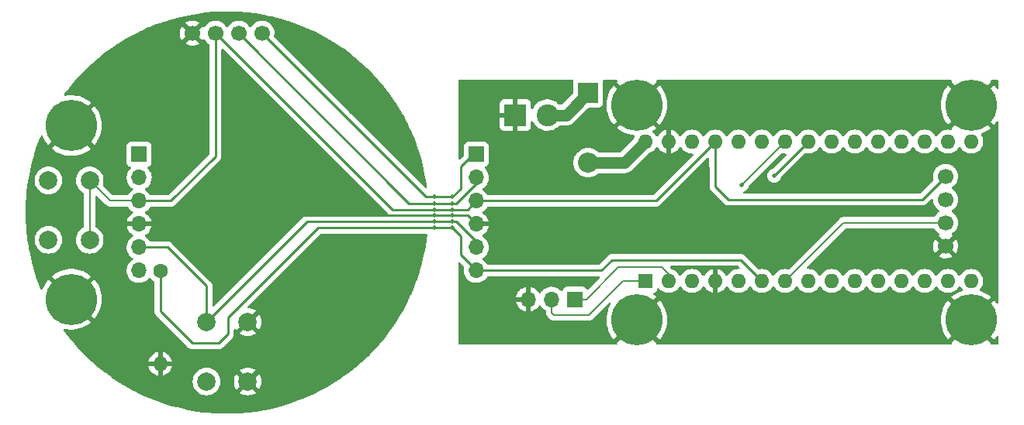
<source format=gbr>
%TF.GenerationSoftware,KiCad,Pcbnew,(6.0.9-0)*%
%TF.CreationDate,2023-02-26T22:19:26+01:00*%
%TF.ProjectId,FilamentSpoolScale,46696c61-6d65-46e7-9453-706f6f6c5363,rev?*%
%TF.SameCoordinates,Original*%
%TF.FileFunction,Copper,L1,Top*%
%TF.FilePolarity,Positive*%
%FSLAX46Y46*%
G04 Gerber Fmt 4.6, Leading zero omitted, Abs format (unit mm)*
G04 Created by KiCad (PCBNEW (6.0.9-0)) date 2023-02-26 22:19:26*
%MOMM*%
%LPD*%
G01*
G04 APERTURE LIST*
%TA.AperFunction,ConnectorPad*%
%ADD10C,5.600000*%
%TD*%
%TA.AperFunction,ComponentPad*%
%ADD11C,3.600000*%
%TD*%
%TA.AperFunction,ComponentPad*%
%ADD12R,1.600000X1.600000*%
%TD*%
%TA.AperFunction,ComponentPad*%
%ADD13O,1.600000X1.600000*%
%TD*%
%TA.AperFunction,ComponentPad*%
%ADD14C,1.700000*%
%TD*%
%TA.AperFunction,ComponentPad*%
%ADD15R,2.200000X2.200000*%
%TD*%
%TA.AperFunction,ComponentPad*%
%ADD16O,2.200000X2.200000*%
%TD*%
%TA.AperFunction,ComponentPad*%
%ADD17C,2.000000*%
%TD*%
%TA.AperFunction,ComponentPad*%
%ADD18R,1.700000X1.700000*%
%TD*%
%TA.AperFunction,ComponentPad*%
%ADD19O,1.700000X1.700000*%
%TD*%
%TA.AperFunction,ComponentPad*%
%ADD20R,2.400000X2.400000*%
%TD*%
%TA.AperFunction,ComponentPad*%
%ADD21C,2.400000*%
%TD*%
%TA.AperFunction,ComponentPad*%
%ADD22C,1.600000*%
%TD*%
%TA.AperFunction,ViaPad*%
%ADD23C,0.508000*%
%TD*%
%TA.AperFunction,Conductor*%
%ADD24C,0.200000*%
%TD*%
%TA.AperFunction,Conductor*%
%ADD25C,0.254000*%
%TD*%
%TA.AperFunction,Conductor*%
%ADD26C,0.250000*%
%TD*%
%TA.AperFunction,Conductor*%
%ADD27C,1.270000*%
%TD*%
G04 APERTURE END LIST*
D10*
%TO.P,H5,1,1*%
%TO.N,GND*%
X29800000Y-38000000D03*
D11*
X29800000Y-38000000D03*
%TD*%
%TO.P,H2,1,1*%
%TO.N,GND*%
X128000000Y-35750000D03*
D10*
X128000000Y-35750000D03*
%TD*%
D12*
%TO.P,A1,1,TX1*%
%TO.N,/TX*%
X92450000Y-55000000D03*
D13*
%TO.P,A1,2,RX1*%
%TO.N,/RX*%
X94990000Y-55000000D03*
%TO.P,A1,3,~{RESET}*%
%TO.N,unconnected-(A1-Pad3)*%
X97530000Y-55000000D03*
%TO.P,A1,4,GND*%
%TO.N,GND*%
X100070000Y-55000000D03*
%TO.P,A1,5,D2*%
%TO.N,/BT1*%
X102610000Y-55000000D03*
%TO.P,A1,6,D3*%
%TO.N,/BT2*%
X105150000Y-55000000D03*
%TO.P,A1,7,D4*%
%TO.N,/DT*%
X107690000Y-55000000D03*
%TO.P,A1,8,D5*%
%TO.N,/SCK*%
X110230000Y-55000000D03*
%TO.P,A1,9,D6*%
%TO.N,unconnected-(A1-Pad9)*%
X112770000Y-55000000D03*
%TO.P,A1,10,D7*%
%TO.N,unconnected-(A1-Pad10)*%
X115310000Y-55000000D03*
%TO.P,A1,11,D8*%
%TO.N,unconnected-(A1-Pad11)*%
X117850000Y-55000000D03*
%TO.P,A1,12,D9*%
%TO.N,unconnected-(A1-Pad12)*%
X120390000Y-55000000D03*
%TO.P,A1,13,D10*%
%TO.N,unconnected-(A1-Pad13)*%
X122930000Y-55000000D03*
%TO.P,A1,14,MOSI*%
%TO.N,unconnected-(A1-Pad14)*%
X125470000Y-55000000D03*
%TO.P,A1,15,MISO*%
%TO.N,unconnected-(A1-Pad15)*%
X128010000Y-55000000D03*
%TO.P,A1,16,SCK*%
%TO.N,unconnected-(A1-Pad16)*%
X128010000Y-39760000D03*
%TO.P,A1,17,3V3*%
%TO.N,unconnected-(A1-Pad17)*%
X125470000Y-39760000D03*
%TO.P,A1,18,AREF*%
%TO.N,unconnected-(A1-Pad18)*%
X122930000Y-39760000D03*
%TO.P,A1,19,A0*%
%TO.N,unconnected-(A1-Pad19)*%
X120390000Y-39760000D03*
%TO.P,A1,20,A1*%
%TO.N,unconnected-(A1-Pad20)*%
X117850000Y-39760000D03*
%TO.P,A1,21,A2*%
%TO.N,unconnected-(A1-Pad21)*%
X115310000Y-39760000D03*
%TO.P,A1,22,A3*%
%TO.N,unconnected-(A1-Pad22)*%
X112770000Y-39760000D03*
%TO.P,A1,23,SDA/A4*%
%TO.N,/SDA*%
X110230000Y-39760000D03*
%TO.P,A1,24,SCL/A5*%
%TO.N,/SCL*%
X107690000Y-39760000D03*
%TO.P,A1,25,A6*%
%TO.N,unconnected-(A1-Pad25)*%
X105150000Y-39760000D03*
%TO.P,A1,26,A7*%
%TO.N,unconnected-(A1-Pad26)*%
X102610000Y-39760000D03*
%TO.P,A1,27,+5V*%
%TO.N,+5V*%
X100070000Y-39760000D03*
%TO.P,A1,28,~{RESET}*%
%TO.N,unconnected-(A1-Pad28)*%
X97530000Y-39760000D03*
%TO.P,A1,29,GND*%
%TO.N,GND*%
X94990000Y-39760000D03*
%TO.P,A1,30,VIN*%
%TO.N,BATT*%
X92450000Y-39760000D03*
%TD*%
D14*
%TO.P,J1,1,Pin_1*%
%TO.N,/SDA*%
X50600000Y-27900000D03*
%TO.P,J1,2,Pin_2*%
%TO.N,/SCL*%
X48060000Y-27900000D03*
%TO.P,J1,3,Pin_3*%
%TO.N,+5V*%
X45520000Y-27900000D03*
%TO.P,J1,4,Pin_4*%
%TO.N,GND*%
X42980000Y-27900000D03*
%TD*%
D11*
%TO.P,H4,1,1*%
%TO.N,GND*%
X91500000Y-59250000D03*
D10*
X91500000Y-59250000D03*
%TD*%
D11*
%TO.P,H6,1,1*%
%TO.N,GND*%
X29800000Y-57000000D03*
D10*
X29800000Y-57000000D03*
%TD*%
%TO.P,H1,1,1*%
%TO.N,GND*%
X91500000Y-35750000D03*
D11*
X91500000Y-35750000D03*
%TD*%
D15*
%TO.P,D1,1,A*%
%TO.N,Net-(D1-Pad1)*%
X86200000Y-34440000D03*
D16*
%TO.P,D1,2,K*%
%TO.N,BATT*%
X86200000Y-42060000D03*
%TD*%
D17*
%TO.P,SW1,1,1*%
%TO.N,/BT1*%
X44550000Y-66000000D03*
X44550000Y-59500000D03*
%TO.P,SW1,2,2*%
%TO.N,GND*%
X49050000Y-66000000D03*
X49050000Y-59500000D03*
%TD*%
D18*
%TO.P,J5,1,Pin_1*%
%TO.N,/SDA*%
X74000000Y-41150000D03*
D19*
%TO.P,J5,2,Pin_2*%
%TO.N,/SCL*%
X74000000Y-43690000D03*
%TO.P,J5,3,Pin_3*%
%TO.N,+5V*%
X74000000Y-46230000D03*
%TO.P,J5,4,Pin_4*%
%TO.N,GND*%
X74000000Y-48770000D03*
%TO.P,J5,5,Pin_5*%
%TO.N,/BT1*%
X74000000Y-51310000D03*
%TO.P,J5,6,Pin_6*%
%TO.N,/BT2*%
X74000000Y-53850000D03*
%TD*%
D18*
%TO.P,J4,1,Pin_1*%
%TO.N,/RX*%
X84750000Y-57000000D03*
D19*
%TO.P,J4,2,Pin_2*%
%TO.N,/TX*%
X82210000Y-57000000D03*
%TO.P,J4,3,Pin_3*%
%TO.N,GND*%
X79670000Y-57000000D03*
%TD*%
D10*
%TO.P,H3,1,1*%
%TO.N,GND*%
X128000000Y-59250000D03*
D11*
X128000000Y-59250000D03*
%TD*%
D17*
%TO.P,SW2,1,1*%
%TO.N,+5V*%
X31800000Y-44000000D03*
X31800000Y-50500000D03*
%TO.P,SW2,2,2*%
%TO.N,/BT2*%
X27300000Y-44000000D03*
X27300000Y-50500000D03*
%TD*%
D20*
%TO.P,J3,1,Pin_1*%
%TO.N,GND*%
X78250000Y-36850000D03*
D21*
%TO.P,J3,2,Pin_2*%
%TO.N,Net-(D1-Pad1)*%
X81750000Y-36850000D03*
%TD*%
D18*
%TO.P,J6,1,Pin_1*%
%TO.N,/SDA*%
X37200000Y-41150000D03*
D19*
%TO.P,J6,2,Pin_2*%
%TO.N,/SCL*%
X37200000Y-43690000D03*
%TO.P,J6,3,Pin_3*%
%TO.N,+5V*%
X37200000Y-46230000D03*
%TO.P,J6,4,Pin_4*%
%TO.N,GND*%
X37200000Y-48770000D03*
%TO.P,J6,5,Pin_5*%
%TO.N,/BT1*%
X37200000Y-51310000D03*
%TO.P,J6,6,Pin_6*%
%TO.N,/BT2*%
X37200000Y-53850000D03*
%TD*%
D14*
%TO.P,J2,1,Pin_1*%
%TO.N,+5V*%
X125200000Y-43550000D03*
%TO.P,J2,2,Pin_2*%
%TO.N,/SCK*%
X125200000Y-46090000D03*
%TO.P,J2,3,Pin_3*%
%TO.N,/DT*%
X125200000Y-48630000D03*
%TO.P,J2,4,Pin_4*%
%TO.N,GND*%
X125200000Y-51170000D03*
%TD*%
D22*
%TO.P,R1,1*%
%TO.N,/BT2*%
X39500000Y-53900000D03*
D13*
%TO.P,R1,2*%
%TO.N,GND*%
X39500000Y-64060000D03*
%TD*%
D23*
%TO.N,GND*%
X34600000Y-61100000D03*
X108800000Y-60600000D03*
X69400000Y-47800000D03*
X79800000Y-48700000D03*
X34900000Y-32700000D03*
X71400000Y-47800000D03*
X109700000Y-34400000D03*
X59700000Y-51200000D03*
X105700000Y-49800000D03*
X73900000Y-35300000D03*
X60200000Y-33300000D03*
X55000000Y-47700000D03*
%TO.N,/BT1*%
X69400000Y-48500000D03*
X71400000Y-48500000D03*
%TO.N,/SDA*%
X69400000Y-45800000D03*
X106495000Y-43495000D03*
X71400000Y-45800000D03*
%TO.N,/SCL*%
X69400000Y-46500000D03*
X102950000Y-44500000D03*
X71400000Y-46500000D03*
%TO.N,+5V*%
X69400000Y-47200000D03*
X71400000Y-47200000D03*
%TO.N,/BT2*%
X69400000Y-49200000D03*
X71400000Y-49200000D03*
%TD*%
D24*
%TO.N,/TX*%
X82500000Y-58750000D02*
X86250000Y-58750000D01*
X90000000Y-55000000D02*
X92450000Y-55000000D01*
X82210000Y-58460000D02*
X82500000Y-58750000D01*
X86250000Y-58750000D02*
X90000000Y-55000000D01*
X82210000Y-57000000D02*
X82210000Y-58460000D01*
%TO.N,/RX*%
X86000000Y-57000000D02*
X89500000Y-53500000D01*
X89500000Y-53500000D02*
X94250000Y-53500000D01*
X94250000Y-53500000D02*
X94990000Y-54240000D01*
X94990000Y-54240000D02*
X94990000Y-55000000D01*
X84750000Y-57000000D02*
X86000000Y-57000000D01*
D25*
%TO.N,GND*%
X55100000Y-47800000D02*
X54800000Y-48100000D01*
X71400000Y-47800000D02*
X69400000Y-47800000D01*
X69400000Y-47800000D02*
X68900000Y-47800000D01*
X73030000Y-47800000D02*
X74000000Y-48770000D01*
X68900000Y-47800000D02*
X64700000Y-47800000D01*
X71400000Y-47800000D02*
X73030000Y-47800000D01*
X64700000Y-47800000D02*
X55100000Y-47800000D01*
%TO.N,/BT1*%
X44550000Y-59500000D02*
X55550000Y-48500000D01*
X55550000Y-48500000D02*
X69400000Y-48500000D01*
X74000000Y-51310000D02*
X74000000Y-50700000D01*
D26*
X37200000Y-51310000D02*
X40310000Y-51310000D01*
X40310000Y-51310000D02*
X44550000Y-55550000D01*
D25*
X44550000Y-55550000D02*
X44550000Y-59500000D01*
X71400000Y-48500000D02*
X69400000Y-48500000D01*
X71800000Y-48500000D02*
X71400000Y-48500000D01*
X74000000Y-50700000D02*
X71800000Y-48500000D01*
D24*
%TO.N,/DT*%
X114060000Y-48630000D02*
X107690000Y-55000000D01*
X125200000Y-48630000D02*
X114060000Y-48630000D01*
D25*
%TO.N,/SDA*%
X71400000Y-45800000D02*
X69400000Y-45800000D01*
X106495000Y-43495000D02*
X110230000Y-39760000D01*
X72300000Y-44900000D02*
X72300000Y-42500000D01*
X71400000Y-45800000D02*
X72300000Y-44900000D01*
X73650000Y-41150000D02*
X74000000Y-41150000D01*
X50600000Y-27900000D02*
X68500000Y-45800000D01*
X106490000Y-43500000D02*
X106495000Y-43495000D01*
X72300000Y-42500000D02*
X73650000Y-41150000D01*
X68500000Y-45800000D02*
X69400000Y-45800000D01*
%TO.N,/SCL*%
X74000000Y-44300000D02*
X71800000Y-46500000D01*
X71800000Y-46500000D02*
X71400000Y-46500000D01*
D24*
X107690000Y-39760000D02*
X102950000Y-44500000D01*
D25*
X69400000Y-46500000D02*
X66660000Y-46500000D01*
X66660000Y-46500000D02*
X48060000Y-27900000D01*
X74000000Y-43690000D02*
X74000000Y-44300000D01*
X71400000Y-46500000D02*
X69400000Y-46500000D01*
%TO.N,+5V*%
X100100000Y-44700000D02*
X101500000Y-46100000D01*
D24*
X31800000Y-50500000D02*
X31800000Y-44000000D01*
D25*
X74000000Y-46230000D02*
X73030000Y-47200000D01*
D24*
X34030000Y-46230000D02*
X37200000Y-46230000D01*
D25*
X93600000Y-46230000D02*
X100070000Y-39760000D01*
X100070000Y-39760000D02*
X100070000Y-42441659D01*
X40670000Y-46230000D02*
X37200000Y-46230000D01*
X45520000Y-41380000D02*
X40670000Y-46230000D01*
D24*
X31800000Y-44000000D02*
X34030000Y-46230000D01*
D25*
X100070000Y-42441659D02*
X100100000Y-42471659D01*
X64820000Y-47200000D02*
X45520000Y-27900000D01*
X45520000Y-27900000D02*
X45520000Y-41380000D01*
X71400000Y-47200000D02*
X69400000Y-47200000D01*
X100100000Y-42471659D02*
X100100000Y-44700000D01*
X122650000Y-46100000D02*
X125200000Y-43550000D01*
X101500000Y-46100000D02*
X122650000Y-46100000D01*
X69400000Y-47200000D02*
X64820000Y-47200000D01*
X74000000Y-46230000D02*
X93600000Y-46230000D01*
X73030000Y-47200000D02*
X71400000Y-47200000D01*
D27*
%TO.N,BATT*%
X86200000Y-42060000D02*
X90150000Y-42060000D01*
X90150000Y-42060000D02*
X92450000Y-39760000D01*
%TO.N,Net-(D1-Pad1)*%
X83790000Y-36850000D02*
X86200000Y-34440000D01*
X81750000Y-36850000D02*
X83790000Y-36850000D01*
D25*
%TO.N,/BT2*%
X46900000Y-59026662D02*
X46900000Y-60800000D01*
X74000000Y-53850000D02*
X87650000Y-53850000D01*
X88800000Y-52700000D02*
X102850000Y-52700000D01*
X39500000Y-58300000D02*
X39500000Y-53900000D01*
X43000000Y-61800000D02*
X39500000Y-58300000D01*
X45900000Y-61800000D02*
X43000000Y-61800000D01*
X102850000Y-52700000D02*
X105150000Y-55000000D01*
X43000000Y-61800000D02*
X42900000Y-61800000D01*
X46900000Y-60800000D02*
X45900000Y-61800000D01*
X56726662Y-49200000D02*
X46900000Y-59026662D01*
X87650000Y-53850000D02*
X88800000Y-52700000D01*
X71400000Y-49200000D02*
X72300000Y-50100000D01*
X69400000Y-49200000D02*
X56726662Y-49200000D01*
X72300000Y-50100000D02*
X72300000Y-52150000D01*
X71400000Y-49200000D02*
X69400000Y-49200000D01*
X72300000Y-52150000D02*
X74000000Y-53850000D01*
%TD*%
%TA.AperFunction,Conductor*%
%TO.N,GND*%
G36*
X47171647Y-25531867D02*
G01*
X47969273Y-25562295D01*
X48084664Y-25566697D01*
X48089917Y-25567007D01*
X49000714Y-25639954D01*
X49005953Y-25640484D01*
X49912887Y-25751417D01*
X49918098Y-25752165D01*
X50819629Y-25900894D01*
X50824805Y-25901860D01*
X51351306Y-26011490D01*
X51719312Y-26088118D01*
X51724425Y-26089295D01*
X51869901Y-26125989D01*
X52610383Y-26312766D01*
X52615460Y-26314160D01*
X53152659Y-26473807D01*
X53385132Y-26542894D01*
X53491305Y-26574447D01*
X53496313Y-26576050D01*
X53636158Y-26624054D01*
X54360507Y-26872698D01*
X54365451Y-26874511D01*
X55216512Y-27207011D01*
X55221374Y-27209029D01*
X55805183Y-27465720D01*
X55964098Y-27535592D01*
X56057790Y-27576787D01*
X56062541Y-27578995D01*
X56273598Y-27682522D01*
X56882889Y-27981391D01*
X56887567Y-27983808D01*
X57690386Y-28420124D01*
X57694958Y-28422735D01*
X57923075Y-28559355D01*
X58478820Y-28892194D01*
X58483246Y-28894971D01*
X59041362Y-29261753D01*
X59246836Y-29396786D01*
X59251168Y-29399764D01*
X59589862Y-29643198D01*
X59993111Y-29933030D01*
X59997321Y-29936191D01*
X60716350Y-30499999D01*
X60720424Y-30503334D01*
X61415241Y-31096663D01*
X61419173Y-31100165D01*
X62088609Y-31722018D01*
X62092381Y-31725671D01*
X62370854Y-32006920D01*
X62735259Y-32374957D01*
X62738885Y-32378775D01*
X63354083Y-33054357D01*
X63357546Y-33058324D01*
X63943960Y-33758993D01*
X63947254Y-33763100D01*
X64503898Y-34487677D01*
X64507017Y-34491918D01*
X65032891Y-35239098D01*
X65035831Y-35243466D01*
X65126286Y-35384126D01*
X65522249Y-35999862D01*
X65530044Y-36011984D01*
X65532795Y-36016465D01*
X65879388Y-36608413D01*
X65994460Y-36804946D01*
X65997020Y-36809535D01*
X66377940Y-37527299D01*
X66425353Y-37616638D01*
X66427719Y-37621330D01*
X66754764Y-38305131D01*
X66821954Y-38445614D01*
X66824125Y-38450409D01*
X67134564Y-39175896D01*
X67183567Y-39290416D01*
X67185536Y-39295294D01*
X67508675Y-40147223D01*
X67509584Y-40149620D01*
X67511341Y-40154562D01*
X67795481Y-41009841D01*
X67799415Y-41021682D01*
X67800970Y-41026713D01*
X68052557Y-41905082D01*
X68053901Y-41910172D01*
X68268575Y-42798298D01*
X68269705Y-42803440D01*
X68441886Y-43673474D01*
X68447087Y-43699757D01*
X68447999Y-43704933D01*
X68486413Y-43953074D01*
X68587783Y-44607899D01*
X68588479Y-44613117D01*
X68595962Y-44679769D01*
X68583685Y-44749696D01*
X68535552Y-44801885D01*
X68466844Y-44819766D01*
X68399376Y-44797663D01*
X68381654Y-44782922D01*
X60212311Y-36613578D01*
X51951877Y-28353144D01*
X51917851Y-28290832D01*
X51920414Y-28227420D01*
X51930865Y-28193022D01*
X51932370Y-28188069D01*
X51961529Y-27966590D01*
X51963156Y-27900000D01*
X51944852Y-27677361D01*
X51890431Y-27460702D01*
X51801354Y-27255840D01*
X51680014Y-27068277D01*
X51529670Y-26903051D01*
X51525619Y-26899852D01*
X51525615Y-26899848D01*
X51358414Y-26767800D01*
X51358410Y-26767798D01*
X51354359Y-26764598D01*
X51158789Y-26656638D01*
X51153920Y-26654914D01*
X51153916Y-26654912D01*
X50953087Y-26583795D01*
X50953083Y-26583794D01*
X50948212Y-26582069D01*
X50943119Y-26581162D01*
X50943116Y-26581161D01*
X50733373Y-26543800D01*
X50733367Y-26543799D01*
X50728284Y-26542894D01*
X50654452Y-26541992D01*
X50510081Y-26540228D01*
X50510079Y-26540228D01*
X50504911Y-26540165D01*
X50284091Y-26573955D01*
X50071756Y-26643357D01*
X49873607Y-26746507D01*
X49869474Y-26749610D01*
X49869471Y-26749612D01*
X49705536Y-26872698D01*
X49694965Y-26880635D01*
X49540629Y-27042138D01*
X49433201Y-27199621D01*
X49378293Y-27244621D01*
X49307768Y-27252792D01*
X49244021Y-27221538D01*
X49223324Y-27197054D01*
X49142822Y-27072617D01*
X49142820Y-27072614D01*
X49140014Y-27068277D01*
X48989670Y-26903051D01*
X48985619Y-26899852D01*
X48985615Y-26899848D01*
X48818414Y-26767800D01*
X48818410Y-26767798D01*
X48814359Y-26764598D01*
X48618789Y-26656638D01*
X48613920Y-26654914D01*
X48613916Y-26654912D01*
X48413087Y-26583795D01*
X48413083Y-26583794D01*
X48408212Y-26582069D01*
X48403119Y-26581162D01*
X48403116Y-26581161D01*
X48193373Y-26543800D01*
X48193367Y-26543799D01*
X48188284Y-26542894D01*
X48114452Y-26541992D01*
X47970081Y-26540228D01*
X47970079Y-26540228D01*
X47964911Y-26540165D01*
X47744091Y-26573955D01*
X47531756Y-26643357D01*
X47333607Y-26746507D01*
X47329474Y-26749610D01*
X47329471Y-26749612D01*
X47165536Y-26872698D01*
X47154965Y-26880635D01*
X47000629Y-27042138D01*
X46893201Y-27199621D01*
X46838293Y-27244621D01*
X46767768Y-27252792D01*
X46704021Y-27221538D01*
X46683324Y-27197054D01*
X46602822Y-27072617D01*
X46602820Y-27072614D01*
X46600014Y-27068277D01*
X46449670Y-26903051D01*
X46445619Y-26899852D01*
X46445615Y-26899848D01*
X46278414Y-26767800D01*
X46278410Y-26767798D01*
X46274359Y-26764598D01*
X46078789Y-26656638D01*
X46073920Y-26654914D01*
X46073916Y-26654912D01*
X45873087Y-26583795D01*
X45873083Y-26583794D01*
X45868212Y-26582069D01*
X45863119Y-26581162D01*
X45863116Y-26581161D01*
X45653373Y-26543800D01*
X45653367Y-26543799D01*
X45648284Y-26542894D01*
X45574452Y-26541992D01*
X45430081Y-26540228D01*
X45430079Y-26540228D01*
X45424911Y-26540165D01*
X45204091Y-26573955D01*
X44991756Y-26643357D01*
X44793607Y-26746507D01*
X44789474Y-26749610D01*
X44789471Y-26749612D01*
X44625536Y-26872698D01*
X44614965Y-26880635D01*
X44460629Y-27042138D01*
X44353204Y-27199618D01*
X44352898Y-27200066D01*
X44297987Y-27245069D01*
X44227462Y-27253240D01*
X44163715Y-27221986D01*
X44143017Y-27197501D01*
X44113062Y-27151197D01*
X44102377Y-27141995D01*
X44092812Y-27146398D01*
X43352022Y-27887188D01*
X43344408Y-27901132D01*
X43344539Y-27902965D01*
X43348790Y-27909580D01*
X44090474Y-28651264D01*
X44102484Y-28657823D01*
X44114223Y-28648855D01*
X44148022Y-28601819D01*
X44149277Y-28602721D01*
X44196391Y-28559355D01*
X44266330Y-28547148D01*
X44331767Y-28574691D01*
X44359580Y-28606513D01*
X44417287Y-28700683D01*
X44417291Y-28700688D01*
X44419987Y-28705088D01*
X44566250Y-28873938D01*
X44738126Y-29016632D01*
X44822072Y-29065686D01*
X44870794Y-29117324D01*
X44884500Y-29174473D01*
X44884500Y-41064578D01*
X44864498Y-41132699D01*
X44847595Y-41153673D01*
X40443672Y-45557595D01*
X40381360Y-45591621D01*
X40354577Y-45594500D01*
X38475511Y-45594500D01*
X38407390Y-45574498D01*
X38369719Y-45536940D01*
X38282822Y-45402617D01*
X38282820Y-45402614D01*
X38280014Y-45398277D01*
X38129670Y-45233051D01*
X38125619Y-45229852D01*
X38125615Y-45229848D01*
X37958414Y-45097800D01*
X37958410Y-45097798D01*
X37954359Y-45094598D01*
X37913053Y-45071796D01*
X37863084Y-45021364D01*
X37848312Y-44951921D01*
X37873428Y-44885516D01*
X37900780Y-44858909D01*
X37966655Y-44811921D01*
X38079860Y-44731173D01*
X38238096Y-44573489D01*
X38257809Y-44546056D01*
X38365435Y-44396277D01*
X38368453Y-44392077D01*
X38400833Y-44326562D01*
X38465136Y-44196453D01*
X38465137Y-44196451D01*
X38467430Y-44191811D01*
X38521141Y-44015028D01*
X38530865Y-43983023D01*
X38530865Y-43983021D01*
X38532370Y-43978069D01*
X38561529Y-43756590D01*
X38561716Y-43748938D01*
X38563074Y-43693365D01*
X38563074Y-43693361D01*
X38563156Y-43690000D01*
X38544852Y-43467361D01*
X38490431Y-43250702D01*
X38401354Y-43045840D01*
X38350573Y-42967344D01*
X38282822Y-42862617D01*
X38282820Y-42862614D01*
X38280014Y-42858277D01*
X38263071Y-42839657D01*
X38132798Y-42696488D01*
X38101746Y-42632642D01*
X38110141Y-42562143D01*
X38155317Y-42507375D01*
X38181761Y-42493706D01*
X38288297Y-42453767D01*
X38296705Y-42450615D01*
X38413261Y-42363261D01*
X38500615Y-42246705D01*
X38551745Y-42110316D01*
X38558500Y-42048134D01*
X38558500Y-40251866D01*
X38551745Y-40189684D01*
X38500615Y-40053295D01*
X38413261Y-39936739D01*
X38296705Y-39849385D01*
X38160316Y-39798255D01*
X38098134Y-39791500D01*
X36301866Y-39791500D01*
X36239684Y-39798255D01*
X36103295Y-39849385D01*
X35986739Y-39936739D01*
X35899385Y-40053295D01*
X35848255Y-40189684D01*
X35841500Y-40251866D01*
X35841500Y-42048134D01*
X35848255Y-42110316D01*
X35899385Y-42246705D01*
X35986739Y-42363261D01*
X36103295Y-42450615D01*
X36111704Y-42453767D01*
X36111705Y-42453768D01*
X36220451Y-42494535D01*
X36277216Y-42537176D01*
X36301916Y-42603738D01*
X36286709Y-42673087D01*
X36267316Y-42699568D01*
X36168053Y-42803441D01*
X36140629Y-42832138D01*
X36137715Y-42836410D01*
X36137714Y-42836411D01*
X36107042Y-42881375D01*
X36014743Y-43016680D01*
X35999003Y-43050590D01*
X35925933Y-43208006D01*
X35920688Y-43219305D01*
X35860989Y-43434570D01*
X35837251Y-43656695D01*
X35837548Y-43661848D01*
X35837548Y-43661851D01*
X35849812Y-43874547D01*
X35850110Y-43879715D01*
X35851247Y-43884761D01*
X35851248Y-43884767D01*
X35867562Y-43957154D01*
X35899222Y-44097639D01*
X35983266Y-44304616D01*
X36032266Y-44384577D01*
X36096432Y-44489286D01*
X36099987Y-44495088D01*
X36246250Y-44663938D01*
X36418126Y-44806632D01*
X36444078Y-44821797D01*
X36491445Y-44849476D01*
X36540169Y-44901114D01*
X36553240Y-44970897D01*
X36526509Y-45036669D01*
X36486055Y-45070027D01*
X36473607Y-45076507D01*
X36469474Y-45079610D01*
X36469471Y-45079612D01*
X36299100Y-45207530D01*
X36294965Y-45210635D01*
X36282025Y-45224176D01*
X36161656Y-45350135D01*
X36140629Y-45372138D01*
X36014743Y-45556680D01*
X36013945Y-45558400D01*
X35963589Y-45607088D01*
X35905074Y-45621500D01*
X34334239Y-45621500D01*
X34266118Y-45601498D01*
X34245144Y-45584595D01*
X33266137Y-44605588D01*
X33232111Y-44543276D01*
X33237983Y-44477623D01*
X33235681Y-44476875D01*
X33237211Y-44472167D01*
X33239105Y-44467594D01*
X33272964Y-44326562D01*
X33293380Y-44241524D01*
X33293381Y-44241518D01*
X33294535Y-44236711D01*
X33313165Y-44000000D01*
X33294535Y-43763289D01*
X33292123Y-43753240D01*
X33243329Y-43550000D01*
X33239105Y-43532406D01*
X33234733Y-43521851D01*
X33150135Y-43317611D01*
X33150133Y-43317607D01*
X33148240Y-43313037D01*
X33110041Y-43250702D01*
X33026759Y-43114798D01*
X33026755Y-43114792D01*
X33024176Y-43110584D01*
X32869969Y-42930031D01*
X32689416Y-42775824D01*
X32685208Y-42773245D01*
X32685202Y-42773241D01*
X32491183Y-42654346D01*
X32486963Y-42651760D01*
X32482393Y-42649867D01*
X32482389Y-42649865D01*
X32272167Y-42562789D01*
X32272165Y-42562788D01*
X32267594Y-42560895D01*
X32168797Y-42537176D01*
X32041524Y-42506620D01*
X32041518Y-42506619D01*
X32036711Y-42505465D01*
X31800000Y-42486835D01*
X31563289Y-42505465D01*
X31558482Y-42506619D01*
X31558476Y-42506620D01*
X31431203Y-42537176D01*
X31332406Y-42560895D01*
X31327835Y-42562788D01*
X31327833Y-42562789D01*
X31117611Y-42649865D01*
X31117607Y-42649867D01*
X31113037Y-42651760D01*
X31108817Y-42654346D01*
X30914798Y-42773241D01*
X30914792Y-42773245D01*
X30910584Y-42775824D01*
X30730031Y-42930031D01*
X30575824Y-43110584D01*
X30573245Y-43114792D01*
X30573241Y-43114798D01*
X30489959Y-43250702D01*
X30451760Y-43313037D01*
X30449867Y-43317607D01*
X30449865Y-43317611D01*
X30365267Y-43521851D01*
X30360895Y-43532406D01*
X30356671Y-43550000D01*
X30307878Y-43753240D01*
X30305465Y-43763289D01*
X30286835Y-44000000D01*
X30305465Y-44236711D01*
X30306619Y-44241518D01*
X30306620Y-44241524D01*
X30327036Y-44326562D01*
X30360895Y-44467594D01*
X30362788Y-44472165D01*
X30362789Y-44472167D01*
X30443591Y-44667240D01*
X30451760Y-44686963D01*
X30454346Y-44691183D01*
X30573241Y-44885202D01*
X30573245Y-44885208D01*
X30575824Y-44889416D01*
X30730031Y-45069969D01*
X30910584Y-45224176D01*
X30914792Y-45226755D01*
X30914798Y-45226759D01*
X31082280Y-45329392D01*
X31113037Y-45348240D01*
X31117611Y-45350135D01*
X31122020Y-45352381D01*
X31120996Y-45354390D01*
X31168992Y-45393060D01*
X31191500Y-45464931D01*
X31191500Y-49035069D01*
X31171498Y-49103190D01*
X31120918Y-49145457D01*
X31122020Y-49147619D01*
X31117611Y-49149865D01*
X31113037Y-49151760D01*
X31108817Y-49154346D01*
X30914798Y-49273241D01*
X30914792Y-49273245D01*
X30910584Y-49275824D01*
X30730031Y-49430031D01*
X30575824Y-49610584D01*
X30573245Y-49614792D01*
X30573241Y-49614798D01*
X30492453Y-49746632D01*
X30451760Y-49813037D01*
X30449867Y-49817607D01*
X30449865Y-49817611D01*
X30365148Y-50022138D01*
X30360895Y-50032406D01*
X30352677Y-50066638D01*
X30330356Y-50159612D01*
X30305465Y-50263289D01*
X30286835Y-50500000D01*
X30305465Y-50736711D01*
X30306619Y-50741518D01*
X30306620Y-50741524D01*
X30331294Y-50844297D01*
X30360895Y-50967594D01*
X30362788Y-50972165D01*
X30362789Y-50972167D01*
X30448702Y-51179580D01*
X30451760Y-51186963D01*
X30454346Y-51191183D01*
X30573241Y-51385202D01*
X30573245Y-51385208D01*
X30575824Y-51389416D01*
X30730031Y-51569969D01*
X30910584Y-51724176D01*
X30914792Y-51726755D01*
X30914798Y-51726759D01*
X31108817Y-51845654D01*
X31113037Y-51848240D01*
X31117607Y-51850133D01*
X31117611Y-51850135D01*
X31307720Y-51928880D01*
X31332406Y-51939105D01*
X31350713Y-51943500D01*
X31558476Y-51993380D01*
X31558482Y-51993381D01*
X31563289Y-51994535D01*
X31800000Y-52013165D01*
X32036711Y-51994535D01*
X32041518Y-51993381D01*
X32041524Y-51993380D01*
X32249287Y-51943500D01*
X32267594Y-51939105D01*
X32292280Y-51928880D01*
X32482389Y-51850135D01*
X32482393Y-51850133D01*
X32486963Y-51848240D01*
X32491183Y-51845654D01*
X32685202Y-51726759D01*
X32685208Y-51726755D01*
X32689416Y-51724176D01*
X32869969Y-51569969D01*
X33024176Y-51389416D01*
X33026755Y-51385208D01*
X33026759Y-51385202D01*
X33145654Y-51191183D01*
X33148240Y-51186963D01*
X33151299Y-51179580D01*
X33237211Y-50972167D01*
X33237212Y-50972165D01*
X33239105Y-50967594D01*
X33268706Y-50844297D01*
X33293380Y-50741524D01*
X33293381Y-50741518D01*
X33294535Y-50736711D01*
X33313165Y-50500000D01*
X33294535Y-50263289D01*
X33269645Y-50159612D01*
X33247323Y-50066638D01*
X33239105Y-50032406D01*
X33234852Y-50022138D01*
X33150135Y-49817611D01*
X33150133Y-49817607D01*
X33148240Y-49813037D01*
X33107547Y-49746632D01*
X33026759Y-49614798D01*
X33026755Y-49614792D01*
X33024176Y-49610584D01*
X32869969Y-49430031D01*
X32689416Y-49275824D01*
X32685208Y-49273245D01*
X32685202Y-49273241D01*
X32491183Y-49154346D01*
X32486963Y-49151760D01*
X32482389Y-49149865D01*
X32477980Y-49147619D01*
X32479004Y-49145610D01*
X32431008Y-49106940D01*
X32408500Y-49035069D01*
X32408500Y-45773239D01*
X32428502Y-45705118D01*
X32482158Y-45658625D01*
X32552432Y-45648521D01*
X32617012Y-45678015D01*
X32623595Y-45684144D01*
X33565685Y-46626234D01*
X33576552Y-46638625D01*
X33596013Y-46663987D01*
X33602563Y-46669013D01*
X33627925Y-46688474D01*
X33627928Y-46688477D01*
X33694408Y-46739489D01*
X33723124Y-46761524D01*
X33759640Y-46776649D01*
X33871150Y-46822838D01*
X33990115Y-46838500D01*
X33990120Y-46838500D01*
X33990129Y-46838501D01*
X34021812Y-46842672D01*
X34030000Y-46843750D01*
X34061693Y-46839578D01*
X34078136Y-46838500D01*
X35908954Y-46838500D01*
X35977075Y-46858502D01*
X36016387Y-46898665D01*
X36099987Y-47035088D01*
X36246250Y-47203938D01*
X36418126Y-47346632D01*
X36444078Y-47361797D01*
X36491955Y-47389774D01*
X36540679Y-47441412D01*
X36553750Y-47511195D01*
X36527019Y-47576967D01*
X36486562Y-47610327D01*
X36478457Y-47614546D01*
X36469738Y-47620036D01*
X36299433Y-47747905D01*
X36291726Y-47754748D01*
X36144590Y-47908717D01*
X36138104Y-47916727D01*
X36018098Y-48092649D01*
X36013000Y-48101623D01*
X35923338Y-48294783D01*
X35919775Y-48304470D01*
X35864389Y-48504183D01*
X35865912Y-48512607D01*
X35878292Y-48516000D01*
X38518344Y-48516000D01*
X38531875Y-48512027D01*
X38533180Y-48502947D01*
X38491214Y-48335875D01*
X38487894Y-48326124D01*
X38402972Y-48130814D01*
X38398105Y-48121739D01*
X38282426Y-47942926D01*
X38276136Y-47934757D01*
X38132806Y-47777240D01*
X38125273Y-47770215D01*
X37958139Y-47638222D01*
X37949556Y-47632520D01*
X37912602Y-47612120D01*
X37862631Y-47561687D01*
X37847859Y-47492245D01*
X37872975Y-47425839D01*
X37900327Y-47399232D01*
X37966655Y-47351921D01*
X38079860Y-47271173D01*
X38238096Y-47113489D01*
X38341712Y-46969292D01*
X38365438Y-46936273D01*
X38365439Y-46936272D01*
X38368453Y-46932077D01*
X38370742Y-46927445D01*
X38371247Y-46926605D01*
X38423477Y-46878516D01*
X38479250Y-46865500D01*
X40590980Y-46865500D01*
X40602214Y-46866030D01*
X40609719Y-46867708D01*
X40678012Y-46865562D01*
X40681969Y-46865500D01*
X40709983Y-46865500D01*
X40713908Y-46865004D01*
X40713909Y-46865004D01*
X40714004Y-46864992D01*
X40725849Y-46864059D01*
X40755670Y-46863122D01*
X40762282Y-46862914D01*
X40762283Y-46862914D01*
X40770205Y-46862665D01*
X40789749Y-46856987D01*
X40809112Y-46852977D01*
X40821440Y-46851420D01*
X40821442Y-46851420D01*
X40829299Y-46850427D01*
X40836663Y-46847511D01*
X40836668Y-46847510D01*
X40870556Y-46834093D01*
X40881785Y-46830248D01*
X40907289Y-46822838D01*
X40924393Y-46817869D01*
X40931220Y-46813831D01*
X40931223Y-46813830D01*
X40941906Y-46807512D01*
X40959664Y-46798812D01*
X40971215Y-46794239D01*
X40971221Y-46794235D01*
X40978588Y-46791319D01*
X41014491Y-46765234D01*
X41024410Y-46758719D01*
X41055768Y-46740174D01*
X41055772Y-46740171D01*
X41062598Y-46736134D01*
X41076982Y-46721750D01*
X41092016Y-46708909D01*
X41102073Y-46701602D01*
X41108487Y-46696942D01*
X41136778Y-46662744D01*
X41144767Y-46653965D01*
X45913483Y-41885250D01*
X45921809Y-41877674D01*
X45928303Y-41873553D01*
X45975086Y-41823734D01*
X45977840Y-41820893D01*
X45997639Y-41801094D01*
X46000063Y-41797969D01*
X46000071Y-41797960D01*
X46000137Y-41797874D01*
X46007845Y-41788849D01*
X46032790Y-41762285D01*
X46038217Y-41756506D01*
X46048023Y-41738669D01*
X46058873Y-41722153D01*
X46071350Y-41706067D01*
X46088976Y-41665334D01*
X46094193Y-41654686D01*
X46111749Y-41622751D01*
X46115569Y-41615803D01*
X46117540Y-41608128D01*
X46117542Y-41608122D01*
X46120631Y-41596089D01*
X46127034Y-41577387D01*
X46135117Y-41558708D01*
X46142060Y-41514873D01*
X46144467Y-41503251D01*
X46155500Y-41460282D01*
X46155500Y-41439935D01*
X46157051Y-41420224D01*
X46158995Y-41407950D01*
X46160235Y-41400121D01*
X46156059Y-41355944D01*
X46155500Y-41344086D01*
X46155500Y-29738422D01*
X46175502Y-29670301D01*
X46229158Y-29623808D01*
X46299432Y-29613704D01*
X46364012Y-29643198D01*
X46370595Y-29649327D01*
X55343744Y-38622477D01*
X64314750Y-47593483D01*
X64322326Y-47601809D01*
X64326447Y-47608303D01*
X64347605Y-47628171D01*
X64367282Y-47646649D01*
X64403248Y-47707862D01*
X64400411Y-47778802D01*
X64359671Y-47836946D01*
X64293963Y-47863835D01*
X64281030Y-47864500D01*
X55629020Y-47864500D01*
X55617786Y-47863970D01*
X55610281Y-47862292D01*
X55542571Y-47864420D01*
X55541988Y-47864438D01*
X55538031Y-47864500D01*
X55510017Y-47864500D01*
X55506092Y-47864996D01*
X55506091Y-47864996D01*
X55505996Y-47865008D01*
X55494151Y-47865941D01*
X55464330Y-47866878D01*
X55457718Y-47867086D01*
X55457717Y-47867086D01*
X55449795Y-47867335D01*
X55430252Y-47873013D01*
X55410888Y-47877023D01*
X55398560Y-47878580D01*
X55398558Y-47878580D01*
X55390701Y-47879573D01*
X55383337Y-47882489D01*
X55383332Y-47882490D01*
X55349444Y-47895907D01*
X55338215Y-47899752D01*
X55324241Y-47903812D01*
X55295607Y-47912131D01*
X55288781Y-47916168D01*
X55278091Y-47922490D01*
X55260341Y-47931187D01*
X55241412Y-47938681D01*
X55234996Y-47943342D01*
X55234995Y-47943343D01*
X55205519Y-47964759D01*
X55195595Y-47971278D01*
X55164224Y-47989830D01*
X55164219Y-47989834D01*
X55157401Y-47993866D01*
X55143014Y-48008253D01*
X55127980Y-48021094D01*
X55126236Y-48022361D01*
X55111513Y-48033058D01*
X55106460Y-48039166D01*
X55083228Y-48067249D01*
X55075238Y-48076029D01*
X45400595Y-57750672D01*
X45338283Y-57784698D01*
X45267468Y-57779633D01*
X45210632Y-57737086D01*
X45185821Y-57670566D01*
X45185500Y-57661577D01*
X45185500Y-55610996D01*
X45187741Y-55610996D01*
X45187579Y-55610034D01*
X45185702Y-55610093D01*
X45185617Y-55607398D01*
X45185562Y-55605636D01*
X45185500Y-55601680D01*
X45185500Y-55510017D01*
X45182326Y-55484896D01*
X45181396Y-55473073D01*
X45180923Y-55458031D01*
X45180923Y-55458030D01*
X45180674Y-55450111D01*
X45178463Y-55442501D01*
X45178346Y-55441761D01*
X45174582Y-55423591D01*
X45170427Y-55390701D01*
X45167511Y-55383337D01*
X45167509Y-55383328D01*
X45146271Y-55329689D01*
X45142424Y-55318454D01*
X45138230Y-55304016D01*
X45138228Y-55304012D01*
X45136019Y-55296407D01*
X45131988Y-55289592D01*
X45131690Y-55288902D01*
X45123516Y-55272218D01*
X45114238Y-55248783D01*
X45114236Y-55248779D01*
X45111319Y-55241412D01*
X45072746Y-55188320D01*
X45066231Y-55178402D01*
X45058580Y-55165466D01*
X45054542Y-55158638D01*
X45048930Y-55153026D01*
X45048453Y-55152411D01*
X45036422Y-55138325D01*
X45021602Y-55117927D01*
X45016942Y-55111513D01*
X44966372Y-55069678D01*
X44957593Y-55061689D01*
X40813652Y-50917747D01*
X40806112Y-50909461D01*
X40802000Y-50902982D01*
X40752348Y-50856356D01*
X40749507Y-50853602D01*
X40729770Y-50833865D01*
X40726573Y-50831385D01*
X40717551Y-50823680D01*
X40691100Y-50798841D01*
X40685321Y-50793414D01*
X40678375Y-50789595D01*
X40678372Y-50789593D01*
X40667566Y-50783652D01*
X40651047Y-50772801D01*
X40650583Y-50772441D01*
X40635041Y-50760386D01*
X40627772Y-50757241D01*
X40627768Y-50757238D01*
X40594463Y-50742826D01*
X40583813Y-50737609D01*
X40545060Y-50716305D01*
X40525437Y-50711267D01*
X40506734Y-50704863D01*
X40495420Y-50699967D01*
X40495419Y-50699967D01*
X40488145Y-50696819D01*
X40480322Y-50695580D01*
X40480312Y-50695577D01*
X40444476Y-50689901D01*
X40432856Y-50687495D01*
X40397711Y-50678472D01*
X40397710Y-50678472D01*
X40390030Y-50676500D01*
X40369776Y-50676500D01*
X40350065Y-50674949D01*
X40337886Y-50673020D01*
X40330057Y-50671780D01*
X40322165Y-50672526D01*
X40286039Y-50675941D01*
X40274181Y-50676500D01*
X38476805Y-50676500D01*
X38408684Y-50656498D01*
X38371013Y-50618940D01*
X38282822Y-50482617D01*
X38282820Y-50482614D01*
X38280014Y-50478277D01*
X38129670Y-50313051D01*
X38125619Y-50309852D01*
X38125615Y-50309848D01*
X37958414Y-50177800D01*
X37958410Y-50177798D01*
X37954359Y-50174598D01*
X37912569Y-50151529D01*
X37862598Y-50101097D01*
X37847826Y-50031654D01*
X37872942Y-49965248D01*
X37900294Y-49938641D01*
X38075328Y-49813792D01*
X38083200Y-49807139D01*
X38234052Y-49656812D01*
X38240730Y-49648965D01*
X38365003Y-49476020D01*
X38370313Y-49467183D01*
X38464670Y-49276267D01*
X38468469Y-49266672D01*
X38530377Y-49062910D01*
X38532555Y-49052837D01*
X38533986Y-49041962D01*
X38531775Y-49027778D01*
X38518617Y-49024000D01*
X35883225Y-49024000D01*
X35869694Y-49027973D01*
X35868257Y-49037966D01*
X35898565Y-49172446D01*
X35901645Y-49182275D01*
X35981770Y-49379603D01*
X35986413Y-49388794D01*
X36097694Y-49570388D01*
X36103777Y-49578699D01*
X36243213Y-49739667D01*
X36250580Y-49746883D01*
X36414434Y-49882916D01*
X36422881Y-49888831D01*
X36491969Y-49929203D01*
X36540693Y-49980842D01*
X36553764Y-50050625D01*
X36527033Y-50116396D01*
X36486584Y-50149752D01*
X36473607Y-50156507D01*
X36469474Y-50159610D01*
X36469471Y-50159612D01*
X36299100Y-50287530D01*
X36294965Y-50290635D01*
X36291393Y-50294373D01*
X36169065Y-50422382D01*
X36140629Y-50452138D01*
X36014743Y-50636680D01*
X35976011Y-50720121D01*
X35939471Y-50798841D01*
X35920688Y-50839305D01*
X35860989Y-51054570D01*
X35837251Y-51276695D01*
X35837548Y-51281848D01*
X35837548Y-51281851D01*
X35843011Y-51376590D01*
X35850110Y-51499715D01*
X35851247Y-51504761D01*
X35851248Y-51504767D01*
X35868716Y-51582275D01*
X35899222Y-51717639D01*
X35983266Y-51924616D01*
X36026112Y-51994535D01*
X36072080Y-52069547D01*
X36099987Y-52115088D01*
X36246250Y-52283938D01*
X36418126Y-52426632D01*
X36441330Y-52440191D01*
X36491445Y-52469476D01*
X36540169Y-52521114D01*
X36553240Y-52590897D01*
X36526509Y-52656669D01*
X36486055Y-52690027D01*
X36473607Y-52696507D01*
X36469474Y-52699610D01*
X36469471Y-52699612D01*
X36388841Y-52760151D01*
X36294965Y-52830635D01*
X36291393Y-52834373D01*
X36151644Y-52980612D01*
X36140629Y-52992138D01*
X36014743Y-53176680D01*
X35983842Y-53243251D01*
X35929356Y-53360632D01*
X35920688Y-53379305D01*
X35860989Y-53594570D01*
X35837251Y-53816695D01*
X35837548Y-53821848D01*
X35837548Y-53821851D01*
X35843277Y-53921205D01*
X35850110Y-54039715D01*
X35851247Y-54044761D01*
X35851248Y-54044767D01*
X35873929Y-54145405D01*
X35899222Y-54257639D01*
X35953577Y-54391500D01*
X35971542Y-54435742D01*
X35983266Y-54464616D01*
X36003718Y-54497991D01*
X36091000Y-54640422D01*
X36099987Y-54655088D01*
X36246250Y-54823938D01*
X36418126Y-54966632D01*
X36611000Y-55079338D01*
X36819692Y-55159030D01*
X36824760Y-55160061D01*
X36824763Y-55160062D01*
X36914908Y-55178402D01*
X37038597Y-55203567D01*
X37043772Y-55203757D01*
X37043774Y-55203757D01*
X37256673Y-55211564D01*
X37256677Y-55211564D01*
X37261837Y-55211753D01*
X37266957Y-55211097D01*
X37266959Y-55211097D01*
X37478288Y-55184025D01*
X37478289Y-55184025D01*
X37483416Y-55183368D01*
X37488366Y-55181883D01*
X37692429Y-55120661D01*
X37692434Y-55120659D01*
X37697384Y-55119174D01*
X37897994Y-55020896D01*
X38079860Y-54891173D01*
X38110939Y-54860203D01*
X38204871Y-54766598D01*
X38238096Y-54733489D01*
X38259215Y-54704099D01*
X38260118Y-54702843D01*
X38316113Y-54659196D01*
X38386816Y-54652750D01*
X38449780Y-54685553D01*
X38465652Y-54704097D01*
X38493802Y-54744300D01*
X38655700Y-54906198D01*
X38660208Y-54909355D01*
X38660211Y-54909357D01*
X38810771Y-55014780D01*
X38855099Y-55070237D01*
X38864500Y-55117993D01*
X38864500Y-58220980D01*
X38863970Y-58232214D01*
X38862292Y-58239719D01*
X38863549Y-58279710D01*
X38864438Y-58308012D01*
X38864500Y-58311969D01*
X38864500Y-58339983D01*
X38864996Y-58343908D01*
X38864996Y-58343909D01*
X38865008Y-58344004D01*
X38865941Y-58355849D01*
X38867335Y-58400205D01*
X38871215Y-58413559D01*
X38873013Y-58419748D01*
X38877023Y-58439112D01*
X38879573Y-58459299D01*
X38882489Y-58466663D01*
X38882490Y-58466668D01*
X38895907Y-58500556D01*
X38899752Y-58511785D01*
X38912131Y-58554393D01*
X38916169Y-58561220D01*
X38916170Y-58561223D01*
X38922488Y-58571906D01*
X38931188Y-58589664D01*
X38935761Y-58601215D01*
X38935765Y-58601221D01*
X38938681Y-58608588D01*
X38943339Y-58614999D01*
X38943340Y-58615001D01*
X38964764Y-58644488D01*
X38971281Y-58654410D01*
X38989826Y-58685768D01*
X38989829Y-58685772D01*
X38993866Y-58692598D01*
X39008250Y-58706982D01*
X39021091Y-58722016D01*
X39033058Y-58738487D01*
X39039166Y-58743540D01*
X39067255Y-58766777D01*
X39076035Y-58774767D01*
X42273229Y-61971961D01*
X42303966Y-62022119D01*
X42320412Y-62072733D01*
X42406447Y-62208303D01*
X42412226Y-62213730D01*
X42412227Y-62213731D01*
X42462386Y-62260833D01*
X42523494Y-62318217D01*
X42664197Y-62395569D01*
X42819718Y-62435500D01*
X42940065Y-62435500D01*
X42959777Y-62437051D01*
X42979879Y-62440235D01*
X42987771Y-62439489D01*
X43024056Y-62436059D01*
X43035914Y-62435500D01*
X45820980Y-62435500D01*
X45832214Y-62436030D01*
X45839719Y-62437708D01*
X45908012Y-62435562D01*
X45911969Y-62435500D01*
X45939983Y-62435500D01*
X45943908Y-62435004D01*
X45943909Y-62435004D01*
X45944004Y-62434992D01*
X45955849Y-62434059D01*
X45985670Y-62433122D01*
X45992282Y-62432914D01*
X45992283Y-62432914D01*
X46000205Y-62432665D01*
X46019749Y-62426987D01*
X46039112Y-62422977D01*
X46051440Y-62421420D01*
X46051442Y-62421420D01*
X46059299Y-62420427D01*
X46066663Y-62417511D01*
X46066668Y-62417510D01*
X46100556Y-62404093D01*
X46111785Y-62400248D01*
X46141034Y-62391750D01*
X46154393Y-62387869D01*
X46161220Y-62383831D01*
X46161223Y-62383830D01*
X46171906Y-62377512D01*
X46189664Y-62368812D01*
X46201215Y-62364239D01*
X46201221Y-62364235D01*
X46208588Y-62361319D01*
X46244491Y-62335234D01*
X46254410Y-62328719D01*
X46285768Y-62310174D01*
X46285772Y-62310171D01*
X46292598Y-62306134D01*
X46306982Y-62291750D01*
X46322016Y-62278909D01*
X46332073Y-62271602D01*
X46338487Y-62266942D01*
X46366773Y-62232750D01*
X46374763Y-62223969D01*
X47293488Y-61305245D01*
X47301807Y-61297675D01*
X47308303Y-61293553D01*
X47355086Y-61243734D01*
X47357840Y-61240893D01*
X47377639Y-61221094D01*
X47380068Y-61217963D01*
X47380072Y-61217958D01*
X47380139Y-61217872D01*
X47387847Y-61208847D01*
X47412792Y-61182283D01*
X47418217Y-61176506D01*
X47422035Y-61169561D01*
X47422038Y-61169557D01*
X47428026Y-61158666D01*
X47438878Y-61142145D01*
X47446492Y-61132329D01*
X47446492Y-61132328D01*
X47451350Y-61126066D01*
X47468974Y-61085338D01*
X47474196Y-61074681D01*
X47491748Y-61042754D01*
X47491749Y-61042751D01*
X47495569Y-61035803D01*
X47500632Y-61016085D01*
X47507034Y-60997386D01*
X47509393Y-60991935D01*
X47515117Y-60978707D01*
X47516356Y-60970883D01*
X47516358Y-60970877D01*
X47522060Y-60934880D01*
X47524466Y-60923260D01*
X47533528Y-60887963D01*
X47533528Y-60887962D01*
X47535500Y-60880282D01*
X47535500Y-60859934D01*
X47537051Y-60840223D01*
X47538995Y-60827949D01*
X47540235Y-60820120D01*
X47536059Y-60775944D01*
X47535500Y-60764086D01*
X47535500Y-60732670D01*
X48182160Y-60732670D01*
X48187887Y-60740320D01*
X48359042Y-60845205D01*
X48367837Y-60849687D01*
X48577988Y-60936734D01*
X48587373Y-60939783D01*
X48808554Y-60992885D01*
X48818301Y-60994428D01*
X49045070Y-61012275D01*
X49054930Y-61012275D01*
X49281699Y-60994428D01*
X49291446Y-60992885D01*
X49512627Y-60939783D01*
X49522012Y-60936734D01*
X49732163Y-60849687D01*
X49740958Y-60845205D01*
X49908445Y-60742568D01*
X49917907Y-60732110D01*
X49914124Y-60723334D01*
X49062812Y-59872022D01*
X49048868Y-59864408D01*
X49047035Y-59864539D01*
X49040420Y-59868790D01*
X48188920Y-60720290D01*
X48182160Y-60732670D01*
X47535500Y-60732670D01*
X47535500Y-60361454D01*
X47555502Y-60293333D01*
X47609158Y-60246840D01*
X47679432Y-60236736D01*
X47744012Y-60266230D01*
X47768933Y-60295619D01*
X47807434Y-60358447D01*
X47817890Y-60367907D01*
X47826666Y-60364124D01*
X48689658Y-59501132D01*
X49414408Y-59501132D01*
X49414539Y-59502965D01*
X49418790Y-59509580D01*
X50270290Y-60361080D01*
X50282670Y-60367840D01*
X50290320Y-60362113D01*
X50395205Y-60190958D01*
X50399687Y-60182163D01*
X50486734Y-59972012D01*
X50489783Y-59962627D01*
X50542885Y-59741446D01*
X50544428Y-59731699D01*
X50562275Y-59504930D01*
X50562275Y-59495070D01*
X50544428Y-59268301D01*
X50542885Y-59258554D01*
X50489783Y-59037373D01*
X50486734Y-59027988D01*
X50399687Y-58817837D01*
X50395205Y-58809042D01*
X50292568Y-58641555D01*
X50282110Y-58632093D01*
X50273334Y-58635876D01*
X49422022Y-59487188D01*
X49414408Y-59501132D01*
X48689658Y-59501132D01*
X49911080Y-58279710D01*
X49917840Y-58267330D01*
X49912113Y-58259680D01*
X49740958Y-58154795D01*
X49732163Y-58150313D01*
X49522012Y-58063266D01*
X49512627Y-58060217D01*
X49291446Y-58007115D01*
X49281698Y-58005572D01*
X49125993Y-57993318D01*
X49059651Y-57968033D01*
X49017511Y-57910895D01*
X49012952Y-57840045D01*
X49046783Y-57778611D01*
X52264138Y-54561257D01*
X56952990Y-49872405D01*
X57015302Y-49838379D01*
X57042085Y-49835500D01*
X68512824Y-49835500D01*
X68580945Y-49855502D01*
X68627438Y-49909158D01*
X68638076Y-49975204D01*
X68593697Y-50380807D01*
X68593015Y-50386034D01*
X68576811Y-50492662D01*
X68456879Y-51281851D01*
X68455589Y-51290339D01*
X68454692Y-51295513D01*
X68398752Y-51582275D01*
X68279557Y-52193294D01*
X68278440Y-52198445D01*
X68168976Y-52656669D01*
X68090371Y-52985719D01*
X68065910Y-53088113D01*
X68064580Y-53093206D01*
X67829271Y-53922967D01*
X67815026Y-53973197D01*
X67813487Y-53978221D01*
X67534943Y-54823938D01*
X67527347Y-54847001D01*
X67525599Y-54851959D01*
X67425016Y-55119174D01*
X67203356Y-55708048D01*
X67201396Y-55712941D01*
X66843644Y-56554767D01*
X66841481Y-56559574D01*
X66448837Y-57385690D01*
X66446475Y-57390403D01*
X66019610Y-58199393D01*
X66017053Y-58204002D01*
X65556742Y-58994400D01*
X65553995Y-58998899D01*
X65332296Y-59345391D01*
X65085121Y-59731699D01*
X65061005Y-59769389D01*
X65058074Y-59773765D01*
X65031481Y-59811730D01*
X64533305Y-60522937D01*
X64530191Y-60527191D01*
X63974534Y-61253774D01*
X63971245Y-61257893D01*
X63385686Y-61960596D01*
X63382227Y-61964574D01*
X62767812Y-62642146D01*
X62764192Y-62645975D01*
X62364777Y-63051028D01*
X62121942Y-63297290D01*
X62118163Y-63300965D01*
X61449244Y-63924835D01*
X61445314Y-63928349D01*
X60772603Y-64505077D01*
X60750900Y-64523683D01*
X60746828Y-64527029D01*
X60028122Y-65092797D01*
X60023912Y-65095971D01*
X59282131Y-65631212D01*
X59277793Y-65634206D01*
X58932575Y-65861971D01*
X58514305Y-66137933D01*
X58509861Y-66140733D01*
X57725956Y-66612093D01*
X57721383Y-66614714D01*
X56918481Y-67052858D01*
X56913802Y-67055286D01*
X56093260Y-67459473D01*
X56088484Y-67461703D01*
X55251724Y-67831228D01*
X55246892Y-67833242D01*
X55068095Y-67903419D01*
X54395423Y-68167440D01*
X54390478Y-68169263D01*
X53525782Y-68467553D01*
X53520777Y-68469163D01*
X52644365Y-68731024D01*
X52639283Y-68732427D01*
X51752716Y-68957394D01*
X51747581Y-68958584D01*
X50852329Y-69146284D01*
X50847149Y-69147257D01*
X49944866Y-69297341D01*
X49939649Y-69298097D01*
X49031865Y-69410312D01*
X49026622Y-69410849D01*
X48114959Y-69484996D01*
X48109700Y-69485314D01*
X48053832Y-69487511D01*
X47195701Y-69521265D01*
X47190431Y-69521362D01*
X46747611Y-69520244D01*
X46275715Y-69519053D01*
X46270481Y-69518929D01*
X45356670Y-69478364D01*
X45351429Y-69478022D01*
X44826386Y-69432650D01*
X44440143Y-69399272D01*
X44434902Y-69398709D01*
X44200824Y-69368573D01*
X43527652Y-69281906D01*
X43522475Y-69281129D01*
X42620948Y-69126489D01*
X42615801Y-69125496D01*
X42047190Y-69003280D01*
X41721496Y-68933276D01*
X41716366Y-68932060D01*
X41386418Y-68846560D01*
X40830925Y-68702614D01*
X40825901Y-68701200D01*
X39950767Y-68434901D01*
X39945776Y-68433267D01*
X39192823Y-68169263D01*
X39082606Y-68130618D01*
X39077669Y-68128770D01*
X38227908Y-67790281D01*
X38223053Y-67788228D01*
X37388225Y-67414507D01*
X37383460Y-67412254D01*
X36697344Y-67069969D01*
X36564935Y-67003913D01*
X36560273Y-67001464D01*
X35759570Y-66559259D01*
X35755054Y-66556641D01*
X34973517Y-66081314D01*
X34969072Y-66078481D01*
X34851416Y-66000000D01*
X43036835Y-66000000D01*
X43055465Y-66236711D01*
X43056619Y-66241518D01*
X43056620Y-66241524D01*
X43086122Y-66364408D01*
X43110895Y-66467594D01*
X43112788Y-66472165D01*
X43112789Y-66472167D01*
X43199772Y-66682163D01*
X43201760Y-66686963D01*
X43204346Y-66691183D01*
X43323241Y-66885202D01*
X43323245Y-66885208D01*
X43325824Y-66889416D01*
X43423616Y-67003916D01*
X43467491Y-67055286D01*
X43480031Y-67069969D01*
X43660584Y-67224176D01*
X43664792Y-67226755D01*
X43664798Y-67226759D01*
X43858084Y-67345205D01*
X43863037Y-67348240D01*
X43867607Y-67350133D01*
X43867611Y-67350135D01*
X44077833Y-67437211D01*
X44082406Y-67439105D01*
X44162609Y-67458360D01*
X44308476Y-67493380D01*
X44308482Y-67493381D01*
X44313289Y-67494535D01*
X44550000Y-67513165D01*
X44786711Y-67494535D01*
X44791518Y-67493381D01*
X44791524Y-67493380D01*
X44937391Y-67458360D01*
X45017594Y-67439105D01*
X45022167Y-67437211D01*
X45232389Y-67350135D01*
X45232393Y-67350133D01*
X45236963Y-67348240D01*
X45241916Y-67345205D01*
X45425556Y-67232670D01*
X48182160Y-67232670D01*
X48187887Y-67240320D01*
X48359042Y-67345205D01*
X48367837Y-67349687D01*
X48577988Y-67436734D01*
X48587373Y-67439783D01*
X48808554Y-67492885D01*
X48818301Y-67494428D01*
X49045070Y-67512275D01*
X49054930Y-67512275D01*
X49281699Y-67494428D01*
X49291446Y-67492885D01*
X49512627Y-67439783D01*
X49522012Y-67436734D01*
X49732163Y-67349687D01*
X49740958Y-67345205D01*
X49908445Y-67242568D01*
X49917907Y-67232110D01*
X49914124Y-67223334D01*
X49062812Y-66372022D01*
X49048868Y-66364408D01*
X49047035Y-66364539D01*
X49040420Y-66368790D01*
X48188920Y-67220290D01*
X48182160Y-67232670D01*
X45425556Y-67232670D01*
X45435202Y-67226759D01*
X45435208Y-67226755D01*
X45439416Y-67224176D01*
X45619969Y-67069969D01*
X45632510Y-67055286D01*
X45676384Y-67003916D01*
X45774176Y-66889416D01*
X45776755Y-66885208D01*
X45776759Y-66885202D01*
X45895654Y-66691183D01*
X45898240Y-66686963D01*
X45900229Y-66682163D01*
X45987211Y-66472167D01*
X45987212Y-66472165D01*
X45989105Y-66467594D01*
X46013878Y-66364408D01*
X46043380Y-66241524D01*
X46043381Y-66241518D01*
X46044535Y-66236711D01*
X46062777Y-66004930D01*
X47537725Y-66004930D01*
X47555572Y-66231699D01*
X47557115Y-66241446D01*
X47610217Y-66462627D01*
X47613266Y-66472012D01*
X47700313Y-66682163D01*
X47704795Y-66690958D01*
X47807432Y-66858445D01*
X47817890Y-66867907D01*
X47826666Y-66864124D01*
X48677978Y-66012812D01*
X48684356Y-66001132D01*
X49414408Y-66001132D01*
X49414539Y-66002965D01*
X49418790Y-66009580D01*
X50270290Y-66861080D01*
X50282670Y-66867840D01*
X50290320Y-66862113D01*
X50395205Y-66690958D01*
X50399687Y-66682163D01*
X50486734Y-66472012D01*
X50489783Y-66462627D01*
X50542885Y-66241446D01*
X50544428Y-66231699D01*
X50562275Y-66004930D01*
X50562275Y-65995070D01*
X50544428Y-65768301D01*
X50542885Y-65758554D01*
X50489783Y-65537373D01*
X50486734Y-65527988D01*
X50399687Y-65317837D01*
X50395205Y-65309042D01*
X50292568Y-65141555D01*
X50282110Y-65132093D01*
X50273334Y-65135876D01*
X49422022Y-65987188D01*
X49414408Y-66001132D01*
X48684356Y-66001132D01*
X48685592Y-65998868D01*
X48685461Y-65997035D01*
X48681210Y-65990420D01*
X47829710Y-65138920D01*
X47817330Y-65132160D01*
X47809680Y-65137887D01*
X47704795Y-65309042D01*
X47700313Y-65317837D01*
X47613266Y-65527988D01*
X47610217Y-65537373D01*
X47557115Y-65758554D01*
X47555572Y-65768301D01*
X47537725Y-65995070D01*
X47537725Y-66004930D01*
X46062777Y-66004930D01*
X46063165Y-66000000D01*
X46044535Y-65763289D01*
X45989105Y-65532406D01*
X45906557Y-65333116D01*
X45900135Y-65317611D01*
X45900133Y-65317607D01*
X45898240Y-65313037D01*
X45895654Y-65308817D01*
X45776759Y-65114798D01*
X45776755Y-65114792D01*
X45774176Y-65110584D01*
X45619969Y-64930031D01*
X45439416Y-64775824D01*
X45435208Y-64773245D01*
X45435202Y-64773241D01*
X45426470Y-64767890D01*
X48182093Y-64767890D01*
X48185876Y-64776666D01*
X49037188Y-65627978D01*
X49051132Y-65635592D01*
X49052965Y-65635461D01*
X49059580Y-65631210D01*
X49911080Y-64779710D01*
X49917840Y-64767330D01*
X49912113Y-64759680D01*
X49740958Y-64654795D01*
X49732163Y-64650313D01*
X49522012Y-64563266D01*
X49512627Y-64560217D01*
X49291446Y-64507115D01*
X49281699Y-64505572D01*
X49054930Y-64487725D01*
X49045070Y-64487725D01*
X48818301Y-64505572D01*
X48808554Y-64507115D01*
X48587373Y-64560217D01*
X48577988Y-64563266D01*
X48367837Y-64650313D01*
X48359042Y-64654795D01*
X48191555Y-64757432D01*
X48182093Y-64767890D01*
X45426470Y-64767890D01*
X45241183Y-64654346D01*
X45236963Y-64651760D01*
X45232393Y-64649867D01*
X45232389Y-64649865D01*
X45022167Y-64562789D01*
X45022165Y-64562788D01*
X45017594Y-64560895D01*
X44894626Y-64531373D01*
X44791524Y-64506620D01*
X44791518Y-64506619D01*
X44786711Y-64505465D01*
X44550000Y-64486835D01*
X44313289Y-64505465D01*
X44308482Y-64506619D01*
X44308476Y-64506620D01*
X44205374Y-64531373D01*
X44082406Y-64560895D01*
X44077835Y-64562788D01*
X44077833Y-64562789D01*
X43867611Y-64649865D01*
X43867607Y-64649867D01*
X43863037Y-64651760D01*
X43858817Y-64654346D01*
X43664798Y-64773241D01*
X43664792Y-64773245D01*
X43660584Y-64775824D01*
X43480031Y-64930031D01*
X43325824Y-65110584D01*
X43323245Y-65114792D01*
X43323241Y-65114798D01*
X43204346Y-65308817D01*
X43201760Y-65313037D01*
X43199867Y-65317607D01*
X43199865Y-65317611D01*
X43193443Y-65333116D01*
X43110895Y-65532406D01*
X43055465Y-65763289D01*
X43036835Y-66000000D01*
X34851416Y-66000000D01*
X34305110Y-65635592D01*
X34208141Y-65570910D01*
X34203824Y-65567898D01*
X34161755Y-65537218D01*
X33582517Y-65114798D01*
X33464784Y-65028939D01*
X33460591Y-65025745D01*
X32744737Y-64456345D01*
X32740681Y-64452978D01*
X32594678Y-64326522D01*
X38217273Y-64326522D01*
X38264764Y-64503761D01*
X38268510Y-64514053D01*
X38360586Y-64711511D01*
X38366069Y-64721007D01*
X38491028Y-64899467D01*
X38498084Y-64907875D01*
X38652125Y-65061916D01*
X38660533Y-65068972D01*
X38838993Y-65193931D01*
X38848489Y-65199414D01*
X39045947Y-65291490D01*
X39056239Y-65295236D01*
X39228503Y-65341394D01*
X39242599Y-65341058D01*
X39246000Y-65333116D01*
X39246000Y-65327967D01*
X39754000Y-65327967D01*
X39757973Y-65341498D01*
X39766522Y-65342727D01*
X39943761Y-65295236D01*
X39954053Y-65291490D01*
X40151511Y-65199414D01*
X40161007Y-65193931D01*
X40339467Y-65068972D01*
X40347875Y-65061916D01*
X40501916Y-64907875D01*
X40508972Y-64899467D01*
X40633931Y-64721007D01*
X40639414Y-64711511D01*
X40731490Y-64514053D01*
X40735236Y-64503761D01*
X40781394Y-64331497D01*
X40781058Y-64317401D01*
X40773116Y-64314000D01*
X39772115Y-64314000D01*
X39756876Y-64318475D01*
X39755671Y-64319865D01*
X39754000Y-64327548D01*
X39754000Y-65327967D01*
X39246000Y-65327967D01*
X39246000Y-64332115D01*
X39241525Y-64316876D01*
X39240135Y-64315671D01*
X39232452Y-64314000D01*
X38232033Y-64314000D01*
X38218502Y-64317973D01*
X38217273Y-64326522D01*
X32594678Y-64326522D01*
X32130898Y-63924835D01*
X32049270Y-63854136D01*
X32045361Y-63850604D01*
X31991793Y-63800135D01*
X31979447Y-63788503D01*
X38218606Y-63788503D01*
X38218942Y-63802599D01*
X38226884Y-63806000D01*
X39227885Y-63806000D01*
X39243124Y-63801525D01*
X39244329Y-63800135D01*
X39246000Y-63792452D01*
X39246000Y-63787885D01*
X39754000Y-63787885D01*
X39758475Y-63803124D01*
X39759865Y-63804329D01*
X39767548Y-63806000D01*
X40767967Y-63806000D01*
X40781498Y-63802027D01*
X40782727Y-63793478D01*
X40735236Y-63616239D01*
X40731490Y-63605947D01*
X40639414Y-63408489D01*
X40633931Y-63398993D01*
X40508972Y-63220533D01*
X40501916Y-63212125D01*
X40347875Y-63058084D01*
X40339467Y-63051028D01*
X40161007Y-62926069D01*
X40151511Y-62920586D01*
X39954053Y-62828510D01*
X39943761Y-62824764D01*
X39771497Y-62778606D01*
X39757401Y-62778942D01*
X39754000Y-62786884D01*
X39754000Y-63787885D01*
X39246000Y-63787885D01*
X39246000Y-62792033D01*
X39242027Y-62778502D01*
X39233478Y-62777273D01*
X39056239Y-62824764D01*
X39045947Y-62828510D01*
X38848489Y-62920586D01*
X38838993Y-62926069D01*
X38660533Y-63051028D01*
X38652125Y-63058084D01*
X38498084Y-63212125D01*
X38491028Y-63220533D01*
X38366069Y-63398993D01*
X38360586Y-63408489D01*
X38268510Y-63605947D01*
X38264764Y-63616239D01*
X38218606Y-63788503D01*
X31979447Y-63788503D01*
X31379601Y-63223366D01*
X31375841Y-63219672D01*
X31027299Y-62862623D01*
X30736896Y-62565133D01*
X30733297Y-62561288D01*
X30685626Y-62508180D01*
X30122282Y-61880590D01*
X30118877Y-61876634D01*
X29717945Y-61390522D01*
X29536865Y-61170971D01*
X29533597Y-61166836D01*
X28981611Y-60437452D01*
X28978522Y-60433187D01*
X28975998Y-60429545D01*
X28953635Y-60362162D01*
X28971253Y-60293386D01*
X29023257Y-60245053D01*
X29093137Y-60232508D01*
X29107260Y-60234857D01*
X29244187Y-60265715D01*
X29250912Y-60266853D01*
X29600143Y-60306643D01*
X29606933Y-60307046D01*
X29958419Y-60308886D01*
X29965220Y-60308554D01*
X30314853Y-60272423D01*
X30321581Y-60271357D01*
X30665274Y-60197676D01*
X30671822Y-60195897D01*
X31005549Y-60085527D01*
X31011891Y-60083041D01*
X31331718Y-59937288D01*
X31337777Y-59934121D01*
X31639995Y-59754676D01*
X31645659Y-59750884D01*
X31926732Y-59539849D01*
X31931958Y-59535464D01*
X31941613Y-59526428D01*
X31949682Y-59512750D01*
X31949654Y-59512024D01*
X31944512Y-59503723D01*
X29812810Y-57372020D01*
X29798869Y-57364408D01*
X29797034Y-57364539D01*
X29790420Y-57368790D01*
X28408413Y-58750797D01*
X28346101Y-58784823D01*
X28275286Y-58779758D01*
X28230223Y-58750797D01*
X28049203Y-58569777D01*
X28015177Y-58507465D01*
X28020242Y-58436650D01*
X28049203Y-58391587D01*
X29427978Y-57012812D01*
X29434356Y-57001131D01*
X30164408Y-57001131D01*
X30164539Y-57002966D01*
X30168790Y-57009580D01*
X32299009Y-59139798D01*
X32312605Y-59147223D01*
X32322218Y-59140522D01*
X32422518Y-59023912D01*
X32426676Y-59018514D01*
X32625762Y-58728840D01*
X32629310Y-58723029D01*
X32795942Y-58413559D01*
X32798849Y-58407381D01*
X32931090Y-58081713D01*
X32933304Y-58075283D01*
X33029598Y-57737237D01*
X33031105Y-57730607D01*
X33090332Y-57384118D01*
X33091112Y-57377378D01*
X33112668Y-57024925D01*
X33112784Y-57021323D01*
X33112853Y-57001819D01*
X33112761Y-56998194D01*
X33093666Y-56645615D01*
X33092931Y-56638849D01*
X33036130Y-56291985D01*
X33034663Y-56285313D01*
X32940736Y-55946627D01*
X32938562Y-55940163D01*
X32808598Y-55613578D01*
X32805742Y-55607398D01*
X32641269Y-55296763D01*
X32637769Y-55290937D01*
X32440697Y-54999862D01*
X32436590Y-54994453D01*
X32323565Y-54861179D01*
X32310740Y-54852743D01*
X32300416Y-54858795D01*
X30172020Y-56987190D01*
X30164408Y-57001131D01*
X29434356Y-57001131D01*
X29435592Y-56998868D01*
X29435461Y-56997035D01*
X29431210Y-56990420D01*
X27300992Y-54860203D01*
X27287455Y-54852811D01*
X27277753Y-54859599D01*
X27170430Y-54985257D01*
X27166296Y-54990664D01*
X26968215Y-55281041D01*
X26964697Y-55286851D01*
X26799134Y-55596922D01*
X26796259Y-55603087D01*
X26683404Y-55883820D01*
X26639437Y-55939564D01*
X26572312Y-55962689D01*
X26503341Y-55945852D01*
X26454421Y-55894399D01*
X26450287Y-55885518D01*
X26334735Y-55609753D01*
X26332808Y-55604870D01*
X26332362Y-55603665D01*
X26014902Y-54747191D01*
X26013175Y-54742213D01*
X25930499Y-54486862D01*
X27649950Y-54486862D01*
X27649986Y-54487704D01*
X27655037Y-54495826D01*
X29787190Y-56627980D01*
X29801131Y-56635592D01*
X29802966Y-56635461D01*
X29809580Y-56631210D01*
X30697433Y-55743357D01*
X31942798Y-54497991D01*
X31950412Y-54484047D01*
X31950344Y-54483090D01*
X31945834Y-54476271D01*
X31944418Y-54475065D01*
X31664813Y-54262064D01*
X31659187Y-54258240D01*
X31358214Y-54076681D01*
X31352202Y-54073484D01*
X31033370Y-53925487D01*
X31027070Y-53922967D01*
X30694129Y-53810273D01*
X30687551Y-53808437D01*
X30344417Y-53732367D01*
X30337678Y-53731251D01*
X29988310Y-53692680D01*
X29981529Y-53692301D01*
X29630015Y-53691687D01*
X29623242Y-53692042D01*
X29273720Y-53729395D01*
X29267010Y-53730482D01*
X28923586Y-53805361D01*
X28917011Y-53807172D01*
X28583683Y-53918702D01*
X28577361Y-53921205D01*
X28258034Y-54068079D01*
X28251991Y-54071265D01*
X27950401Y-54251763D01*
X27944755Y-54255571D01*
X27664408Y-54467596D01*
X27659211Y-54471987D01*
X27657972Y-54473155D01*
X27649950Y-54486862D01*
X25930499Y-54486862D01*
X25731429Y-53872016D01*
X25729910Y-53866968D01*
X25547632Y-53211621D01*
X25484795Y-52985698D01*
X25483494Y-52980612D01*
X25464130Y-52897699D01*
X25275455Y-52089871D01*
X25274368Y-52084731D01*
X25273201Y-52078580D01*
X25152342Y-51441939D01*
X25103775Y-51186106D01*
X25102900Y-51180908D01*
X25002937Y-50500000D01*
X25786835Y-50500000D01*
X25805465Y-50736711D01*
X25806619Y-50741518D01*
X25806620Y-50741524D01*
X25831294Y-50844297D01*
X25860895Y-50967594D01*
X25862788Y-50972165D01*
X25862789Y-50972167D01*
X25948702Y-51179580D01*
X25951760Y-51186963D01*
X25954346Y-51191183D01*
X26073241Y-51385202D01*
X26073245Y-51385208D01*
X26075824Y-51389416D01*
X26230031Y-51569969D01*
X26410584Y-51724176D01*
X26414792Y-51726755D01*
X26414798Y-51726759D01*
X26608817Y-51845654D01*
X26613037Y-51848240D01*
X26617607Y-51850133D01*
X26617611Y-51850135D01*
X26807720Y-51928880D01*
X26832406Y-51939105D01*
X26850713Y-51943500D01*
X27058476Y-51993380D01*
X27058482Y-51993381D01*
X27063289Y-51994535D01*
X27300000Y-52013165D01*
X27536711Y-51994535D01*
X27541518Y-51993381D01*
X27541524Y-51993380D01*
X27749287Y-51943500D01*
X27767594Y-51939105D01*
X27792280Y-51928880D01*
X27982389Y-51850135D01*
X27982393Y-51850133D01*
X27986963Y-51848240D01*
X27991183Y-51845654D01*
X28185202Y-51726759D01*
X28185208Y-51726755D01*
X28189416Y-51724176D01*
X28369969Y-51569969D01*
X28524176Y-51389416D01*
X28526755Y-51385208D01*
X28526759Y-51385202D01*
X28645654Y-51191183D01*
X28648240Y-51186963D01*
X28651299Y-51179580D01*
X28737211Y-50972167D01*
X28737212Y-50972165D01*
X28739105Y-50967594D01*
X28768706Y-50844297D01*
X28793380Y-50741524D01*
X28793381Y-50741518D01*
X28794535Y-50736711D01*
X28813165Y-50500000D01*
X28794535Y-50263289D01*
X28769645Y-50159612D01*
X28747323Y-50066638D01*
X28739105Y-50032406D01*
X28734852Y-50022138D01*
X28650135Y-49817611D01*
X28650133Y-49817607D01*
X28648240Y-49813037D01*
X28607547Y-49746632D01*
X28526759Y-49614798D01*
X28526755Y-49614792D01*
X28524176Y-49610584D01*
X28369969Y-49430031D01*
X28189416Y-49275824D01*
X28185208Y-49273245D01*
X28185202Y-49273241D01*
X27991183Y-49154346D01*
X27986963Y-49151760D01*
X27982393Y-49149867D01*
X27982389Y-49149865D01*
X27772167Y-49062789D01*
X27772165Y-49062788D01*
X27767594Y-49060895D01*
X27660021Y-49035069D01*
X27541524Y-49006620D01*
X27541518Y-49006619D01*
X27536711Y-49005465D01*
X27300000Y-48986835D01*
X27063289Y-49005465D01*
X27058482Y-49006619D01*
X27058476Y-49006620D01*
X26939979Y-49035069D01*
X26832406Y-49060895D01*
X26827835Y-49062788D01*
X26827833Y-49062789D01*
X26617611Y-49149865D01*
X26617607Y-49149867D01*
X26613037Y-49151760D01*
X26608817Y-49154346D01*
X26414798Y-49273241D01*
X26414792Y-49273245D01*
X26410584Y-49275824D01*
X26230031Y-49430031D01*
X26075824Y-49610584D01*
X26073245Y-49614792D01*
X26073241Y-49614798D01*
X25992453Y-49746632D01*
X25951760Y-49813037D01*
X25949867Y-49817607D01*
X25949865Y-49817611D01*
X25865148Y-50022138D01*
X25860895Y-50032406D01*
X25852677Y-50066638D01*
X25830356Y-50159612D01*
X25805465Y-50263289D01*
X25786835Y-50500000D01*
X25002937Y-50500000D01*
X24970037Y-50275899D01*
X24969381Y-50270669D01*
X24889965Y-49509292D01*
X24874488Y-49360913D01*
X24874052Y-49355667D01*
X24872586Y-49332077D01*
X24853432Y-49024000D01*
X24817295Y-48442745D01*
X24817078Y-48437479D01*
X24804204Y-47801906D01*
X24799506Y-47569973D01*
X24801226Y-47546523D01*
X24803576Y-47532552D01*
X24803645Y-47526886D01*
X24803687Y-47526618D01*
X24803652Y-47526346D01*
X24803729Y-47520000D01*
X24803040Y-47515186D01*
X24803039Y-47515177D01*
X24800626Y-47498330D01*
X24799381Y-47477833D01*
X24800242Y-47436669D01*
X24809845Y-46977137D01*
X24817646Y-46603891D01*
X24817865Y-46598631D01*
X24875105Y-45686694D01*
X24875545Y-45681447D01*
X24927353Y-45187360D01*
X24970830Y-44772729D01*
X24971485Y-44767526D01*
X24973205Y-44755856D01*
X25084556Y-44000000D01*
X25786835Y-44000000D01*
X25805465Y-44236711D01*
X25806619Y-44241518D01*
X25806620Y-44241524D01*
X25827036Y-44326562D01*
X25860895Y-44467594D01*
X25862788Y-44472165D01*
X25862789Y-44472167D01*
X25943591Y-44667240D01*
X25951760Y-44686963D01*
X25954346Y-44691183D01*
X26073241Y-44885202D01*
X26073245Y-44885208D01*
X26075824Y-44889416D01*
X26230031Y-45069969D01*
X26410584Y-45224176D01*
X26414792Y-45226755D01*
X26414798Y-45226759D01*
X26582280Y-45329392D01*
X26613037Y-45348240D01*
X26617607Y-45350133D01*
X26617611Y-45350135D01*
X26804618Y-45427595D01*
X26832406Y-45439105D01*
X26873747Y-45449030D01*
X27058476Y-45493380D01*
X27058482Y-45493381D01*
X27063289Y-45494535D01*
X27300000Y-45513165D01*
X27536711Y-45494535D01*
X27541518Y-45493381D01*
X27541524Y-45493380D01*
X27726253Y-45449030D01*
X27767594Y-45439105D01*
X27795382Y-45427595D01*
X27982389Y-45350135D01*
X27982393Y-45350133D01*
X27986963Y-45348240D01*
X28017720Y-45329392D01*
X28185202Y-45226759D01*
X28185208Y-45226755D01*
X28189416Y-45224176D01*
X28369969Y-45069969D01*
X28524176Y-44889416D01*
X28526755Y-44885208D01*
X28526759Y-44885202D01*
X28645654Y-44691183D01*
X28648240Y-44686963D01*
X28656410Y-44667240D01*
X28737211Y-44472167D01*
X28737212Y-44472165D01*
X28739105Y-44467594D01*
X28772964Y-44326562D01*
X28793380Y-44241524D01*
X28793381Y-44241518D01*
X28794535Y-44236711D01*
X28813165Y-44000000D01*
X28794535Y-43763289D01*
X28792123Y-43753240D01*
X28743329Y-43550000D01*
X28739105Y-43532406D01*
X28734733Y-43521851D01*
X28650135Y-43317611D01*
X28650133Y-43317607D01*
X28648240Y-43313037D01*
X28610041Y-43250702D01*
X28526759Y-43114798D01*
X28526755Y-43114792D01*
X28524176Y-43110584D01*
X28369969Y-42930031D01*
X28189416Y-42775824D01*
X28185208Y-42773245D01*
X28185202Y-42773241D01*
X27991183Y-42654346D01*
X27986963Y-42651760D01*
X27982393Y-42649867D01*
X27982389Y-42649865D01*
X27772167Y-42562789D01*
X27772165Y-42562788D01*
X27767594Y-42560895D01*
X27668797Y-42537176D01*
X27541524Y-42506620D01*
X27541518Y-42506619D01*
X27536711Y-42505465D01*
X27300000Y-42486835D01*
X27063289Y-42505465D01*
X27058482Y-42506619D01*
X27058476Y-42506620D01*
X26931203Y-42537176D01*
X26832406Y-42560895D01*
X26827835Y-42562788D01*
X26827833Y-42562789D01*
X26617611Y-42649865D01*
X26617607Y-42649867D01*
X26613037Y-42651760D01*
X26608817Y-42654346D01*
X26414798Y-42773241D01*
X26414792Y-42773245D01*
X26410584Y-42775824D01*
X26230031Y-42930031D01*
X26075824Y-43110584D01*
X26073245Y-43114792D01*
X26073241Y-43114798D01*
X25989959Y-43250702D01*
X25951760Y-43313037D01*
X25949867Y-43317607D01*
X25949865Y-43317611D01*
X25865267Y-43521851D01*
X25860895Y-43532406D01*
X25856671Y-43550000D01*
X25807878Y-43753240D01*
X25805465Y-43763289D01*
X25786835Y-44000000D01*
X25084556Y-44000000D01*
X25104654Y-43863577D01*
X25105530Y-43858385D01*
X25276350Y-42960772D01*
X25277443Y-42955622D01*
X25283431Y-42930031D01*
X25485604Y-42065975D01*
X25486907Y-42060886D01*
X25490459Y-42048134D01*
X25732067Y-41180671D01*
X25733581Y-41175642D01*
X25740702Y-41153673D01*
X25918759Y-40604300D01*
X25947255Y-40516381D01*
X27649160Y-40516381D01*
X27649237Y-40517470D01*
X27651698Y-40521206D01*
X27925632Y-40731404D01*
X27931262Y-40735259D01*
X28231591Y-40917862D01*
X28237593Y-40921080D01*
X28555897Y-41070184D01*
X28562202Y-41072732D01*
X28894743Y-41186587D01*
X28901313Y-41188446D01*
X29244183Y-41265714D01*
X29250912Y-41266853D01*
X29600143Y-41306643D01*
X29606933Y-41307046D01*
X29958419Y-41308886D01*
X29965220Y-41308554D01*
X30314853Y-41272423D01*
X30321581Y-41271357D01*
X30665274Y-41197676D01*
X30671822Y-41195897D01*
X31005549Y-41085527D01*
X31011891Y-41083041D01*
X31331718Y-40937288D01*
X31337777Y-40934121D01*
X31639995Y-40754676D01*
X31645659Y-40750884D01*
X31926732Y-40539849D01*
X31931958Y-40535464D01*
X31941613Y-40526428D01*
X31949682Y-40512750D01*
X31949654Y-40512024D01*
X31944512Y-40503723D01*
X29812810Y-38372020D01*
X29798869Y-38364408D01*
X29797034Y-38364539D01*
X29790420Y-38368790D01*
X27656774Y-40502437D01*
X27649160Y-40516381D01*
X25947255Y-40516381D01*
X26015297Y-40306447D01*
X26017025Y-40301473D01*
X26334802Y-39444818D01*
X26336736Y-39439921D01*
X26366549Y-39368816D01*
X26461833Y-39141554D01*
X26506619Y-39086465D01*
X26574079Y-39064335D01*
X26642793Y-39082189D01*
X26690947Y-39134359D01*
X26695266Y-39144094D01*
X26786581Y-39375912D01*
X26789412Y-39382095D01*
X26952803Y-39693310D01*
X26956286Y-39699152D01*
X27152330Y-39990896D01*
X27156433Y-39996340D01*
X27276425Y-40138836D01*
X27289164Y-40147279D01*
X27299608Y-40141181D01*
X29427980Y-38012810D01*
X29434357Y-38001131D01*
X30164408Y-38001131D01*
X30164539Y-38002966D01*
X30168790Y-38009580D01*
X32299009Y-40139798D01*
X32312605Y-40147223D01*
X32322218Y-40140522D01*
X32422518Y-40023912D01*
X32426676Y-40018514D01*
X32625762Y-39728840D01*
X32629310Y-39723029D01*
X32795942Y-39413559D01*
X32798849Y-39407381D01*
X32931090Y-39081713D01*
X32933304Y-39075283D01*
X33029598Y-38737237D01*
X33031105Y-38730607D01*
X33090332Y-38384118D01*
X33091112Y-38377378D01*
X33112668Y-38024925D01*
X33112784Y-38021323D01*
X33112853Y-38001819D01*
X33112761Y-37998194D01*
X33093666Y-37645615D01*
X33092931Y-37638849D01*
X33036130Y-37291985D01*
X33034663Y-37285313D01*
X32940736Y-36946627D01*
X32938562Y-36940163D01*
X32808598Y-36613578D01*
X32805742Y-36607398D01*
X32641269Y-36296763D01*
X32637769Y-36290937D01*
X32440697Y-35999862D01*
X32436590Y-35994453D01*
X32323565Y-35861179D01*
X32310740Y-35852743D01*
X32300416Y-35858795D01*
X30172020Y-37987190D01*
X30164408Y-38001131D01*
X29434357Y-38001131D01*
X29435592Y-37998869D01*
X29435461Y-37997034D01*
X29431210Y-37990420D01*
X28049203Y-36608413D01*
X28015177Y-36546101D01*
X28020242Y-36475286D01*
X28049203Y-36430223D01*
X28230223Y-36249203D01*
X28292535Y-36215177D01*
X28363350Y-36220242D01*
X28408413Y-36249203D01*
X29787188Y-37627978D01*
X29801132Y-37635592D01*
X29802965Y-37635461D01*
X29809580Y-37631210D01*
X31942798Y-35497991D01*
X31950412Y-35484047D01*
X31950344Y-35483089D01*
X31945836Y-35476272D01*
X31944418Y-35475065D01*
X31664813Y-35262064D01*
X31659187Y-35258240D01*
X31358214Y-35076681D01*
X31352202Y-35073484D01*
X31033370Y-34925487D01*
X31027070Y-34922967D01*
X30694129Y-34810273D01*
X30687551Y-34808437D01*
X30344417Y-34732367D01*
X30337678Y-34731251D01*
X29988310Y-34692680D01*
X29981529Y-34692301D01*
X29630015Y-34691687D01*
X29623242Y-34692042D01*
X29273720Y-34729395D01*
X29267011Y-34730482D01*
X29155424Y-34754812D01*
X29084606Y-34749781D01*
X29027750Y-34707261D01*
X29002907Y-34640753D01*
X29017966Y-34571371D01*
X29028104Y-34555676D01*
X29532510Y-33889053D01*
X29535774Y-33884922D01*
X30117057Y-33179964D01*
X30120491Y-33175973D01*
X30730695Y-32495941D01*
X30734292Y-32492096D01*
X31372403Y-31838120D01*
X31376158Y-31834429D01*
X32041037Y-31207681D01*
X32044943Y-31204151D01*
X32715289Y-30623179D01*
X32735410Y-30605741D01*
X32739426Y-30602404D01*
X33454340Y-30033323D01*
X33458491Y-30030159D01*
X34196518Y-29491471D01*
X34200835Y-29488456D01*
X34823438Y-29072738D01*
X34895153Y-29024853D01*
X42219977Y-29024853D01*
X42225258Y-29031907D01*
X42386756Y-29126279D01*
X42396042Y-29130729D01*
X42595001Y-29206703D01*
X42604899Y-29209579D01*
X42813595Y-29252038D01*
X42823823Y-29253257D01*
X43036650Y-29261062D01*
X43046936Y-29260595D01*
X43258185Y-29233534D01*
X43268262Y-29231392D01*
X43472255Y-29170191D01*
X43481842Y-29166433D01*
X43673098Y-29072738D01*
X43681944Y-29067465D01*
X43729247Y-29033723D01*
X43737648Y-29023023D01*
X43730660Y-29009870D01*
X42992812Y-28272022D01*
X42978868Y-28264408D01*
X42977035Y-28264539D01*
X42970420Y-28268790D01*
X42226737Y-29012473D01*
X42219977Y-29024853D01*
X34895153Y-29024853D01*
X34960736Y-28981063D01*
X34965122Y-28978265D01*
X35745587Y-28503044D01*
X35750109Y-28500419D01*
X36549705Y-28058243D01*
X36554365Y-28055792D01*
X36922493Y-27871863D01*
X41618050Y-27871863D01*
X41630309Y-28084477D01*
X41631745Y-28094697D01*
X41678565Y-28302446D01*
X41681645Y-28312275D01*
X41761770Y-28509603D01*
X41766413Y-28518794D01*
X41846460Y-28649420D01*
X41856916Y-28658880D01*
X41865694Y-28655096D01*
X42607978Y-27912812D01*
X42615592Y-27898868D01*
X42615461Y-27897035D01*
X42611210Y-27890420D01*
X41869849Y-27149059D01*
X41858313Y-27142759D01*
X41846031Y-27152382D01*
X41798089Y-27222662D01*
X41793004Y-27231613D01*
X41703338Y-27424783D01*
X41699775Y-27434470D01*
X41642864Y-27639681D01*
X41640933Y-27649800D01*
X41618302Y-27861574D01*
X41618050Y-27871863D01*
X36922493Y-27871863D01*
X37311782Y-27677361D01*
X37371707Y-27647421D01*
X37376460Y-27645168D01*
X37377794Y-27644570D01*
X38210202Y-27271278D01*
X38215047Y-27269227D01*
X38309283Y-27231613D01*
X38533805Y-27141995D01*
X39063602Y-26930527D01*
X39068531Y-26928677D01*
X39501714Y-26776427D01*
X42221223Y-26776427D01*
X42227968Y-26788758D01*
X42967188Y-27527978D01*
X42981132Y-27535592D01*
X42982965Y-27535461D01*
X42989580Y-27531210D01*
X43733389Y-26787401D01*
X43740410Y-26774544D01*
X43733611Y-26765213D01*
X43729554Y-26762518D01*
X43543117Y-26659599D01*
X43533705Y-26655369D01*
X43332959Y-26584280D01*
X43322989Y-26581646D01*
X43113327Y-26544301D01*
X43103073Y-26543331D01*
X42890116Y-26540728D01*
X42879832Y-26541448D01*
X42669321Y-26573661D01*
X42659293Y-26576050D01*
X42456868Y-26642212D01*
X42447359Y-26646209D01*
X42258466Y-26744540D01*
X42249734Y-26750039D01*
X42229677Y-26765099D01*
X42221223Y-26776427D01*
X39501714Y-26776427D01*
X39847449Y-26654912D01*
X39930580Y-26625694D01*
X39935580Y-26624054D01*
X40809457Y-26357374D01*
X40814524Y-26355942D01*
X41347585Y-26217327D01*
X41698848Y-26125986D01*
X41703946Y-26124774D01*
X42597091Y-25931967D01*
X42602246Y-25930966D01*
X43111904Y-25843049D01*
X43502633Y-25775648D01*
X43507839Y-25774861D01*
X44413962Y-25657290D01*
X44419196Y-25656722D01*
X44477345Y-25651636D01*
X45329433Y-25577110D01*
X45334651Y-25576763D01*
X46247444Y-25535249D01*
X46252676Y-25535120D01*
X46679311Y-25533559D01*
X47166383Y-25531776D01*
X47171647Y-25531867D01*
G37*
%TD.AperFunction*%
%TA.AperFunction,Conductor*%
G36*
X84567496Y-33028502D02*
G01*
X84613989Y-33082158D01*
X84624093Y-33152432D01*
X84617357Y-33178728D01*
X84598255Y-33229684D01*
X84591500Y-33291866D01*
X84591500Y-34379157D01*
X84571498Y-34447278D01*
X84554595Y-34468252D01*
X83353252Y-35669595D01*
X83290940Y-35703621D01*
X83264157Y-35706500D01*
X83077986Y-35706500D01*
X83009865Y-35686498D01*
X82991653Y-35672275D01*
X82831610Y-35521722D01*
X82831608Y-35521720D01*
X82828209Y-35518523D01*
X82767304Y-35476272D01*
X82623393Y-35376437D01*
X82623390Y-35376435D01*
X82619561Y-35373779D01*
X82615384Y-35371719D01*
X82615377Y-35371715D01*
X82395996Y-35263528D01*
X82395992Y-35263527D01*
X82391810Y-35261464D01*
X82149960Y-35184047D01*
X82145355Y-35183297D01*
X81903935Y-35143980D01*
X81903934Y-35143980D01*
X81899323Y-35143229D01*
X81772365Y-35141567D01*
X81650083Y-35139966D01*
X81650080Y-35139966D01*
X81645406Y-35139905D01*
X81393787Y-35174149D01*
X81149993Y-35245208D01*
X80919380Y-35351522D01*
X80881378Y-35376437D01*
X80710928Y-35488189D01*
X80710923Y-35488193D01*
X80707015Y-35490755D01*
X80660360Y-35532396D01*
X80528242Y-35650316D01*
X80517562Y-35659848D01*
X80355183Y-35855087D01*
X80223447Y-36072182D01*
X80221638Y-36076496D01*
X80221637Y-36076498D01*
X80200196Y-36127629D01*
X80155407Y-36182715D01*
X80087946Y-36204841D01*
X80019233Y-36186983D01*
X79971081Y-36134810D01*
X79957999Y-36078903D01*
X79957999Y-35605331D01*
X79957629Y-35598510D01*
X79952105Y-35547648D01*
X79948479Y-35532396D01*
X79903324Y-35411946D01*
X79894786Y-35396351D01*
X79818285Y-35294276D01*
X79805724Y-35281715D01*
X79703649Y-35205214D01*
X79688054Y-35196676D01*
X79567606Y-35151522D01*
X79552351Y-35147895D01*
X79501486Y-35142369D01*
X79494672Y-35142000D01*
X78522115Y-35142000D01*
X78506876Y-35146475D01*
X78505671Y-35147865D01*
X78504000Y-35155548D01*
X78504000Y-38539884D01*
X78508475Y-38555123D01*
X78509865Y-38556328D01*
X78517548Y-38557999D01*
X79494669Y-38557999D01*
X79501490Y-38557629D01*
X79552352Y-38552105D01*
X79567604Y-38548479D01*
X79688054Y-38503324D01*
X79703649Y-38494786D01*
X79805724Y-38418285D01*
X79818285Y-38405724D01*
X79894786Y-38303649D01*
X79903324Y-38288054D01*
X79948478Y-38167606D01*
X79952105Y-38152351D01*
X79957631Y-38101486D01*
X79958000Y-38094672D01*
X79958000Y-37625406D01*
X79978002Y-37557285D01*
X80031658Y-37510792D01*
X80101932Y-37500688D01*
X80166512Y-37530182D01*
X80194991Y-37565767D01*
X80219691Y-37611735D01*
X80297929Y-37757344D01*
X80305025Y-37770551D01*
X80307820Y-37774294D01*
X80307822Y-37774297D01*
X80454171Y-37970282D01*
X80454176Y-37970288D01*
X80456963Y-37974020D01*
X80460272Y-37977300D01*
X80460277Y-37977306D01*
X80585546Y-38101486D01*
X80637307Y-38152797D01*
X80641069Y-38155555D01*
X80641072Y-38155558D01*
X80805918Y-38276428D01*
X80842094Y-38302953D01*
X80846229Y-38305129D01*
X80846233Y-38305131D01*
X80930356Y-38349390D01*
X81066827Y-38421191D01*
X81143548Y-38447983D01*
X81302021Y-38503324D01*
X81306568Y-38504912D01*
X81556050Y-38552278D01*
X81676532Y-38557011D01*
X81805125Y-38562064D01*
X81805130Y-38562064D01*
X81809793Y-38562247D01*
X81908774Y-38551407D01*
X82057569Y-38535112D01*
X82057575Y-38535111D01*
X82062222Y-38534602D01*
X82171680Y-38505784D01*
X82303273Y-38471138D01*
X82307793Y-38469948D01*
X82507570Y-38384118D01*
X82536807Y-38371557D01*
X82536810Y-38371555D01*
X82541110Y-38369708D01*
X82545090Y-38367245D01*
X82545094Y-38367243D01*
X82753064Y-38238547D01*
X82753066Y-38238545D01*
X82757047Y-38236082D01*
X82760624Y-38233054D01*
X82947289Y-38075031D01*
X82947291Y-38075029D01*
X82950862Y-38072006D01*
X82982067Y-38036423D01*
X83042020Y-37998395D01*
X83076799Y-37993500D01*
X83747195Y-37993500D01*
X83755436Y-37993770D01*
X83820061Y-37998006D01*
X83907973Y-37987601D01*
X83911186Y-37987264D01*
X83999279Y-37979169D01*
X84004839Y-37977601D01*
X84008412Y-37976939D01*
X84019415Y-37974750D01*
X84023028Y-37973982D01*
X84028765Y-37973303D01*
X84113276Y-37947062D01*
X84116373Y-37946146D01*
X84201549Y-37922123D01*
X84206737Y-37919565D01*
X84210188Y-37918240D01*
X84220566Y-37914099D01*
X84223953Y-37912696D01*
X84229473Y-37910982D01*
X84307746Y-37869801D01*
X84310682Y-37868305D01*
X84390037Y-37829171D01*
X84394668Y-37825713D01*
X84397871Y-37823750D01*
X84407258Y-37817827D01*
X84410351Y-37815818D01*
X84415463Y-37813129D01*
X84484956Y-37758344D01*
X84487526Y-37756373D01*
X84553801Y-37706884D01*
X84553808Y-37706877D01*
X84558429Y-37703427D01*
X84614263Y-37643026D01*
X84617692Y-37639461D01*
X86171748Y-36085405D01*
X86234060Y-36051379D01*
X86260843Y-36048500D01*
X87348134Y-36048500D01*
X87410316Y-36041745D01*
X87546705Y-35990615D01*
X87663261Y-35903261D01*
X87750615Y-35786705D01*
X87767437Y-35741832D01*
X88187333Y-35741832D01*
X88205117Y-36092893D01*
X88205827Y-36099649D01*
X88261420Y-36446723D01*
X88262859Y-36453378D01*
X88355608Y-36792410D01*
X88357757Y-36798871D01*
X88486581Y-37125912D01*
X88489412Y-37132095D01*
X88652803Y-37443310D01*
X88656286Y-37449152D01*
X88852330Y-37740896D01*
X88856433Y-37746340D01*
X88976425Y-37888836D01*
X88989164Y-37897279D01*
X88999608Y-37891181D01*
X91127980Y-35762810D01*
X91134357Y-35751131D01*
X91864408Y-35751131D01*
X91864539Y-35752966D01*
X91868790Y-35759580D01*
X93999009Y-37889798D01*
X94012605Y-37897223D01*
X94022218Y-37890522D01*
X94122518Y-37773912D01*
X94126676Y-37768514D01*
X94325762Y-37478840D01*
X94329310Y-37473029D01*
X94495942Y-37163559D01*
X94498849Y-37157381D01*
X94631090Y-36831713D01*
X94633304Y-36825283D01*
X94729598Y-36487237D01*
X94731105Y-36480607D01*
X94790332Y-36134118D01*
X94791112Y-36127378D01*
X94812668Y-35774925D01*
X94812784Y-35771323D01*
X94812853Y-35751819D01*
X94812761Y-35748194D01*
X94812416Y-35741832D01*
X124687333Y-35741832D01*
X124705117Y-36092893D01*
X124705827Y-36099649D01*
X124761420Y-36446723D01*
X124762859Y-36453378D01*
X124855608Y-36792410D01*
X124857757Y-36798871D01*
X124986581Y-37125912D01*
X124989412Y-37132095D01*
X125152803Y-37443310D01*
X125156286Y-37449152D01*
X125352330Y-37740896D01*
X125356433Y-37746340D01*
X125476425Y-37888836D01*
X125489164Y-37897279D01*
X125499608Y-37891181D01*
X127627980Y-35762810D01*
X127635592Y-35748869D01*
X127635461Y-35747034D01*
X127631210Y-35740420D01*
X125500992Y-33610203D01*
X125487455Y-33602811D01*
X125477753Y-33609599D01*
X125370430Y-33735257D01*
X125366296Y-33740664D01*
X125168215Y-34031041D01*
X125164697Y-34036851D01*
X124999134Y-34346922D01*
X124996259Y-34353087D01*
X124865155Y-34679218D01*
X124862962Y-34685658D01*
X124767846Y-35024044D01*
X124766363Y-35030679D01*
X124708350Y-35377354D01*
X124707591Y-35384126D01*
X124687357Y-35735037D01*
X124687333Y-35741832D01*
X94812416Y-35741832D01*
X94793666Y-35395615D01*
X94792931Y-35388849D01*
X94736130Y-35041985D01*
X94734663Y-35035313D01*
X94640736Y-34696627D01*
X94638562Y-34690163D01*
X94508598Y-34363578D01*
X94505742Y-34357398D01*
X94341269Y-34046763D01*
X94337769Y-34040937D01*
X94140697Y-33749862D01*
X94136590Y-33744453D01*
X94023565Y-33611179D01*
X94010740Y-33602743D01*
X94000416Y-33608795D01*
X91872020Y-35737190D01*
X91864408Y-35751131D01*
X91134357Y-35751131D01*
X91135592Y-35748869D01*
X91135461Y-35747034D01*
X91131210Y-35740420D01*
X89000992Y-33610203D01*
X88987455Y-33602811D01*
X88977753Y-33609599D01*
X88870430Y-33735257D01*
X88866296Y-33740664D01*
X88668215Y-34031041D01*
X88664697Y-34036851D01*
X88499134Y-34346922D01*
X88496259Y-34353087D01*
X88365155Y-34679218D01*
X88362962Y-34685658D01*
X88267846Y-35024044D01*
X88266363Y-35030679D01*
X88208350Y-35377354D01*
X88207591Y-35384126D01*
X88187357Y-35735037D01*
X88187333Y-35741832D01*
X87767437Y-35741832D01*
X87801745Y-35650316D01*
X87808500Y-35588134D01*
X87808500Y-33291866D01*
X87801745Y-33229684D01*
X87782643Y-33178729D01*
X87777460Y-33107923D01*
X87811381Y-33045554D01*
X87873636Y-33011424D01*
X87900625Y-33008500D01*
X89268328Y-33008500D01*
X89336449Y-33028502D01*
X89382942Y-33082158D01*
X89393046Y-33152432D01*
X89363552Y-33217012D01*
X89358459Y-33222322D01*
X89349950Y-33236862D01*
X89349986Y-33237704D01*
X89355037Y-33245826D01*
X90598969Y-34489759D01*
X91487190Y-35377980D01*
X91501131Y-35385592D01*
X91502966Y-35385461D01*
X91509580Y-35381210D01*
X93642798Y-33247991D01*
X93650412Y-33234047D01*
X93650344Y-33233089D01*
X93637249Y-33213287D01*
X93638820Y-33212248D01*
X93611840Y-33171086D01*
X93611201Y-33100092D01*
X93649045Y-33040022D01*
X93713358Y-33009949D01*
X93732412Y-33008500D01*
X125768328Y-33008500D01*
X125836449Y-33028502D01*
X125882942Y-33082158D01*
X125893046Y-33152432D01*
X125863552Y-33217012D01*
X125858459Y-33222322D01*
X125849950Y-33236862D01*
X125849986Y-33237704D01*
X125855037Y-33245826D01*
X127987190Y-35377980D01*
X128001131Y-35385592D01*
X128002966Y-35385461D01*
X128009580Y-35381210D01*
X128901031Y-34489759D01*
X130142798Y-33247991D01*
X130150412Y-33234047D01*
X130150344Y-33233090D01*
X130137248Y-33213286D01*
X130138819Y-33212247D01*
X130111840Y-33171086D01*
X130111201Y-33100092D01*
X130149045Y-33040022D01*
X130213358Y-33009949D01*
X130232412Y-33008500D01*
X130865500Y-33008500D01*
X130933621Y-33028502D01*
X130980114Y-33082158D01*
X130991500Y-33134500D01*
X130991500Y-33857151D01*
X130971498Y-33925272D01*
X130917842Y-33971765D01*
X130847568Y-33981869D01*
X130782988Y-33952375D01*
X130761164Y-33927792D01*
X130640697Y-33749862D01*
X130636590Y-33744453D01*
X130523565Y-33611179D01*
X130510740Y-33602743D01*
X130500416Y-33608795D01*
X128372020Y-35737190D01*
X128364408Y-35751131D01*
X128364539Y-35752966D01*
X128368790Y-35759580D01*
X130499009Y-37889798D01*
X130512605Y-37897223D01*
X130522218Y-37890522D01*
X130622518Y-37773912D01*
X130626676Y-37768514D01*
X130761660Y-37572110D01*
X130816728Y-37527299D01*
X130887281Y-37519374D01*
X130950919Y-37550850D01*
X130987436Y-37611735D01*
X130991500Y-37643477D01*
X130991500Y-57357151D01*
X130971498Y-57425272D01*
X130917842Y-57471765D01*
X130847568Y-57481869D01*
X130782988Y-57452375D01*
X130761164Y-57427792D01*
X130640697Y-57249862D01*
X130636590Y-57244453D01*
X130523565Y-57111179D01*
X130510740Y-57102743D01*
X130500416Y-57108795D01*
X128372020Y-59237190D01*
X128364408Y-59251131D01*
X128364539Y-59252966D01*
X128368790Y-59259580D01*
X130499009Y-61389798D01*
X130512605Y-61397223D01*
X130522218Y-61390522D01*
X130622518Y-61273912D01*
X130626676Y-61268514D01*
X130761660Y-61072110D01*
X130816728Y-61027299D01*
X130887281Y-61019374D01*
X130950919Y-61050850D01*
X130987436Y-61111735D01*
X130991500Y-61143477D01*
X130991500Y-61865500D01*
X130971498Y-61933621D01*
X130917842Y-61980114D01*
X130865500Y-61991500D01*
X130230836Y-61991500D01*
X130162715Y-61971498D01*
X130116222Y-61917842D01*
X130106118Y-61847568D01*
X130135612Y-61782988D01*
X130141121Y-61777264D01*
X130149682Y-61762750D01*
X130149654Y-61762024D01*
X130144512Y-61753723D01*
X128012810Y-59622020D01*
X127998869Y-59614408D01*
X127997034Y-59614539D01*
X127990420Y-59618790D01*
X125856774Y-61752437D01*
X125849160Y-61766381D01*
X125849237Y-61767470D01*
X125862102Y-61787007D01*
X125860677Y-61787945D01*
X125886202Y-61822944D01*
X125890383Y-61893817D01*
X125855583Y-61955700D01*
X125792851Y-61988945D01*
X125767606Y-61991500D01*
X93730836Y-61991500D01*
X93662715Y-61971498D01*
X93616222Y-61917842D01*
X93606118Y-61847568D01*
X93635612Y-61782988D01*
X93641121Y-61777264D01*
X93649682Y-61762750D01*
X93649654Y-61762024D01*
X93644512Y-61753723D01*
X91512810Y-59622020D01*
X91498869Y-59614408D01*
X91497034Y-59614539D01*
X91490420Y-59618790D01*
X89356774Y-61752437D01*
X89349160Y-61766381D01*
X89349237Y-61767470D01*
X89362102Y-61787007D01*
X89360677Y-61787945D01*
X89386202Y-61822944D01*
X89390383Y-61893817D01*
X89355583Y-61955700D01*
X89292851Y-61988945D01*
X89267606Y-61991500D01*
X72134500Y-61991500D01*
X72066379Y-61971498D01*
X72019886Y-61917842D01*
X72008500Y-61865500D01*
X72008500Y-57267966D01*
X78338257Y-57267966D01*
X78368565Y-57402446D01*
X78371645Y-57412275D01*
X78451770Y-57609603D01*
X78456413Y-57618794D01*
X78567694Y-57800388D01*
X78573777Y-57808699D01*
X78713213Y-57969667D01*
X78720580Y-57976883D01*
X78884434Y-58112916D01*
X78892881Y-58118831D01*
X79076756Y-58226279D01*
X79086042Y-58230729D01*
X79285001Y-58306703D01*
X79294899Y-58309579D01*
X79398250Y-58330606D01*
X79412299Y-58329410D01*
X79416000Y-58319065D01*
X79416000Y-57272115D01*
X79411525Y-57256876D01*
X79410135Y-57255671D01*
X79402452Y-57254000D01*
X78353225Y-57254000D01*
X78339694Y-57257973D01*
X78338257Y-57267966D01*
X72008500Y-57267966D01*
X72008500Y-56734183D01*
X78334389Y-56734183D01*
X78335912Y-56742607D01*
X78348292Y-56746000D01*
X79397885Y-56746000D01*
X79413124Y-56741525D01*
X79414329Y-56740135D01*
X79416000Y-56732452D01*
X79416000Y-55683102D01*
X79412082Y-55669758D01*
X79397806Y-55667771D01*
X79359324Y-55673660D01*
X79349288Y-55676051D01*
X79146868Y-55742212D01*
X79137359Y-55746209D01*
X78948463Y-55844542D01*
X78939738Y-55850036D01*
X78769433Y-55977905D01*
X78761726Y-55984748D01*
X78614590Y-56138717D01*
X78608104Y-56146727D01*
X78488098Y-56322649D01*
X78483000Y-56331623D01*
X78393338Y-56524783D01*
X78389775Y-56534470D01*
X78334389Y-56734183D01*
X72008500Y-56734183D01*
X72008500Y-53061422D01*
X72028502Y-52993301D01*
X72082158Y-52946808D01*
X72152432Y-52936704D01*
X72217012Y-52966198D01*
X72223595Y-52972327D01*
X72649164Y-53397896D01*
X72683190Y-53460208D01*
X72681486Y-53520662D01*
X72660989Y-53594570D01*
X72660441Y-53599700D01*
X72660440Y-53599704D01*
X72652138Y-53677393D01*
X72637251Y-53816695D01*
X72637548Y-53821848D01*
X72637548Y-53821851D01*
X72643277Y-53921205D01*
X72650110Y-54039715D01*
X72651247Y-54044761D01*
X72651248Y-54044767D01*
X72673929Y-54145405D01*
X72699222Y-54257639D01*
X72753577Y-54391500D01*
X72771542Y-54435742D01*
X72783266Y-54464616D01*
X72803718Y-54497991D01*
X72891000Y-54640422D01*
X72899987Y-54655088D01*
X73046250Y-54823938D01*
X73218126Y-54966632D01*
X73411000Y-55079338D01*
X73619692Y-55159030D01*
X73624760Y-55160061D01*
X73624763Y-55160062D01*
X73714908Y-55178402D01*
X73838597Y-55203567D01*
X73843772Y-55203757D01*
X73843774Y-55203757D01*
X74056673Y-55211564D01*
X74056677Y-55211564D01*
X74061837Y-55211753D01*
X74066957Y-55211097D01*
X74066959Y-55211097D01*
X74278288Y-55184025D01*
X74278289Y-55184025D01*
X74283416Y-55183368D01*
X74288366Y-55181883D01*
X74492429Y-55120661D01*
X74492434Y-55120659D01*
X74497384Y-55119174D01*
X74697994Y-55020896D01*
X74879860Y-54891173D01*
X74910939Y-54860203D01*
X75004871Y-54766598D01*
X75038096Y-54733489D01*
X75097594Y-54650689D01*
X75165438Y-54556273D01*
X75165439Y-54556272D01*
X75168453Y-54552077D01*
X75170742Y-54547445D01*
X75171247Y-54546605D01*
X75223477Y-54498516D01*
X75279250Y-54485500D01*
X87349761Y-54485500D01*
X87417882Y-54505502D01*
X87464375Y-54559158D01*
X87474479Y-54629432D01*
X87444985Y-54694012D01*
X87438856Y-54700595D01*
X86232863Y-55906588D01*
X86170551Y-55940614D01*
X86099736Y-55935549D01*
X86042945Y-55893061D01*
X85963261Y-55786739D01*
X85846705Y-55699385D01*
X85710316Y-55648255D01*
X85648134Y-55641500D01*
X83851866Y-55641500D01*
X83789684Y-55648255D01*
X83653295Y-55699385D01*
X83536739Y-55786739D01*
X83449385Y-55903295D01*
X83446233Y-55911703D01*
X83404919Y-56021907D01*
X83362277Y-56078671D01*
X83295716Y-56103371D01*
X83226367Y-56088163D01*
X83193743Y-56062476D01*
X83143151Y-56006875D01*
X83143142Y-56006866D01*
X83139670Y-56003051D01*
X83135619Y-55999852D01*
X83135615Y-55999848D01*
X82968414Y-55867800D01*
X82968410Y-55867798D01*
X82964359Y-55864598D01*
X82934535Y-55848134D01*
X82866186Y-55810404D01*
X82768789Y-55756638D01*
X82763920Y-55754914D01*
X82763916Y-55754912D01*
X82563087Y-55683795D01*
X82563083Y-55683794D01*
X82558212Y-55682069D01*
X82553119Y-55681162D01*
X82553116Y-55681161D01*
X82343373Y-55643800D01*
X82343367Y-55643799D01*
X82338284Y-55642894D01*
X82264452Y-55641992D01*
X82120081Y-55640228D01*
X82120079Y-55640228D01*
X82114911Y-55640165D01*
X81894091Y-55673955D01*
X81681756Y-55743357D01*
X81623854Y-55773499D01*
X81497131Y-55839467D01*
X81483607Y-55846507D01*
X81479474Y-55849610D01*
X81479471Y-55849612D01*
X81314469Y-55973499D01*
X81304965Y-55980635D01*
X81279541Y-56007240D01*
X81211280Y-56078671D01*
X81150629Y-56142138D01*
X81147715Y-56146410D01*
X81147714Y-56146411D01*
X81042898Y-56300066D01*
X80987987Y-56345069D01*
X80917462Y-56353240D01*
X80853715Y-56321986D01*
X80833018Y-56297502D01*
X80752426Y-56172926D01*
X80746136Y-56164757D01*
X80602806Y-56007240D01*
X80595273Y-56000215D01*
X80428139Y-55868222D01*
X80419552Y-55862517D01*
X80233117Y-55759599D01*
X80223705Y-55755369D01*
X80022959Y-55684280D01*
X80012988Y-55681646D01*
X79941837Y-55668972D01*
X79928540Y-55670432D01*
X79924000Y-55684989D01*
X79924000Y-58318517D01*
X79928064Y-58332359D01*
X79941478Y-58334393D01*
X79948184Y-58333534D01*
X79958262Y-58331392D01*
X80162255Y-58270191D01*
X80171842Y-58266433D01*
X80363095Y-58172739D01*
X80371945Y-58167464D01*
X80545328Y-58043792D01*
X80553200Y-58037139D01*
X80704052Y-57886812D01*
X80710730Y-57878965D01*
X80838022Y-57701819D01*
X80839279Y-57702722D01*
X80886373Y-57659362D01*
X80956311Y-57647145D01*
X81021751Y-57674678D01*
X81049579Y-57706511D01*
X81109987Y-57805088D01*
X81256250Y-57973938D01*
X81428126Y-58116632D01*
X81488241Y-58151760D01*
X81539070Y-58181462D01*
X81587794Y-58233100D01*
X81601500Y-58290250D01*
X81601500Y-58411864D01*
X81600422Y-58428307D01*
X81596250Y-58460000D01*
X81597328Y-58468189D01*
X81601500Y-58499880D01*
X81601500Y-58499885D01*
X81605874Y-58533109D01*
X81613320Y-58589664D01*
X81617162Y-58618851D01*
X81678476Y-58766876D01*
X81683503Y-58773427D01*
X81683504Y-58773429D01*
X81751520Y-58862069D01*
X81751526Y-58862075D01*
X81776013Y-58893987D01*
X81798820Y-58911488D01*
X81801377Y-58913450D01*
X81813767Y-58924316D01*
X82035681Y-59146229D01*
X82046549Y-59158621D01*
X82066013Y-59183987D01*
X82072559Y-59189010D01*
X82072562Y-59189013D01*
X82097927Y-59208476D01*
X82097929Y-59208477D01*
X82186572Y-59276496D01*
X82193124Y-59281524D01*
X82200750Y-59284683D01*
X82200752Y-59284684D01*
X82267137Y-59312181D01*
X82341149Y-59342838D01*
X82349336Y-59343916D01*
X82349337Y-59343916D01*
X82360542Y-59345391D01*
X82391738Y-59349498D01*
X82460115Y-59358500D01*
X82460118Y-59358500D01*
X82460126Y-59358501D01*
X82491811Y-59362672D01*
X82500000Y-59363750D01*
X82531693Y-59359578D01*
X82548136Y-59358500D01*
X86201864Y-59358500D01*
X86218307Y-59359578D01*
X86250000Y-59363750D01*
X86258189Y-59362672D01*
X86289874Y-59358501D01*
X86289884Y-59358500D01*
X86289885Y-59358500D01*
X86289901Y-59358498D01*
X86389457Y-59345391D01*
X86400664Y-59343916D01*
X86400666Y-59343915D01*
X86408851Y-59342838D01*
X86556876Y-59281524D01*
X86570171Y-59271323D01*
X86652072Y-59208477D01*
X86652075Y-59208474D01*
X86677434Y-59189015D01*
X86683987Y-59183987D01*
X86689017Y-59177432D01*
X86703452Y-59158621D01*
X86714319Y-59146230D01*
X88455646Y-57404903D01*
X88517958Y-57370877D01*
X88588773Y-57375942D01*
X88645609Y-57418489D01*
X88670420Y-57485009D01*
X88655889Y-57553346D01*
X88499134Y-57846922D01*
X88496259Y-57853087D01*
X88365155Y-58179218D01*
X88362962Y-58185658D01*
X88267846Y-58524044D01*
X88266363Y-58530679D01*
X88208350Y-58877354D01*
X88207591Y-58884126D01*
X88187357Y-59235037D01*
X88187333Y-59241832D01*
X88205117Y-59592893D01*
X88205827Y-59599649D01*
X88261420Y-59946723D01*
X88262859Y-59953378D01*
X88355608Y-60292410D01*
X88357757Y-60298871D01*
X88486581Y-60625912D01*
X88489412Y-60632095D01*
X88652803Y-60943310D01*
X88656286Y-60949152D01*
X88852328Y-61240893D01*
X88856433Y-61246340D01*
X88976425Y-61388836D01*
X88989164Y-61397279D01*
X88999608Y-61391181D01*
X91127980Y-59262810D01*
X91134357Y-59251131D01*
X91864408Y-59251131D01*
X91864539Y-59252966D01*
X91868790Y-59259580D01*
X93999009Y-61389798D01*
X94012605Y-61397223D01*
X94022218Y-61390522D01*
X94122518Y-61273912D01*
X94126676Y-61268514D01*
X94325762Y-60978840D01*
X94329310Y-60973029D01*
X94495942Y-60663559D01*
X94498849Y-60657381D01*
X94631090Y-60331713D01*
X94633304Y-60325283D01*
X94729598Y-59987237D01*
X94731105Y-59980607D01*
X94790332Y-59634118D01*
X94791112Y-59627378D01*
X94812668Y-59274925D01*
X94812784Y-59271323D01*
X94812853Y-59251819D01*
X94812761Y-59248194D01*
X94812416Y-59241832D01*
X124687333Y-59241832D01*
X124705117Y-59592893D01*
X124705827Y-59599649D01*
X124761420Y-59946723D01*
X124762859Y-59953378D01*
X124855608Y-60292410D01*
X124857757Y-60298871D01*
X124986581Y-60625912D01*
X124989412Y-60632095D01*
X125152803Y-60943310D01*
X125156286Y-60949152D01*
X125352328Y-61240893D01*
X125356433Y-61246340D01*
X125476425Y-61388836D01*
X125489164Y-61397279D01*
X125499608Y-61391181D01*
X127627980Y-59262810D01*
X127635592Y-59248869D01*
X127635461Y-59247034D01*
X127631210Y-59240420D01*
X125500992Y-57110203D01*
X125487455Y-57102811D01*
X125477753Y-57109599D01*
X125370430Y-57235257D01*
X125366296Y-57240664D01*
X125168215Y-57531041D01*
X125164697Y-57536851D01*
X124999134Y-57846922D01*
X124996259Y-57853087D01*
X124865155Y-58179218D01*
X124862962Y-58185658D01*
X124767846Y-58524044D01*
X124766363Y-58530679D01*
X124708350Y-58877354D01*
X124707591Y-58884126D01*
X124687357Y-59235037D01*
X124687333Y-59241832D01*
X94812416Y-59241832D01*
X94793666Y-58895615D01*
X94792931Y-58888849D01*
X94736130Y-58541985D01*
X94734663Y-58535313D01*
X94640736Y-58196627D01*
X94638562Y-58190163D01*
X94508598Y-57863578D01*
X94505742Y-57857398D01*
X94341269Y-57546763D01*
X94337769Y-57540937D01*
X94140697Y-57249862D01*
X94136590Y-57244453D01*
X94023565Y-57111179D01*
X94010740Y-57102743D01*
X94000416Y-57108795D01*
X91872020Y-59237190D01*
X91864408Y-59251131D01*
X91134357Y-59251131D01*
X91135592Y-59248869D01*
X91135461Y-59247034D01*
X91131210Y-59240420D01*
X89749203Y-57858413D01*
X89715177Y-57796101D01*
X89720242Y-57725286D01*
X89749203Y-57680223D01*
X89930223Y-57499203D01*
X89992535Y-57465177D01*
X90063350Y-57470242D01*
X90108413Y-57499203D01*
X91487188Y-58877978D01*
X91501132Y-58885592D01*
X91502965Y-58885461D01*
X91509580Y-58881210D01*
X92403453Y-57987337D01*
X93642798Y-56747991D01*
X93650412Y-56734047D01*
X93650344Y-56733090D01*
X93645834Y-56726271D01*
X93644418Y-56725065D01*
X93362103Y-56509999D01*
X93362635Y-56509301D01*
X93319925Y-56457377D01*
X93311629Y-56386867D01*
X93342770Y-56323064D01*
X93391615Y-56290012D01*
X93488297Y-56253767D01*
X93496705Y-56250615D01*
X93613261Y-56163261D01*
X93700615Y-56046705D01*
X93751745Y-55910316D01*
X93752917Y-55899526D01*
X93753803Y-55897394D01*
X93754425Y-55894778D01*
X93754848Y-55894879D01*
X93780155Y-55833965D01*
X93838517Y-55793537D01*
X93909471Y-55791078D01*
X93970490Y-55827371D01*
X93977489Y-55836031D01*
X93980643Y-55839789D01*
X93983802Y-55844300D01*
X94145700Y-56006198D01*
X94150208Y-56009355D01*
X94150211Y-56009357D01*
X94191542Y-56038297D01*
X94333251Y-56137523D01*
X94338233Y-56139846D01*
X94338238Y-56139849D01*
X94534765Y-56231490D01*
X94540757Y-56234284D01*
X94546065Y-56235706D01*
X94546067Y-56235707D01*
X94756598Y-56292119D01*
X94756600Y-56292119D01*
X94761913Y-56293543D01*
X94990000Y-56313498D01*
X95218087Y-56293543D01*
X95223400Y-56292119D01*
X95223402Y-56292119D01*
X95433933Y-56235707D01*
X95433935Y-56235706D01*
X95439243Y-56234284D01*
X95445235Y-56231490D01*
X95641762Y-56139849D01*
X95641767Y-56139846D01*
X95646749Y-56137523D01*
X95788458Y-56038297D01*
X95829789Y-56009357D01*
X95829792Y-56009355D01*
X95834300Y-56006198D01*
X95996198Y-55844300D01*
X96019933Y-55810404D01*
X96091603Y-55708048D01*
X96127523Y-55656749D01*
X96129846Y-55651767D01*
X96129849Y-55651762D01*
X96145805Y-55617543D01*
X96192722Y-55564258D01*
X96260999Y-55544797D01*
X96328959Y-55565339D01*
X96374195Y-55617543D01*
X96390151Y-55651762D01*
X96390154Y-55651767D01*
X96392477Y-55656749D01*
X96428397Y-55708048D01*
X96500068Y-55810404D01*
X96523802Y-55844300D01*
X96685700Y-56006198D01*
X96690208Y-56009355D01*
X96690211Y-56009357D01*
X96731542Y-56038297D01*
X96873251Y-56137523D01*
X96878233Y-56139846D01*
X96878238Y-56139849D01*
X97074765Y-56231490D01*
X97080757Y-56234284D01*
X97086065Y-56235706D01*
X97086067Y-56235707D01*
X97296598Y-56292119D01*
X97296600Y-56292119D01*
X97301913Y-56293543D01*
X97530000Y-56313498D01*
X97758087Y-56293543D01*
X97763400Y-56292119D01*
X97763402Y-56292119D01*
X97973933Y-56235707D01*
X97973935Y-56235706D01*
X97979243Y-56234284D01*
X97985235Y-56231490D01*
X98181762Y-56139849D01*
X98181767Y-56139846D01*
X98186749Y-56137523D01*
X98328458Y-56038297D01*
X98369789Y-56009357D01*
X98369792Y-56009355D01*
X98374300Y-56006198D01*
X98536198Y-55844300D01*
X98559933Y-55810404D01*
X98631603Y-55708048D01*
X98667523Y-55656749D01*
X98669846Y-55651767D01*
X98669849Y-55651762D01*
X98686081Y-55616951D01*
X98732998Y-55563666D01*
X98801275Y-55544205D01*
X98869235Y-55564747D01*
X98914471Y-55616951D01*
X98930586Y-55651511D01*
X98936069Y-55661007D01*
X99061028Y-55839467D01*
X99068084Y-55847875D01*
X99222125Y-56001916D01*
X99230533Y-56008972D01*
X99408993Y-56133931D01*
X99418489Y-56139414D01*
X99615947Y-56231490D01*
X99626239Y-56235236D01*
X99798503Y-56281394D01*
X99812599Y-56281058D01*
X99816000Y-56273116D01*
X99816000Y-53732033D01*
X99812027Y-53718502D01*
X99803478Y-53717273D01*
X99626239Y-53764764D01*
X99615947Y-53768510D01*
X99418489Y-53860586D01*
X99408993Y-53866069D01*
X99230533Y-53991028D01*
X99222125Y-53998084D01*
X99068084Y-54152125D01*
X99061028Y-54160533D01*
X98936069Y-54338993D01*
X98930586Y-54348489D01*
X98914471Y-54383049D01*
X98867554Y-54436334D01*
X98799277Y-54455795D01*
X98731317Y-54435253D01*
X98686081Y-54383049D01*
X98669849Y-54348238D01*
X98669846Y-54348233D01*
X98667523Y-54343251D01*
X98590632Y-54233439D01*
X98539357Y-54160211D01*
X98539355Y-54160208D01*
X98536198Y-54155700D01*
X98374300Y-53993802D01*
X98369792Y-53990645D01*
X98369789Y-53990643D01*
X98232518Y-53894525D01*
X98186749Y-53862477D01*
X98181767Y-53860154D01*
X98181762Y-53860151D01*
X97984225Y-53768039D01*
X97984224Y-53768039D01*
X97979243Y-53765716D01*
X97973935Y-53764294D01*
X97973933Y-53764293D01*
X97763402Y-53707881D01*
X97763400Y-53707881D01*
X97758087Y-53706457D01*
X97530000Y-53686502D01*
X97301913Y-53706457D01*
X97296600Y-53707881D01*
X97296598Y-53707881D01*
X97086067Y-53764293D01*
X97086065Y-53764294D01*
X97080757Y-53765716D01*
X97075776Y-53768039D01*
X97075775Y-53768039D01*
X96878238Y-53860151D01*
X96878233Y-53860154D01*
X96873251Y-53862477D01*
X96827482Y-53894525D01*
X96690211Y-53990643D01*
X96690208Y-53990645D01*
X96685700Y-53993802D01*
X96523802Y-54155700D01*
X96520645Y-54160208D01*
X96520643Y-54160211D01*
X96469368Y-54233439D01*
X96392477Y-54343251D01*
X96390154Y-54348233D01*
X96390151Y-54348238D01*
X96374195Y-54382457D01*
X96327278Y-54435742D01*
X96259001Y-54455203D01*
X96191041Y-54434661D01*
X96145805Y-54382457D01*
X96129849Y-54348238D01*
X96129846Y-54348233D01*
X96127523Y-54343251D01*
X96050632Y-54233439D01*
X95999357Y-54160211D01*
X95999355Y-54160208D01*
X95996198Y-54155700D01*
X95834300Y-53993802D01*
X95829792Y-53990645D01*
X95829789Y-53990643D01*
X95692518Y-53894525D01*
X95646749Y-53862477D01*
X95641767Y-53860154D01*
X95641762Y-53860151D01*
X95528146Y-53807172D01*
X95439243Y-53765716D01*
X95385823Y-53751402D01*
X95329339Y-53718790D01*
X95161144Y-53550595D01*
X95127118Y-53488283D01*
X95132183Y-53417468D01*
X95174730Y-53360632D01*
X95241250Y-53335821D01*
X95250239Y-53335500D01*
X102534578Y-53335500D01*
X102602699Y-53355502D01*
X102623673Y-53372405D01*
X102724408Y-53473140D01*
X102758434Y-53535452D01*
X102753369Y-53606267D01*
X102710822Y-53663103D01*
X102644302Y-53687914D01*
X102624330Y-53687755D01*
X102615485Y-53686981D01*
X102615475Y-53686981D01*
X102610000Y-53686502D01*
X102381913Y-53706457D01*
X102376600Y-53707881D01*
X102376598Y-53707881D01*
X102166067Y-53764293D01*
X102166065Y-53764294D01*
X102160757Y-53765716D01*
X102155776Y-53768039D01*
X102155775Y-53768039D01*
X101958238Y-53860151D01*
X101958233Y-53860154D01*
X101953251Y-53862477D01*
X101907482Y-53894525D01*
X101770211Y-53990643D01*
X101770208Y-53990645D01*
X101765700Y-53993802D01*
X101603802Y-54155700D01*
X101600645Y-54160208D01*
X101600643Y-54160211D01*
X101549368Y-54233439D01*
X101472477Y-54343251D01*
X101470154Y-54348233D01*
X101470151Y-54348238D01*
X101453919Y-54383049D01*
X101407002Y-54436334D01*
X101338725Y-54455795D01*
X101270765Y-54435253D01*
X101225529Y-54383049D01*
X101209414Y-54348489D01*
X101203931Y-54338993D01*
X101078972Y-54160533D01*
X101071916Y-54152125D01*
X100917875Y-53998084D01*
X100909467Y-53991028D01*
X100731007Y-53866069D01*
X100721511Y-53860586D01*
X100524053Y-53768510D01*
X100513761Y-53764764D01*
X100341497Y-53718606D01*
X100327401Y-53718942D01*
X100324000Y-53726884D01*
X100324000Y-56267967D01*
X100327973Y-56281498D01*
X100336522Y-56282727D01*
X100513761Y-56235236D01*
X100524053Y-56231490D01*
X100721511Y-56139414D01*
X100731007Y-56133931D01*
X100909467Y-56008972D01*
X100917875Y-56001916D01*
X101071916Y-55847875D01*
X101078972Y-55839467D01*
X101203931Y-55661007D01*
X101209414Y-55651511D01*
X101225529Y-55616951D01*
X101272446Y-55563666D01*
X101340723Y-55544205D01*
X101408683Y-55564747D01*
X101453919Y-55616951D01*
X101470151Y-55651762D01*
X101470154Y-55651767D01*
X101472477Y-55656749D01*
X101508397Y-55708048D01*
X101580068Y-55810404D01*
X101603802Y-55844300D01*
X101765700Y-56006198D01*
X101770208Y-56009355D01*
X101770211Y-56009357D01*
X101811542Y-56038297D01*
X101953251Y-56137523D01*
X101958233Y-56139846D01*
X101958238Y-56139849D01*
X102154765Y-56231490D01*
X102160757Y-56234284D01*
X102166065Y-56235706D01*
X102166067Y-56235707D01*
X102376598Y-56292119D01*
X102376600Y-56292119D01*
X102381913Y-56293543D01*
X102610000Y-56313498D01*
X102838087Y-56293543D01*
X102843400Y-56292119D01*
X102843402Y-56292119D01*
X103053933Y-56235707D01*
X103053935Y-56235706D01*
X103059243Y-56234284D01*
X103065235Y-56231490D01*
X103261762Y-56139849D01*
X103261767Y-56139846D01*
X103266749Y-56137523D01*
X103408458Y-56038297D01*
X103449789Y-56009357D01*
X103449792Y-56009355D01*
X103454300Y-56006198D01*
X103616198Y-55844300D01*
X103639933Y-55810404D01*
X103711603Y-55708048D01*
X103747523Y-55656749D01*
X103749846Y-55651767D01*
X103749849Y-55651762D01*
X103765805Y-55617543D01*
X103812722Y-55564258D01*
X103880999Y-55544797D01*
X103948959Y-55565339D01*
X103994195Y-55617543D01*
X104010151Y-55651762D01*
X104010154Y-55651767D01*
X104012477Y-55656749D01*
X104048397Y-55708048D01*
X104120068Y-55810404D01*
X104143802Y-55844300D01*
X104305700Y-56006198D01*
X104310208Y-56009355D01*
X104310211Y-56009357D01*
X104351542Y-56038297D01*
X104493251Y-56137523D01*
X104498233Y-56139846D01*
X104498238Y-56139849D01*
X104694765Y-56231490D01*
X104700757Y-56234284D01*
X104706065Y-56235706D01*
X104706067Y-56235707D01*
X104916598Y-56292119D01*
X104916600Y-56292119D01*
X104921913Y-56293543D01*
X105150000Y-56313498D01*
X105378087Y-56293543D01*
X105383400Y-56292119D01*
X105383402Y-56292119D01*
X105593933Y-56235707D01*
X105593935Y-56235706D01*
X105599243Y-56234284D01*
X105605235Y-56231490D01*
X105801762Y-56139849D01*
X105801767Y-56139846D01*
X105806749Y-56137523D01*
X105948458Y-56038297D01*
X105989789Y-56009357D01*
X105989792Y-56009355D01*
X105994300Y-56006198D01*
X106156198Y-55844300D01*
X106179933Y-55810404D01*
X106251603Y-55708048D01*
X106287523Y-55656749D01*
X106289846Y-55651767D01*
X106289849Y-55651762D01*
X106305805Y-55617543D01*
X106352722Y-55564258D01*
X106420999Y-55544797D01*
X106488959Y-55565339D01*
X106534195Y-55617543D01*
X106550151Y-55651762D01*
X106550154Y-55651767D01*
X106552477Y-55656749D01*
X106588397Y-55708048D01*
X106660068Y-55810404D01*
X106683802Y-55844300D01*
X106845700Y-56006198D01*
X106850208Y-56009355D01*
X106850211Y-56009357D01*
X106891542Y-56038297D01*
X107033251Y-56137523D01*
X107038233Y-56139846D01*
X107038238Y-56139849D01*
X107234765Y-56231490D01*
X107240757Y-56234284D01*
X107246065Y-56235706D01*
X107246067Y-56235707D01*
X107456598Y-56292119D01*
X107456600Y-56292119D01*
X107461913Y-56293543D01*
X107690000Y-56313498D01*
X107918087Y-56293543D01*
X107923400Y-56292119D01*
X107923402Y-56292119D01*
X108133933Y-56235707D01*
X108133935Y-56235706D01*
X108139243Y-56234284D01*
X108145235Y-56231490D01*
X108341762Y-56139849D01*
X108341767Y-56139846D01*
X108346749Y-56137523D01*
X108488458Y-56038297D01*
X108529789Y-56009357D01*
X108529792Y-56009355D01*
X108534300Y-56006198D01*
X108696198Y-55844300D01*
X108719933Y-55810404D01*
X108791603Y-55708048D01*
X108827523Y-55656749D01*
X108829846Y-55651767D01*
X108829849Y-55651762D01*
X108845805Y-55617543D01*
X108892722Y-55564258D01*
X108960999Y-55544797D01*
X109028959Y-55565339D01*
X109074195Y-55617543D01*
X109090151Y-55651762D01*
X109090154Y-55651767D01*
X109092477Y-55656749D01*
X109128397Y-55708048D01*
X109200068Y-55810404D01*
X109223802Y-55844300D01*
X109385700Y-56006198D01*
X109390208Y-56009355D01*
X109390211Y-56009357D01*
X109431542Y-56038297D01*
X109573251Y-56137523D01*
X109578233Y-56139846D01*
X109578238Y-56139849D01*
X109774765Y-56231490D01*
X109780757Y-56234284D01*
X109786065Y-56235706D01*
X109786067Y-56235707D01*
X109996598Y-56292119D01*
X109996600Y-56292119D01*
X110001913Y-56293543D01*
X110230000Y-56313498D01*
X110458087Y-56293543D01*
X110463400Y-56292119D01*
X110463402Y-56292119D01*
X110673933Y-56235707D01*
X110673935Y-56235706D01*
X110679243Y-56234284D01*
X110685235Y-56231490D01*
X110881762Y-56139849D01*
X110881767Y-56139846D01*
X110886749Y-56137523D01*
X111028458Y-56038297D01*
X111069789Y-56009357D01*
X111069792Y-56009355D01*
X111074300Y-56006198D01*
X111236198Y-55844300D01*
X111259933Y-55810404D01*
X111331603Y-55708048D01*
X111367523Y-55656749D01*
X111369846Y-55651767D01*
X111369849Y-55651762D01*
X111385805Y-55617543D01*
X111432722Y-55564258D01*
X111500999Y-55544797D01*
X111568959Y-55565339D01*
X111614195Y-55617543D01*
X111630151Y-55651762D01*
X111630154Y-55651767D01*
X111632477Y-55656749D01*
X111668397Y-55708048D01*
X111740068Y-55810404D01*
X111763802Y-55844300D01*
X111925700Y-56006198D01*
X111930208Y-56009355D01*
X111930211Y-56009357D01*
X111971542Y-56038297D01*
X112113251Y-56137523D01*
X112118233Y-56139846D01*
X112118238Y-56139849D01*
X112314765Y-56231490D01*
X112320757Y-56234284D01*
X112326065Y-56235706D01*
X112326067Y-56235707D01*
X112536598Y-56292119D01*
X112536600Y-56292119D01*
X112541913Y-56293543D01*
X112770000Y-56313498D01*
X112998087Y-56293543D01*
X113003400Y-56292119D01*
X113003402Y-56292119D01*
X113213933Y-56235707D01*
X113213935Y-56235706D01*
X113219243Y-56234284D01*
X113225235Y-56231490D01*
X113421762Y-56139849D01*
X113421767Y-56139846D01*
X113426749Y-56137523D01*
X113568458Y-56038297D01*
X113609789Y-56009357D01*
X113609792Y-56009355D01*
X113614300Y-56006198D01*
X113776198Y-55844300D01*
X113799933Y-55810404D01*
X113871603Y-55708048D01*
X113907523Y-55656749D01*
X113909846Y-55651767D01*
X113909849Y-55651762D01*
X113925805Y-55617543D01*
X113972722Y-55564258D01*
X114040999Y-55544797D01*
X114108959Y-55565339D01*
X114154195Y-55617543D01*
X114170151Y-55651762D01*
X114170154Y-55651767D01*
X114172477Y-55656749D01*
X114208397Y-55708048D01*
X114280068Y-55810404D01*
X114303802Y-55844300D01*
X114465700Y-56006198D01*
X114470208Y-56009355D01*
X114470211Y-56009357D01*
X114511542Y-56038297D01*
X114653251Y-56137523D01*
X114658233Y-56139846D01*
X114658238Y-56139849D01*
X114854765Y-56231490D01*
X114860757Y-56234284D01*
X114866065Y-56235706D01*
X114866067Y-56235707D01*
X115076598Y-56292119D01*
X115076600Y-56292119D01*
X115081913Y-56293543D01*
X115310000Y-56313498D01*
X115538087Y-56293543D01*
X115543400Y-56292119D01*
X115543402Y-56292119D01*
X115753933Y-56235707D01*
X115753935Y-56235706D01*
X115759243Y-56234284D01*
X115765235Y-56231490D01*
X115961762Y-56139849D01*
X115961767Y-56139846D01*
X115966749Y-56137523D01*
X116108458Y-56038297D01*
X116149789Y-56009357D01*
X116149792Y-56009355D01*
X116154300Y-56006198D01*
X116316198Y-55844300D01*
X116339933Y-55810404D01*
X116411603Y-55708048D01*
X116447523Y-55656749D01*
X116449846Y-55651767D01*
X116449849Y-55651762D01*
X116465805Y-55617543D01*
X116512722Y-55564258D01*
X116580999Y-55544797D01*
X116648959Y-55565339D01*
X116694195Y-55617543D01*
X116710151Y-55651762D01*
X116710154Y-55651767D01*
X116712477Y-55656749D01*
X116748397Y-55708048D01*
X116820068Y-55810404D01*
X116843802Y-55844300D01*
X117005700Y-56006198D01*
X117010208Y-56009355D01*
X117010211Y-56009357D01*
X117051542Y-56038297D01*
X117193251Y-56137523D01*
X117198233Y-56139846D01*
X117198238Y-56139849D01*
X117394765Y-56231490D01*
X117400757Y-56234284D01*
X117406065Y-56235706D01*
X117406067Y-56235707D01*
X117616598Y-56292119D01*
X117616600Y-56292119D01*
X117621913Y-56293543D01*
X117850000Y-56313498D01*
X118078087Y-56293543D01*
X118083400Y-56292119D01*
X118083402Y-56292119D01*
X118293933Y-56235707D01*
X118293935Y-56235706D01*
X118299243Y-56234284D01*
X118305235Y-56231490D01*
X118501762Y-56139849D01*
X118501767Y-56139846D01*
X118506749Y-56137523D01*
X118648458Y-56038297D01*
X118689789Y-56009357D01*
X118689792Y-56009355D01*
X118694300Y-56006198D01*
X118856198Y-55844300D01*
X118879933Y-55810404D01*
X118951603Y-55708048D01*
X118987523Y-55656749D01*
X118989846Y-55651767D01*
X118989849Y-55651762D01*
X119005805Y-55617543D01*
X119052722Y-55564258D01*
X119120999Y-55544797D01*
X119188959Y-55565339D01*
X119234195Y-55617543D01*
X119250151Y-55651762D01*
X119250154Y-55651767D01*
X119252477Y-55656749D01*
X119288397Y-55708048D01*
X119360068Y-55810404D01*
X119383802Y-55844300D01*
X119545700Y-56006198D01*
X119550208Y-56009355D01*
X119550211Y-56009357D01*
X119591542Y-56038297D01*
X119733251Y-56137523D01*
X119738233Y-56139846D01*
X119738238Y-56139849D01*
X119934765Y-56231490D01*
X119940757Y-56234284D01*
X119946065Y-56235706D01*
X119946067Y-56235707D01*
X120156598Y-56292119D01*
X120156600Y-56292119D01*
X120161913Y-56293543D01*
X120390000Y-56313498D01*
X120618087Y-56293543D01*
X120623400Y-56292119D01*
X120623402Y-56292119D01*
X120833933Y-56235707D01*
X120833935Y-56235706D01*
X120839243Y-56234284D01*
X120845235Y-56231490D01*
X121041762Y-56139849D01*
X121041767Y-56139846D01*
X121046749Y-56137523D01*
X121188458Y-56038297D01*
X121229789Y-56009357D01*
X121229792Y-56009355D01*
X121234300Y-56006198D01*
X121396198Y-55844300D01*
X121419933Y-55810404D01*
X121491603Y-55708048D01*
X121527523Y-55656749D01*
X121529846Y-55651767D01*
X121529849Y-55651762D01*
X121545805Y-55617543D01*
X121592722Y-55564258D01*
X121660999Y-55544797D01*
X121728959Y-55565339D01*
X121774195Y-55617543D01*
X121790151Y-55651762D01*
X121790154Y-55651767D01*
X121792477Y-55656749D01*
X121828397Y-55708048D01*
X121900068Y-55810404D01*
X121923802Y-55844300D01*
X122085700Y-56006198D01*
X122090208Y-56009355D01*
X122090211Y-56009357D01*
X122131542Y-56038297D01*
X122273251Y-56137523D01*
X122278233Y-56139846D01*
X122278238Y-56139849D01*
X122474765Y-56231490D01*
X122480757Y-56234284D01*
X122486065Y-56235706D01*
X122486067Y-56235707D01*
X122696598Y-56292119D01*
X122696600Y-56292119D01*
X122701913Y-56293543D01*
X122930000Y-56313498D01*
X123158087Y-56293543D01*
X123163400Y-56292119D01*
X123163402Y-56292119D01*
X123373933Y-56235707D01*
X123373935Y-56235706D01*
X123379243Y-56234284D01*
X123385235Y-56231490D01*
X123581762Y-56139849D01*
X123581767Y-56139846D01*
X123586749Y-56137523D01*
X123728458Y-56038297D01*
X123769789Y-56009357D01*
X123769792Y-56009355D01*
X123774300Y-56006198D01*
X123936198Y-55844300D01*
X123959933Y-55810404D01*
X124031603Y-55708048D01*
X124067523Y-55656749D01*
X124069846Y-55651767D01*
X124069849Y-55651762D01*
X124085805Y-55617543D01*
X124132722Y-55564258D01*
X124200999Y-55544797D01*
X124268959Y-55565339D01*
X124314195Y-55617543D01*
X124330151Y-55651762D01*
X124330154Y-55651767D01*
X124332477Y-55656749D01*
X124368397Y-55708048D01*
X124440068Y-55810404D01*
X124463802Y-55844300D01*
X124625700Y-56006198D01*
X124630208Y-56009355D01*
X124630211Y-56009357D01*
X124671542Y-56038297D01*
X124813251Y-56137523D01*
X124818233Y-56139846D01*
X124818238Y-56139849D01*
X125014765Y-56231490D01*
X125020757Y-56234284D01*
X125026065Y-56235706D01*
X125026067Y-56235707D01*
X125236598Y-56292119D01*
X125236600Y-56292119D01*
X125241913Y-56293543D01*
X125470000Y-56313498D01*
X125698087Y-56293543D01*
X125703400Y-56292119D01*
X125703402Y-56292119D01*
X125913933Y-56235707D01*
X125913935Y-56235706D01*
X125919243Y-56234284D01*
X125925235Y-56231490D01*
X126121762Y-56139849D01*
X126121767Y-56139846D01*
X126126749Y-56137523D01*
X126268458Y-56038297D01*
X126309789Y-56009357D01*
X126309792Y-56009355D01*
X126314300Y-56006198D01*
X126476198Y-55844300D01*
X126499933Y-55810404D01*
X126571603Y-55708048D01*
X126607523Y-55656749D01*
X126609846Y-55651767D01*
X126609849Y-55651762D01*
X126625805Y-55617543D01*
X126672722Y-55564258D01*
X126740999Y-55544797D01*
X126808959Y-55565339D01*
X126854195Y-55617543D01*
X126870151Y-55651762D01*
X126870154Y-55651767D01*
X126872477Y-55656749D01*
X126908397Y-55708048D01*
X126980068Y-55810404D01*
X127003802Y-55844300D01*
X127047711Y-55888209D01*
X127081737Y-55950521D01*
X127076672Y-56021336D01*
X127034125Y-56078172D01*
X126998596Y-56096793D01*
X126783683Y-56168702D01*
X126777361Y-56171205D01*
X126458034Y-56318079D01*
X126451991Y-56321265D01*
X126150401Y-56501763D01*
X126144755Y-56505571D01*
X125864408Y-56717596D01*
X125859211Y-56721987D01*
X125857972Y-56723155D01*
X125849950Y-56736862D01*
X125849986Y-56737704D01*
X125855037Y-56745826D01*
X127096547Y-57987337D01*
X127987190Y-58877980D01*
X128001131Y-58885592D01*
X128002966Y-58885461D01*
X128009580Y-58881210D01*
X130142798Y-56747991D01*
X130150412Y-56734047D01*
X130150344Y-56733089D01*
X130145836Y-56726272D01*
X130144418Y-56725065D01*
X129864813Y-56512064D01*
X129859187Y-56508240D01*
X129558214Y-56326681D01*
X129552202Y-56323484D01*
X129233370Y-56175487D01*
X129227070Y-56172967D01*
X129016086Y-56101554D01*
X128957974Y-56060767D01*
X128931138Y-55995038D01*
X128944098Y-55925234D01*
X128967388Y-55893110D01*
X129016198Y-55844300D01*
X129039933Y-55810404D01*
X129111603Y-55708048D01*
X129147523Y-55656749D01*
X129149846Y-55651767D01*
X129149849Y-55651762D01*
X129241961Y-55454225D01*
X129241961Y-55454224D01*
X129244284Y-55449243D01*
X129259971Y-55390701D01*
X129302119Y-55233402D01*
X129302119Y-55233400D01*
X129303543Y-55228087D01*
X129323498Y-55000000D01*
X129303543Y-54771913D01*
X129296919Y-54747193D01*
X129245707Y-54556067D01*
X129245706Y-54556065D01*
X129244284Y-54550757D01*
X129239978Y-54541522D01*
X129149849Y-54348238D01*
X129149846Y-54348233D01*
X129147523Y-54343251D01*
X129070632Y-54233439D01*
X129019357Y-54160211D01*
X129019355Y-54160208D01*
X129016198Y-54155700D01*
X128854300Y-53993802D01*
X128849792Y-53990645D01*
X128849789Y-53990643D01*
X128712518Y-53894525D01*
X128666749Y-53862477D01*
X128661767Y-53860154D01*
X128661762Y-53860151D01*
X128464225Y-53768039D01*
X128464224Y-53768039D01*
X128459243Y-53765716D01*
X128453935Y-53764294D01*
X128453933Y-53764293D01*
X128243402Y-53707881D01*
X128243400Y-53707881D01*
X128238087Y-53706457D01*
X128010000Y-53686502D01*
X127781913Y-53706457D01*
X127776600Y-53707881D01*
X127776598Y-53707881D01*
X127566067Y-53764293D01*
X127566065Y-53764294D01*
X127560757Y-53765716D01*
X127555776Y-53768039D01*
X127555775Y-53768039D01*
X127358238Y-53860151D01*
X127358233Y-53860154D01*
X127353251Y-53862477D01*
X127307482Y-53894525D01*
X127170211Y-53990643D01*
X127170208Y-53990645D01*
X127165700Y-53993802D01*
X127003802Y-54155700D01*
X127000645Y-54160208D01*
X127000643Y-54160211D01*
X126949368Y-54233439D01*
X126872477Y-54343251D01*
X126870154Y-54348233D01*
X126870151Y-54348238D01*
X126854195Y-54382457D01*
X126807278Y-54435742D01*
X126739001Y-54455203D01*
X126671041Y-54434661D01*
X126625805Y-54382457D01*
X126609849Y-54348238D01*
X126609846Y-54348233D01*
X126607523Y-54343251D01*
X126530632Y-54233439D01*
X126479357Y-54160211D01*
X126479355Y-54160208D01*
X126476198Y-54155700D01*
X126314300Y-53993802D01*
X126309792Y-53990645D01*
X126309789Y-53990643D01*
X126172518Y-53894525D01*
X126126749Y-53862477D01*
X126121767Y-53860154D01*
X126121762Y-53860151D01*
X125924225Y-53768039D01*
X125924224Y-53768039D01*
X125919243Y-53765716D01*
X125913935Y-53764294D01*
X125913933Y-53764293D01*
X125703402Y-53707881D01*
X125703400Y-53707881D01*
X125698087Y-53706457D01*
X125470000Y-53686502D01*
X125241913Y-53706457D01*
X125236600Y-53707881D01*
X125236598Y-53707881D01*
X125026067Y-53764293D01*
X125026065Y-53764294D01*
X125020757Y-53765716D01*
X125015776Y-53768039D01*
X125015775Y-53768039D01*
X124818238Y-53860151D01*
X124818233Y-53860154D01*
X124813251Y-53862477D01*
X124767482Y-53894525D01*
X124630211Y-53990643D01*
X124630208Y-53990645D01*
X124625700Y-53993802D01*
X124463802Y-54155700D01*
X124460645Y-54160208D01*
X124460643Y-54160211D01*
X124409368Y-54233439D01*
X124332477Y-54343251D01*
X124330154Y-54348233D01*
X124330151Y-54348238D01*
X124314195Y-54382457D01*
X124267278Y-54435742D01*
X124199001Y-54455203D01*
X124131041Y-54434661D01*
X124085805Y-54382457D01*
X124069849Y-54348238D01*
X124069846Y-54348233D01*
X124067523Y-54343251D01*
X123990632Y-54233439D01*
X123939357Y-54160211D01*
X123939355Y-54160208D01*
X123936198Y-54155700D01*
X123774300Y-53993802D01*
X123769792Y-53990645D01*
X123769789Y-53990643D01*
X123632518Y-53894525D01*
X123586749Y-53862477D01*
X123581767Y-53860154D01*
X123581762Y-53860151D01*
X123384225Y-53768039D01*
X123384224Y-53768039D01*
X123379243Y-53765716D01*
X123373935Y-53764294D01*
X123373933Y-53764293D01*
X123163402Y-53707881D01*
X123163400Y-53707881D01*
X123158087Y-53706457D01*
X122930000Y-53686502D01*
X122701913Y-53706457D01*
X122696600Y-53707881D01*
X122696598Y-53707881D01*
X122486067Y-53764293D01*
X122486065Y-53764294D01*
X122480757Y-53765716D01*
X122475776Y-53768039D01*
X122475775Y-53768039D01*
X122278238Y-53860151D01*
X122278233Y-53860154D01*
X122273251Y-53862477D01*
X122227482Y-53894525D01*
X122090211Y-53990643D01*
X122090208Y-53990645D01*
X122085700Y-53993802D01*
X121923802Y-54155700D01*
X121920645Y-54160208D01*
X121920643Y-54160211D01*
X121869368Y-54233439D01*
X121792477Y-54343251D01*
X121790154Y-54348233D01*
X121790151Y-54348238D01*
X121774195Y-54382457D01*
X121727278Y-54435742D01*
X121659001Y-54455203D01*
X121591041Y-54434661D01*
X121545805Y-54382457D01*
X121529849Y-54348238D01*
X121529846Y-54348233D01*
X121527523Y-54343251D01*
X121450632Y-54233439D01*
X121399357Y-54160211D01*
X121399355Y-54160208D01*
X121396198Y-54155700D01*
X121234300Y-53993802D01*
X121229792Y-53990645D01*
X121229789Y-53990643D01*
X121092518Y-53894525D01*
X121046749Y-53862477D01*
X121041767Y-53860154D01*
X121041762Y-53860151D01*
X120844225Y-53768039D01*
X120844224Y-53768039D01*
X120839243Y-53765716D01*
X120833935Y-53764294D01*
X120833933Y-53764293D01*
X120623402Y-53707881D01*
X120623400Y-53707881D01*
X120618087Y-53706457D01*
X120390000Y-53686502D01*
X120161913Y-53706457D01*
X120156600Y-53707881D01*
X120156598Y-53707881D01*
X119946067Y-53764293D01*
X119946065Y-53764294D01*
X119940757Y-53765716D01*
X119935776Y-53768039D01*
X119935775Y-53768039D01*
X119738238Y-53860151D01*
X119738233Y-53860154D01*
X119733251Y-53862477D01*
X119687482Y-53894525D01*
X119550211Y-53990643D01*
X119550208Y-53990645D01*
X119545700Y-53993802D01*
X119383802Y-54155700D01*
X119380645Y-54160208D01*
X119380643Y-54160211D01*
X119329368Y-54233439D01*
X119252477Y-54343251D01*
X119250154Y-54348233D01*
X119250151Y-54348238D01*
X119234195Y-54382457D01*
X119187278Y-54435742D01*
X119119001Y-54455203D01*
X119051041Y-54434661D01*
X119005805Y-54382457D01*
X118989849Y-54348238D01*
X118989846Y-54348233D01*
X118987523Y-54343251D01*
X118910632Y-54233439D01*
X118859357Y-54160211D01*
X118859355Y-54160208D01*
X118856198Y-54155700D01*
X118694300Y-53993802D01*
X118689792Y-53990645D01*
X118689789Y-53990643D01*
X118552518Y-53894525D01*
X118506749Y-53862477D01*
X118501767Y-53860154D01*
X118501762Y-53860151D01*
X118304225Y-53768039D01*
X118304224Y-53768039D01*
X118299243Y-53765716D01*
X118293935Y-53764294D01*
X118293933Y-53764293D01*
X118083402Y-53707881D01*
X118083400Y-53707881D01*
X118078087Y-53706457D01*
X117850000Y-53686502D01*
X117621913Y-53706457D01*
X117616600Y-53707881D01*
X117616598Y-53707881D01*
X117406067Y-53764293D01*
X117406065Y-53764294D01*
X117400757Y-53765716D01*
X117395776Y-53768039D01*
X117395775Y-53768039D01*
X117198238Y-53860151D01*
X117198233Y-53860154D01*
X117193251Y-53862477D01*
X117147482Y-53894525D01*
X117010211Y-53990643D01*
X117010208Y-53990645D01*
X117005700Y-53993802D01*
X116843802Y-54155700D01*
X116840645Y-54160208D01*
X116840643Y-54160211D01*
X116789368Y-54233439D01*
X116712477Y-54343251D01*
X116710154Y-54348233D01*
X116710151Y-54348238D01*
X116694195Y-54382457D01*
X116647278Y-54435742D01*
X116579001Y-54455203D01*
X116511041Y-54434661D01*
X116465805Y-54382457D01*
X116449849Y-54348238D01*
X116449846Y-54348233D01*
X116447523Y-54343251D01*
X116370632Y-54233439D01*
X116319357Y-54160211D01*
X116319355Y-54160208D01*
X116316198Y-54155700D01*
X116154300Y-53993802D01*
X116149792Y-53990645D01*
X116149789Y-53990643D01*
X116012518Y-53894525D01*
X115966749Y-53862477D01*
X115961767Y-53860154D01*
X115961762Y-53860151D01*
X115764225Y-53768039D01*
X115764224Y-53768039D01*
X115759243Y-53765716D01*
X115753935Y-53764294D01*
X115753933Y-53764293D01*
X115543402Y-53707881D01*
X115543400Y-53707881D01*
X115538087Y-53706457D01*
X115310000Y-53686502D01*
X115081913Y-53706457D01*
X115076600Y-53707881D01*
X115076598Y-53707881D01*
X114866067Y-53764293D01*
X114866065Y-53764294D01*
X114860757Y-53765716D01*
X114855776Y-53768039D01*
X114855775Y-53768039D01*
X114658238Y-53860151D01*
X114658233Y-53860154D01*
X114653251Y-53862477D01*
X114607482Y-53894525D01*
X114470211Y-53990643D01*
X114470208Y-53990645D01*
X114465700Y-53993802D01*
X114303802Y-54155700D01*
X114300645Y-54160208D01*
X114300643Y-54160211D01*
X114249368Y-54233439D01*
X114172477Y-54343251D01*
X114170154Y-54348233D01*
X114170151Y-54348238D01*
X114154195Y-54382457D01*
X114107278Y-54435742D01*
X114039001Y-54455203D01*
X113971041Y-54434661D01*
X113925805Y-54382457D01*
X113909849Y-54348238D01*
X113909846Y-54348233D01*
X113907523Y-54343251D01*
X113830632Y-54233439D01*
X113779357Y-54160211D01*
X113779355Y-54160208D01*
X113776198Y-54155700D01*
X113614300Y-53993802D01*
X113609792Y-53990645D01*
X113609789Y-53990643D01*
X113472518Y-53894525D01*
X113426749Y-53862477D01*
X113421767Y-53860154D01*
X113421762Y-53860151D01*
X113224225Y-53768039D01*
X113224224Y-53768039D01*
X113219243Y-53765716D01*
X113213935Y-53764294D01*
X113213933Y-53764293D01*
X113003402Y-53707881D01*
X113003400Y-53707881D01*
X112998087Y-53706457D01*
X112770000Y-53686502D01*
X112541913Y-53706457D01*
X112536600Y-53707881D01*
X112536598Y-53707881D01*
X112326067Y-53764293D01*
X112326065Y-53764294D01*
X112320757Y-53765716D01*
X112315776Y-53768039D01*
X112315775Y-53768039D01*
X112118238Y-53860151D01*
X112118233Y-53860154D01*
X112113251Y-53862477D01*
X112067482Y-53894525D01*
X111930211Y-53990643D01*
X111930208Y-53990645D01*
X111925700Y-53993802D01*
X111763802Y-54155700D01*
X111760645Y-54160208D01*
X111760643Y-54160211D01*
X111709368Y-54233439D01*
X111632477Y-54343251D01*
X111630154Y-54348233D01*
X111630151Y-54348238D01*
X111614195Y-54382457D01*
X111567278Y-54435742D01*
X111499001Y-54455203D01*
X111431041Y-54434661D01*
X111385805Y-54382457D01*
X111369849Y-54348238D01*
X111369846Y-54348233D01*
X111367523Y-54343251D01*
X111290632Y-54233439D01*
X111239357Y-54160211D01*
X111239355Y-54160208D01*
X111236198Y-54155700D01*
X111074300Y-53993802D01*
X111069792Y-53990645D01*
X111069789Y-53990643D01*
X110932518Y-53894525D01*
X110886749Y-53862477D01*
X110881767Y-53860154D01*
X110881762Y-53860151D01*
X110684225Y-53768039D01*
X110684224Y-53768039D01*
X110679243Y-53765716D01*
X110673935Y-53764294D01*
X110673933Y-53764293D01*
X110463402Y-53707881D01*
X110463400Y-53707881D01*
X110458087Y-53706457D01*
X110230000Y-53686502D01*
X110224525Y-53686981D01*
X110224514Y-53686981D01*
X110173825Y-53691416D01*
X110104220Y-53677428D01*
X110053228Y-53628029D01*
X110037037Y-53558903D01*
X110060789Y-53491997D01*
X110073748Y-53476801D01*
X111255696Y-52294853D01*
X124439977Y-52294853D01*
X124445258Y-52301907D01*
X124606756Y-52396279D01*
X124616042Y-52400729D01*
X124815001Y-52476703D01*
X124824899Y-52479579D01*
X125033595Y-52522038D01*
X125043823Y-52523257D01*
X125256650Y-52531062D01*
X125266936Y-52530595D01*
X125478185Y-52503534D01*
X125488262Y-52501392D01*
X125692255Y-52440191D01*
X125701842Y-52436433D01*
X125893098Y-52342738D01*
X125901944Y-52337465D01*
X125949247Y-52303723D01*
X125957648Y-52293023D01*
X125950660Y-52279870D01*
X125212812Y-51542022D01*
X125198868Y-51534408D01*
X125197035Y-51534539D01*
X125190420Y-51538790D01*
X124446737Y-52282473D01*
X124439977Y-52294853D01*
X111255696Y-52294853D01*
X112408686Y-51141863D01*
X123838050Y-51141863D01*
X123850309Y-51354477D01*
X123851745Y-51364697D01*
X123898565Y-51572446D01*
X123901645Y-51582275D01*
X123981770Y-51779603D01*
X123986413Y-51788794D01*
X124066460Y-51919420D01*
X124076916Y-51928880D01*
X124085694Y-51925096D01*
X124827978Y-51182812D01*
X124834356Y-51171132D01*
X125564408Y-51171132D01*
X125564539Y-51172965D01*
X125568790Y-51179580D01*
X126310474Y-51921264D01*
X126322484Y-51927823D01*
X126334223Y-51918855D01*
X126365004Y-51876019D01*
X126370315Y-51867180D01*
X126464670Y-51676267D01*
X126468469Y-51666672D01*
X126530376Y-51462915D01*
X126532555Y-51452834D01*
X126560590Y-51239887D01*
X126561109Y-51233212D01*
X126562572Y-51173364D01*
X126562378Y-51166646D01*
X126544781Y-50952604D01*
X126543096Y-50942424D01*
X126491214Y-50735875D01*
X126487894Y-50726124D01*
X126402972Y-50530814D01*
X126398105Y-50521739D01*
X126333063Y-50421197D01*
X126322377Y-50411995D01*
X126312812Y-50416398D01*
X125572022Y-51157188D01*
X125564408Y-51171132D01*
X124834356Y-51171132D01*
X124835592Y-51168868D01*
X124835461Y-51167035D01*
X124831210Y-51160420D01*
X124089849Y-50419059D01*
X124078313Y-50412759D01*
X124066031Y-50422382D01*
X124018089Y-50492662D01*
X124013004Y-50501613D01*
X123923338Y-50694783D01*
X123919775Y-50704470D01*
X123862864Y-50909681D01*
X123860933Y-50919800D01*
X123838302Y-51131574D01*
X123838050Y-51141863D01*
X112408686Y-51141863D01*
X114275144Y-49275405D01*
X114337456Y-49241379D01*
X114364239Y-49238500D01*
X123908954Y-49238500D01*
X123977075Y-49258502D01*
X124016387Y-49298665D01*
X124099987Y-49435088D01*
X124246250Y-49603938D01*
X124418126Y-49746632D01*
X124491955Y-49789774D01*
X124540679Y-49841412D01*
X124553750Y-49911195D01*
X124527019Y-49976967D01*
X124486562Y-50010327D01*
X124478460Y-50014544D01*
X124469734Y-50020039D01*
X124449677Y-50035099D01*
X124441223Y-50046427D01*
X124447968Y-50058758D01*
X125187188Y-50797978D01*
X125201132Y-50805592D01*
X125202965Y-50805461D01*
X125209580Y-50801210D01*
X125953389Y-50057401D01*
X125960410Y-50044544D01*
X125953611Y-50035213D01*
X125949559Y-50032521D01*
X125912602Y-50012120D01*
X125862631Y-49961687D01*
X125847859Y-49892245D01*
X125872975Y-49825839D01*
X125900327Y-49799232D01*
X125923797Y-49782491D01*
X126079860Y-49671173D01*
X126238096Y-49513489D01*
X126300372Y-49426823D01*
X126365435Y-49336277D01*
X126368453Y-49332077D01*
X126397532Y-49273241D01*
X126465136Y-49136453D01*
X126465137Y-49136451D01*
X126467430Y-49131811D01*
X126532370Y-48918069D01*
X126561529Y-48696590D01*
X126563156Y-48630000D01*
X126544852Y-48407361D01*
X126490431Y-48190702D01*
X126401354Y-47985840D01*
X126356281Y-47916168D01*
X126282822Y-47802617D01*
X126282820Y-47802614D01*
X126280014Y-47798277D01*
X126129670Y-47633051D01*
X126125619Y-47629852D01*
X126125615Y-47629848D01*
X125958414Y-47497800D01*
X125958410Y-47497798D01*
X125954359Y-47494598D01*
X125913053Y-47471796D01*
X125863084Y-47421364D01*
X125848312Y-47351921D01*
X125873428Y-47285516D01*
X125900780Y-47258909D01*
X125944603Y-47227650D01*
X126079860Y-47131173D01*
X126238096Y-46973489D01*
X126271786Y-46926605D01*
X126365435Y-46796277D01*
X126368453Y-46792077D01*
X126371131Y-46786660D01*
X126465136Y-46596453D01*
X126465137Y-46596451D01*
X126467430Y-46591811D01*
X126532370Y-46378069D01*
X126561529Y-46156590D01*
X126563156Y-46090000D01*
X126544852Y-45867361D01*
X126490431Y-45650702D01*
X126401354Y-45445840D01*
X126336541Y-45345654D01*
X126282822Y-45262617D01*
X126282820Y-45262614D01*
X126280014Y-45258277D01*
X126129670Y-45093051D01*
X126125619Y-45089852D01*
X126125615Y-45089848D01*
X125958414Y-44957800D01*
X125958410Y-44957798D01*
X125954359Y-44954598D01*
X125913053Y-44931796D01*
X125863084Y-44881364D01*
X125848312Y-44811921D01*
X125873428Y-44745516D01*
X125900780Y-44718909D01*
X125974646Y-44666221D01*
X126079860Y-44591173D01*
X126238096Y-44433489D01*
X126264836Y-44396277D01*
X126365435Y-44256277D01*
X126368453Y-44252077D01*
X126374193Y-44240464D01*
X126465136Y-44056453D01*
X126465137Y-44056451D01*
X126467430Y-44051811D01*
X126528255Y-43851614D01*
X126530865Y-43843023D01*
X126530865Y-43843021D01*
X126532370Y-43838069D01*
X126561529Y-43616590D01*
X126561611Y-43613240D01*
X126563074Y-43553365D01*
X126563074Y-43553361D01*
X126563156Y-43550000D01*
X126544852Y-43327361D01*
X126490431Y-43110702D01*
X126401354Y-42905840D01*
X126333439Y-42800859D01*
X126282822Y-42722617D01*
X126282820Y-42722614D01*
X126280014Y-42718277D01*
X126129670Y-42553051D01*
X126125619Y-42549852D01*
X126125615Y-42549848D01*
X125958414Y-42417800D01*
X125958410Y-42417798D01*
X125954359Y-42414598D01*
X125758789Y-42306638D01*
X125753920Y-42304914D01*
X125753916Y-42304912D01*
X125553087Y-42233795D01*
X125553083Y-42233794D01*
X125548212Y-42232069D01*
X125543119Y-42231162D01*
X125543116Y-42231161D01*
X125333373Y-42193800D01*
X125333367Y-42193799D01*
X125328284Y-42192894D01*
X125254452Y-42191992D01*
X125110081Y-42190228D01*
X125110079Y-42190228D01*
X125104911Y-42190165D01*
X124884091Y-42223955D01*
X124671756Y-42293357D01*
X124644647Y-42307469D01*
X124506510Y-42379379D01*
X124473607Y-42396507D01*
X124469474Y-42399610D01*
X124469471Y-42399612D01*
X124299100Y-42527530D01*
X124294965Y-42530635D01*
X124273544Y-42553051D01*
X124158835Y-42673087D01*
X124140629Y-42692138D01*
X124137715Y-42696410D01*
X124137714Y-42696411D01*
X124072165Y-42792502D01*
X124014743Y-42876680D01*
X123976899Y-42958208D01*
X123938132Y-43041726D01*
X123920688Y-43079305D01*
X123860989Y-43294570D01*
X123837251Y-43516695D01*
X123837548Y-43521848D01*
X123837548Y-43521851D01*
X123847806Y-43699757D01*
X123850110Y-43739715D01*
X123851247Y-43744761D01*
X123851248Y-43744767D01*
X123882933Y-43885360D01*
X123878397Y-43956212D01*
X123849111Y-44002156D01*
X122423672Y-45427595D01*
X122361360Y-45461621D01*
X122334577Y-45464500D01*
X103244748Y-45464500D01*
X103176627Y-45444498D01*
X103130134Y-45390842D01*
X103120030Y-45320568D01*
X103149524Y-45255988D01*
X103205811Y-45218667D01*
X103260289Y-45200966D01*
X103260291Y-45200965D01*
X103266985Y-45198790D01*
X103314340Y-45170561D01*
X103407872Y-45114805D01*
X103407874Y-45114804D01*
X103413924Y-45111197D01*
X103537805Y-44993227D01*
X103546298Y-44980445D01*
X103609368Y-44885516D01*
X103632471Y-44850743D01*
X103672443Y-44745516D01*
X103690718Y-44697408D01*
X103690719Y-44697406D01*
X103693218Y-44690826D01*
X103697616Y-44659536D01*
X103699369Y-44647060D01*
X103728657Y-44582386D01*
X103735048Y-44575501D01*
X107248868Y-41061681D01*
X107311180Y-41027655D01*
X107370574Y-41029069D01*
X107456598Y-41052119D01*
X107456600Y-41052119D01*
X107461913Y-41053543D01*
X107690000Y-41073498D01*
X107695475Y-41073019D01*
X107695483Y-41073019D01*
X107704328Y-41072245D01*
X107773933Y-41086232D01*
X107824926Y-41135630D01*
X107841118Y-41204756D01*
X107817367Y-41271662D01*
X107804407Y-41286860D01*
X106374408Y-42716859D01*
X106325919Y-42747042D01*
X106174956Y-42798434D01*
X106174953Y-42798435D01*
X106168289Y-42800704D01*
X106022588Y-42890340D01*
X106017557Y-42895267D01*
X106017554Y-42895269D01*
X105978221Y-42933787D01*
X105900366Y-43010028D01*
X105896547Y-43015953D01*
X105896546Y-43015955D01*
X105874225Y-43050590D01*
X105807698Y-43153820D01*
X105805287Y-43160443D01*
X105805286Y-43160446D01*
X105751600Y-43307947D01*
X105751599Y-43307952D01*
X105749190Y-43314570D01*
X105727750Y-43484286D01*
X105744443Y-43654536D01*
X105798440Y-43816856D01*
X105802087Y-43822878D01*
X105802088Y-43822880D01*
X105883406Y-43957154D01*
X105883409Y-43957157D01*
X105887056Y-43963180D01*
X106005889Y-44086234D01*
X106149030Y-44179903D01*
X106155634Y-44182359D01*
X106155636Y-44182360D01*
X106302757Y-44237074D01*
X106302759Y-44237074D01*
X106309367Y-44239532D01*
X106388454Y-44250085D01*
X106471949Y-44261226D01*
X106471953Y-44261226D01*
X106478930Y-44262157D01*
X106485941Y-44261519D01*
X106485945Y-44261519D01*
X106642273Y-44247292D01*
X106642275Y-44247292D01*
X106649292Y-44246653D01*
X106655990Y-44244477D01*
X106655993Y-44244476D01*
X106805289Y-44195966D01*
X106805291Y-44195965D01*
X106811985Y-44193790D01*
X106958924Y-44106197D01*
X107082805Y-43988227D01*
X107092963Y-43972939D01*
X107146971Y-43891649D01*
X107177471Y-43845743D01*
X107238218Y-43685826D01*
X107239199Y-43678848D01*
X107240753Y-43672794D01*
X107273700Y-43615032D01*
X109818983Y-41069750D01*
X109881295Y-41035724D01*
X109940690Y-41037139D01*
X109996591Y-41052118D01*
X109996602Y-41052120D01*
X110001913Y-41053543D01*
X110230000Y-41073498D01*
X110458087Y-41053543D01*
X110463400Y-41052119D01*
X110463402Y-41052119D01*
X110673933Y-40995707D01*
X110673935Y-40995706D01*
X110679243Y-40994284D01*
X110685235Y-40991490D01*
X110881762Y-40899849D01*
X110881767Y-40899846D01*
X110886749Y-40897523D01*
X111048254Y-40784436D01*
X111069789Y-40769357D01*
X111069792Y-40769355D01*
X111074300Y-40766198D01*
X111236198Y-40604300D01*
X111367523Y-40416749D01*
X111369846Y-40411767D01*
X111369849Y-40411762D01*
X111385805Y-40377543D01*
X111432722Y-40324258D01*
X111500999Y-40304797D01*
X111568959Y-40325339D01*
X111614195Y-40377543D01*
X111630151Y-40411762D01*
X111630154Y-40411767D01*
X111632477Y-40416749D01*
X111763802Y-40604300D01*
X111925700Y-40766198D01*
X111930208Y-40769355D01*
X111930211Y-40769357D01*
X111951746Y-40784436D01*
X112113251Y-40897523D01*
X112118233Y-40899846D01*
X112118238Y-40899849D01*
X112314765Y-40991490D01*
X112320757Y-40994284D01*
X112326065Y-40995706D01*
X112326067Y-40995707D01*
X112536598Y-41052119D01*
X112536600Y-41052119D01*
X112541913Y-41053543D01*
X112770000Y-41073498D01*
X112998087Y-41053543D01*
X113003400Y-41052119D01*
X113003402Y-41052119D01*
X113213933Y-40995707D01*
X113213935Y-40995706D01*
X113219243Y-40994284D01*
X113225235Y-40991490D01*
X113421762Y-40899849D01*
X113421767Y-40899846D01*
X113426749Y-40897523D01*
X113588254Y-40784436D01*
X113609789Y-40769357D01*
X113609792Y-40769355D01*
X113614300Y-40766198D01*
X113776198Y-40604300D01*
X113907523Y-40416749D01*
X113909846Y-40411767D01*
X113909849Y-40411762D01*
X113925805Y-40377543D01*
X113972722Y-40324258D01*
X114040999Y-40304797D01*
X114108959Y-40325339D01*
X114154195Y-40377543D01*
X114170151Y-40411762D01*
X114170154Y-40411767D01*
X114172477Y-40416749D01*
X114303802Y-40604300D01*
X114465700Y-40766198D01*
X114470208Y-40769355D01*
X114470211Y-40769357D01*
X114491746Y-40784436D01*
X114653251Y-40897523D01*
X114658233Y-40899846D01*
X114658238Y-40899849D01*
X114854765Y-40991490D01*
X114860757Y-40994284D01*
X114866065Y-40995706D01*
X114866067Y-40995707D01*
X115076598Y-41052119D01*
X115076600Y-41052119D01*
X115081913Y-41053543D01*
X115310000Y-41073498D01*
X115538087Y-41053543D01*
X115543400Y-41052119D01*
X115543402Y-41052119D01*
X115753933Y-40995707D01*
X115753935Y-40995706D01*
X115759243Y-40994284D01*
X115765235Y-40991490D01*
X115961762Y-40899849D01*
X115961767Y-40899846D01*
X115966749Y-40897523D01*
X116128254Y-40784436D01*
X116149789Y-40769357D01*
X116149792Y-40769355D01*
X116154300Y-40766198D01*
X116316198Y-40604300D01*
X116447523Y-40416749D01*
X116449846Y-40411767D01*
X116449849Y-40411762D01*
X116465805Y-40377543D01*
X116512722Y-40324258D01*
X116580999Y-40304797D01*
X116648959Y-40325339D01*
X116694195Y-40377543D01*
X116710151Y-40411762D01*
X116710154Y-40411767D01*
X116712477Y-40416749D01*
X116843802Y-40604300D01*
X117005700Y-40766198D01*
X117010208Y-40769355D01*
X117010211Y-40769357D01*
X117031746Y-40784436D01*
X117193251Y-40897523D01*
X117198233Y-40899846D01*
X117198238Y-40899849D01*
X117394765Y-40991490D01*
X117400757Y-40994284D01*
X117406065Y-40995706D01*
X117406067Y-40995707D01*
X117616598Y-41052119D01*
X117616600Y-41052119D01*
X117621913Y-41053543D01*
X117850000Y-41073498D01*
X118078087Y-41053543D01*
X118083400Y-41052119D01*
X118083402Y-41052119D01*
X118293933Y-40995707D01*
X118293935Y-40995706D01*
X118299243Y-40994284D01*
X118305235Y-40991490D01*
X118501762Y-40899849D01*
X118501767Y-40899846D01*
X118506749Y-40897523D01*
X118668254Y-40784436D01*
X118689789Y-40769357D01*
X118689792Y-40769355D01*
X118694300Y-40766198D01*
X118856198Y-40604300D01*
X118987523Y-40416749D01*
X118989846Y-40411767D01*
X118989849Y-40411762D01*
X119005805Y-40377543D01*
X119052722Y-40324258D01*
X119120999Y-40304797D01*
X119188959Y-40325339D01*
X119234195Y-40377543D01*
X119250151Y-40411762D01*
X119250154Y-40411767D01*
X119252477Y-40416749D01*
X119383802Y-40604300D01*
X119545700Y-40766198D01*
X119550208Y-40769355D01*
X119550211Y-40769357D01*
X119571746Y-40784436D01*
X119733251Y-40897523D01*
X119738233Y-40899846D01*
X119738238Y-40899849D01*
X119934765Y-40991490D01*
X119940757Y-40994284D01*
X119946065Y-40995706D01*
X119946067Y-40995707D01*
X120156598Y-41052119D01*
X120156600Y-41052119D01*
X120161913Y-41053543D01*
X120390000Y-41073498D01*
X120618087Y-41053543D01*
X120623400Y-41052119D01*
X120623402Y-41052119D01*
X120833933Y-40995707D01*
X120833935Y-40995706D01*
X120839243Y-40994284D01*
X120845235Y-40991490D01*
X121041762Y-40899849D01*
X121041767Y-40899846D01*
X121046749Y-40897523D01*
X121208254Y-40784436D01*
X121229789Y-40769357D01*
X121229792Y-40769355D01*
X121234300Y-40766198D01*
X121396198Y-40604300D01*
X121527523Y-40416749D01*
X121529846Y-40411767D01*
X121529849Y-40411762D01*
X121545805Y-40377543D01*
X121592722Y-40324258D01*
X121660999Y-40304797D01*
X121728959Y-40325339D01*
X121774195Y-40377543D01*
X121790151Y-40411762D01*
X121790154Y-40411767D01*
X121792477Y-40416749D01*
X121923802Y-40604300D01*
X122085700Y-40766198D01*
X122090208Y-40769355D01*
X122090211Y-40769357D01*
X122111746Y-40784436D01*
X122273251Y-40897523D01*
X122278233Y-40899846D01*
X122278238Y-40899849D01*
X122474765Y-40991490D01*
X122480757Y-40994284D01*
X122486065Y-40995706D01*
X122486067Y-40995707D01*
X122696598Y-41052119D01*
X122696600Y-41052119D01*
X122701913Y-41053543D01*
X122930000Y-41073498D01*
X123158087Y-41053543D01*
X123163400Y-41052119D01*
X123163402Y-41052119D01*
X123373933Y-40995707D01*
X123373935Y-40995706D01*
X123379243Y-40994284D01*
X123385235Y-40991490D01*
X123581762Y-40899849D01*
X123581767Y-40899846D01*
X123586749Y-40897523D01*
X123748254Y-40784436D01*
X123769789Y-40769357D01*
X123769792Y-40769355D01*
X123774300Y-40766198D01*
X123936198Y-40604300D01*
X124067523Y-40416749D01*
X124069846Y-40411767D01*
X124069849Y-40411762D01*
X124085805Y-40377543D01*
X124132722Y-40324258D01*
X124200999Y-40304797D01*
X124268959Y-40325339D01*
X124314195Y-40377543D01*
X124330151Y-40411762D01*
X124330154Y-40411767D01*
X124332477Y-40416749D01*
X124463802Y-40604300D01*
X124625700Y-40766198D01*
X124630208Y-40769355D01*
X124630211Y-40769357D01*
X124651746Y-40784436D01*
X124813251Y-40897523D01*
X124818233Y-40899846D01*
X124818238Y-40899849D01*
X125014765Y-40991490D01*
X125020757Y-40994284D01*
X125026065Y-40995706D01*
X125026067Y-40995707D01*
X125236598Y-41052119D01*
X125236600Y-41052119D01*
X125241913Y-41053543D01*
X125470000Y-41073498D01*
X125698087Y-41053543D01*
X125703400Y-41052119D01*
X125703402Y-41052119D01*
X125913933Y-40995707D01*
X125913935Y-40995706D01*
X125919243Y-40994284D01*
X125925235Y-40991490D01*
X126121762Y-40899849D01*
X126121767Y-40899846D01*
X126126749Y-40897523D01*
X126288254Y-40784436D01*
X126309789Y-40769357D01*
X126309792Y-40769355D01*
X126314300Y-40766198D01*
X126476198Y-40604300D01*
X126607523Y-40416749D01*
X126609846Y-40411767D01*
X126609849Y-40411762D01*
X126625805Y-40377543D01*
X126672722Y-40324258D01*
X126740999Y-40304797D01*
X126808959Y-40325339D01*
X126854195Y-40377543D01*
X126870151Y-40411762D01*
X126870154Y-40411767D01*
X126872477Y-40416749D01*
X127003802Y-40604300D01*
X127165700Y-40766198D01*
X127170208Y-40769355D01*
X127170211Y-40769357D01*
X127191746Y-40784436D01*
X127353251Y-40897523D01*
X127358233Y-40899846D01*
X127358238Y-40899849D01*
X127554765Y-40991490D01*
X127560757Y-40994284D01*
X127566065Y-40995706D01*
X127566067Y-40995707D01*
X127776598Y-41052119D01*
X127776600Y-41052119D01*
X127781913Y-41053543D01*
X128010000Y-41073498D01*
X128238087Y-41053543D01*
X128243400Y-41052119D01*
X128243402Y-41052119D01*
X128453933Y-40995707D01*
X128453935Y-40995706D01*
X128459243Y-40994284D01*
X128465235Y-40991490D01*
X128661762Y-40899849D01*
X128661767Y-40899846D01*
X128666749Y-40897523D01*
X128828254Y-40784436D01*
X128849789Y-40769357D01*
X128849792Y-40769355D01*
X128854300Y-40766198D01*
X129016198Y-40604300D01*
X129147523Y-40416749D01*
X129149846Y-40411767D01*
X129149849Y-40411762D01*
X129241961Y-40214225D01*
X129241961Y-40214224D01*
X129244284Y-40209243D01*
X129251508Y-40182285D01*
X129302119Y-39993402D01*
X129302119Y-39993400D01*
X129303543Y-39988087D01*
X129323498Y-39760000D01*
X129303543Y-39531913D01*
X129263399Y-39382095D01*
X129245707Y-39316067D01*
X129245706Y-39316065D01*
X129244284Y-39310757D01*
X129241961Y-39305775D01*
X129149849Y-39108238D01*
X129149846Y-39108233D01*
X129147523Y-39103251D01*
X129103355Y-39040172D01*
X129080667Y-38972899D01*
X129097952Y-38904039D01*
X129149721Y-38855454D01*
X129167006Y-38848274D01*
X129205544Y-38835529D01*
X129211891Y-38833041D01*
X129531718Y-38687288D01*
X129537777Y-38684121D01*
X129839995Y-38504676D01*
X129845659Y-38500884D01*
X130126732Y-38289849D01*
X130131958Y-38285464D01*
X130141613Y-38276428D01*
X130149682Y-38262750D01*
X130149654Y-38262024D01*
X130144512Y-38253723D01*
X128012810Y-36122020D01*
X127998869Y-36114408D01*
X127997034Y-36114539D01*
X127990420Y-36118790D01*
X125856774Y-38252437D01*
X125849160Y-38266381D01*
X125849238Y-38267472D01*
X125858472Y-38281496D01*
X125879230Y-38349390D01*
X125859986Y-38417729D01*
X125806851Y-38464815D01*
X125736693Y-38475699D01*
X125720625Y-38472496D01*
X125703406Y-38467882D01*
X125703403Y-38467882D01*
X125698087Y-38466457D01*
X125470000Y-38446502D01*
X125241913Y-38466457D01*
X125236600Y-38467881D01*
X125236598Y-38467881D01*
X125026067Y-38524293D01*
X125026065Y-38524294D01*
X125020757Y-38525716D01*
X125015776Y-38528039D01*
X125015775Y-38528039D01*
X124818238Y-38620151D01*
X124818233Y-38620154D01*
X124813251Y-38622477D01*
X124720692Y-38687288D01*
X124630211Y-38750643D01*
X124630208Y-38750645D01*
X124625700Y-38753802D01*
X124463802Y-38915700D01*
X124460645Y-38920208D01*
X124460643Y-38920211D01*
X124447875Y-38938446D01*
X124332477Y-39103251D01*
X124330154Y-39108233D01*
X124330151Y-39108238D01*
X124314195Y-39142457D01*
X124267278Y-39195742D01*
X124199001Y-39215203D01*
X124131041Y-39194661D01*
X124085805Y-39142457D01*
X124069849Y-39108238D01*
X124069846Y-39108233D01*
X124067523Y-39103251D01*
X123952125Y-38938446D01*
X123939357Y-38920211D01*
X123939355Y-38920208D01*
X123936198Y-38915700D01*
X123774300Y-38753802D01*
X123769792Y-38750645D01*
X123769789Y-38750643D01*
X123679308Y-38687288D01*
X123586749Y-38622477D01*
X123581767Y-38620154D01*
X123581762Y-38620151D01*
X123384225Y-38528039D01*
X123384224Y-38528039D01*
X123379243Y-38525716D01*
X123373935Y-38524294D01*
X123373933Y-38524293D01*
X123163402Y-38467881D01*
X123163400Y-38467881D01*
X123158087Y-38466457D01*
X122930000Y-38446502D01*
X122701913Y-38466457D01*
X122696600Y-38467881D01*
X122696598Y-38467881D01*
X122486067Y-38524293D01*
X122486065Y-38524294D01*
X122480757Y-38525716D01*
X122475776Y-38528039D01*
X122475775Y-38528039D01*
X122278238Y-38620151D01*
X122278233Y-38620154D01*
X122273251Y-38622477D01*
X122180692Y-38687288D01*
X122090211Y-38750643D01*
X122090208Y-38750645D01*
X122085700Y-38753802D01*
X121923802Y-38915700D01*
X121920645Y-38920208D01*
X121920643Y-38920211D01*
X121907875Y-38938446D01*
X121792477Y-39103251D01*
X121790154Y-39108233D01*
X121790151Y-39108238D01*
X121774195Y-39142457D01*
X121727278Y-39195742D01*
X121659001Y-39215203D01*
X121591041Y-39194661D01*
X121545805Y-39142457D01*
X121529849Y-39108238D01*
X121529846Y-39108233D01*
X121527523Y-39103251D01*
X121412125Y-38938446D01*
X121399357Y-38920211D01*
X121399355Y-38920208D01*
X121396198Y-38915700D01*
X121234300Y-38753802D01*
X121229792Y-38750645D01*
X121229789Y-38750643D01*
X121139308Y-38687288D01*
X121046749Y-38622477D01*
X121041767Y-38620154D01*
X121041762Y-38620151D01*
X120844225Y-38528039D01*
X120844224Y-38528039D01*
X120839243Y-38525716D01*
X120833935Y-38524294D01*
X120833933Y-38524293D01*
X120623402Y-38467881D01*
X120623400Y-38467881D01*
X120618087Y-38466457D01*
X120390000Y-38446502D01*
X120161913Y-38466457D01*
X120156600Y-38467881D01*
X120156598Y-38467881D01*
X119946067Y-38524293D01*
X119946065Y-38524294D01*
X119940757Y-38525716D01*
X119935776Y-38528039D01*
X119935775Y-38528039D01*
X119738238Y-38620151D01*
X119738233Y-38620154D01*
X119733251Y-38622477D01*
X119640692Y-38687288D01*
X119550211Y-38750643D01*
X119550208Y-38750645D01*
X119545700Y-38753802D01*
X119383802Y-38915700D01*
X119380645Y-38920208D01*
X119380643Y-38920211D01*
X119367875Y-38938446D01*
X119252477Y-39103251D01*
X119250154Y-39108233D01*
X119250151Y-39108238D01*
X119234195Y-39142457D01*
X119187278Y-39195742D01*
X119119001Y-39215203D01*
X119051041Y-39194661D01*
X119005805Y-39142457D01*
X118989849Y-39108238D01*
X118989846Y-39108233D01*
X118987523Y-39103251D01*
X118872125Y-38938446D01*
X118859357Y-38920211D01*
X118859355Y-38920208D01*
X118856198Y-38915700D01*
X118694300Y-38753802D01*
X118689792Y-38750645D01*
X118689789Y-38750643D01*
X118599308Y-38687288D01*
X118506749Y-38622477D01*
X118501767Y-38620154D01*
X118501762Y-38620151D01*
X118304225Y-38528039D01*
X118304224Y-38528039D01*
X118299243Y-38525716D01*
X118293935Y-38524294D01*
X118293933Y-38524293D01*
X118083402Y-38467881D01*
X118083400Y-38467881D01*
X118078087Y-38466457D01*
X117850000Y-38446502D01*
X117621913Y-38466457D01*
X117616600Y-38467881D01*
X117616598Y-38467881D01*
X117406067Y-38524293D01*
X117406065Y-38524294D01*
X117400757Y-38525716D01*
X117395776Y-38528039D01*
X117395775Y-38528039D01*
X117198238Y-38620151D01*
X117198233Y-38620154D01*
X117193251Y-38622477D01*
X117100692Y-38687288D01*
X117010211Y-38750643D01*
X117010208Y-38750645D01*
X117005700Y-38753802D01*
X116843802Y-38915700D01*
X116840645Y-38920208D01*
X116840643Y-38920211D01*
X116827875Y-38938446D01*
X116712477Y-39103251D01*
X116710154Y-39108233D01*
X116710151Y-39108238D01*
X116694195Y-39142457D01*
X116647278Y-39195742D01*
X116579001Y-39215203D01*
X116511041Y-39194661D01*
X116465805Y-39142457D01*
X116449849Y-39108238D01*
X116449846Y-39108233D01*
X116447523Y-39103251D01*
X116332125Y-38938446D01*
X116319357Y-38920211D01*
X116319355Y-38920208D01*
X116316198Y-38915700D01*
X116154300Y-38753802D01*
X116149792Y-38750645D01*
X116149789Y-38750643D01*
X116059308Y-38687288D01*
X115966749Y-38622477D01*
X115961767Y-38620154D01*
X115961762Y-38620151D01*
X115764225Y-38528039D01*
X115764224Y-38528039D01*
X115759243Y-38525716D01*
X115753935Y-38524294D01*
X115753933Y-38524293D01*
X115543402Y-38467881D01*
X115543400Y-38467881D01*
X115538087Y-38466457D01*
X115310000Y-38446502D01*
X115081913Y-38466457D01*
X115076600Y-38467881D01*
X115076598Y-38467881D01*
X114866067Y-38524293D01*
X114866065Y-38524294D01*
X114860757Y-38525716D01*
X114855776Y-38528039D01*
X114855775Y-38528039D01*
X114658238Y-38620151D01*
X114658233Y-38620154D01*
X114653251Y-38622477D01*
X114560692Y-38687288D01*
X114470211Y-38750643D01*
X114470208Y-38750645D01*
X114465700Y-38753802D01*
X114303802Y-38915700D01*
X114300645Y-38920208D01*
X114300643Y-38920211D01*
X114287875Y-38938446D01*
X114172477Y-39103251D01*
X114170154Y-39108233D01*
X114170151Y-39108238D01*
X114154195Y-39142457D01*
X114107278Y-39195742D01*
X114039001Y-39215203D01*
X113971041Y-39194661D01*
X113925805Y-39142457D01*
X113909849Y-39108238D01*
X113909846Y-39108233D01*
X113907523Y-39103251D01*
X113792125Y-38938446D01*
X113779357Y-38920211D01*
X113779355Y-38920208D01*
X113776198Y-38915700D01*
X113614300Y-38753802D01*
X113609792Y-38750645D01*
X113609789Y-38750643D01*
X113519308Y-38687288D01*
X113426749Y-38622477D01*
X113421767Y-38620154D01*
X113421762Y-38620151D01*
X113224225Y-38528039D01*
X113224224Y-38528039D01*
X113219243Y-38525716D01*
X113213935Y-38524294D01*
X113213933Y-38524293D01*
X113003402Y-38467881D01*
X113003400Y-38467881D01*
X112998087Y-38466457D01*
X112770000Y-38446502D01*
X112541913Y-38466457D01*
X112536600Y-38467881D01*
X112536598Y-38467881D01*
X112326067Y-38524293D01*
X112326065Y-38524294D01*
X112320757Y-38525716D01*
X112315776Y-38528039D01*
X112315775Y-38528039D01*
X112118238Y-38620151D01*
X112118233Y-38620154D01*
X112113251Y-38622477D01*
X112020692Y-38687288D01*
X111930211Y-38750643D01*
X111930208Y-38750645D01*
X111925700Y-38753802D01*
X111763802Y-38915700D01*
X111760645Y-38920208D01*
X111760643Y-38920211D01*
X111747875Y-38938446D01*
X111632477Y-39103251D01*
X111630154Y-39108233D01*
X111630151Y-39108238D01*
X111614195Y-39142457D01*
X111567278Y-39195742D01*
X111499001Y-39215203D01*
X111431041Y-39194661D01*
X111385805Y-39142457D01*
X111369849Y-39108238D01*
X111369846Y-39108233D01*
X111367523Y-39103251D01*
X111252125Y-38938446D01*
X111239357Y-38920211D01*
X111239355Y-38920208D01*
X111236198Y-38915700D01*
X111074300Y-38753802D01*
X111069792Y-38750645D01*
X111069789Y-38750643D01*
X110979308Y-38687288D01*
X110886749Y-38622477D01*
X110881767Y-38620154D01*
X110881762Y-38620151D01*
X110684225Y-38528039D01*
X110684224Y-38528039D01*
X110679243Y-38525716D01*
X110673935Y-38524294D01*
X110673933Y-38524293D01*
X110463402Y-38467881D01*
X110463400Y-38467881D01*
X110458087Y-38466457D01*
X110230000Y-38446502D01*
X110001913Y-38466457D01*
X109996600Y-38467881D01*
X109996598Y-38467881D01*
X109786067Y-38524293D01*
X109786065Y-38524294D01*
X109780757Y-38525716D01*
X109775776Y-38528039D01*
X109775775Y-38528039D01*
X109578238Y-38620151D01*
X109578233Y-38620154D01*
X109573251Y-38622477D01*
X109480692Y-38687288D01*
X109390211Y-38750643D01*
X109390208Y-38750645D01*
X109385700Y-38753802D01*
X109223802Y-38915700D01*
X109220645Y-38920208D01*
X109220643Y-38920211D01*
X109207875Y-38938446D01*
X109092477Y-39103251D01*
X109090154Y-39108233D01*
X109090151Y-39108238D01*
X109074195Y-39142457D01*
X109027278Y-39195742D01*
X108959001Y-39215203D01*
X108891041Y-39194661D01*
X108845805Y-39142457D01*
X108829849Y-39108238D01*
X108829846Y-39108233D01*
X108827523Y-39103251D01*
X108712125Y-38938446D01*
X108699357Y-38920211D01*
X108699355Y-38920208D01*
X108696198Y-38915700D01*
X108534300Y-38753802D01*
X108529792Y-38750645D01*
X108529789Y-38750643D01*
X108439308Y-38687288D01*
X108346749Y-38622477D01*
X108341767Y-38620154D01*
X108341762Y-38620151D01*
X108144225Y-38528039D01*
X108144224Y-38528039D01*
X108139243Y-38525716D01*
X108133935Y-38524294D01*
X108133933Y-38524293D01*
X107923402Y-38467881D01*
X107923400Y-38467881D01*
X107918087Y-38466457D01*
X107690000Y-38446502D01*
X107461913Y-38466457D01*
X107456600Y-38467881D01*
X107456598Y-38467881D01*
X107246067Y-38524293D01*
X107246065Y-38524294D01*
X107240757Y-38525716D01*
X107235776Y-38528039D01*
X107235775Y-38528039D01*
X107038238Y-38620151D01*
X107038233Y-38620154D01*
X107033251Y-38622477D01*
X106940692Y-38687288D01*
X106850211Y-38750643D01*
X106850208Y-38750645D01*
X106845700Y-38753802D01*
X106683802Y-38915700D01*
X106680645Y-38920208D01*
X106680643Y-38920211D01*
X106667875Y-38938446D01*
X106552477Y-39103251D01*
X106550154Y-39108233D01*
X106550151Y-39108238D01*
X106534195Y-39142457D01*
X106487278Y-39195742D01*
X106419001Y-39215203D01*
X106351041Y-39194661D01*
X106305805Y-39142457D01*
X106289849Y-39108238D01*
X106289846Y-39108233D01*
X106287523Y-39103251D01*
X106172125Y-38938446D01*
X106159357Y-38920211D01*
X106159355Y-38920208D01*
X106156198Y-38915700D01*
X105994300Y-38753802D01*
X105989792Y-38750645D01*
X105989789Y-38750643D01*
X105899308Y-38687288D01*
X105806749Y-38622477D01*
X105801767Y-38620154D01*
X105801762Y-38620151D01*
X105604225Y-38528039D01*
X105604224Y-38528039D01*
X105599243Y-38525716D01*
X105593935Y-38524294D01*
X105593933Y-38524293D01*
X105383402Y-38467881D01*
X105383400Y-38467881D01*
X105378087Y-38466457D01*
X105150000Y-38446502D01*
X104921913Y-38466457D01*
X104916600Y-38467881D01*
X104916598Y-38467881D01*
X104706067Y-38524293D01*
X104706065Y-38524294D01*
X104700757Y-38525716D01*
X104695776Y-38528039D01*
X104695775Y-38528039D01*
X104498238Y-38620151D01*
X104498233Y-38620154D01*
X104493251Y-38622477D01*
X104400692Y-38687288D01*
X104310211Y-38750643D01*
X104310208Y-38750645D01*
X104305700Y-38753802D01*
X104143802Y-38915700D01*
X104140645Y-38920208D01*
X104140643Y-38920211D01*
X104127875Y-38938446D01*
X104012477Y-39103251D01*
X104010154Y-39108233D01*
X104010151Y-39108238D01*
X103994195Y-39142457D01*
X103947278Y-39195742D01*
X103879001Y-39215203D01*
X103811041Y-39194661D01*
X103765805Y-39142457D01*
X103749849Y-39108238D01*
X103749846Y-39108233D01*
X103747523Y-39103251D01*
X103632125Y-38938446D01*
X103619357Y-38920211D01*
X103619355Y-38920208D01*
X103616198Y-38915700D01*
X103454300Y-38753802D01*
X103449792Y-38750645D01*
X103449789Y-38750643D01*
X103359308Y-38687288D01*
X103266749Y-38622477D01*
X103261767Y-38620154D01*
X103261762Y-38620151D01*
X103064225Y-38528039D01*
X103064224Y-38528039D01*
X103059243Y-38525716D01*
X103053935Y-38524294D01*
X103053933Y-38524293D01*
X102843402Y-38467881D01*
X102843400Y-38467881D01*
X102838087Y-38466457D01*
X102610000Y-38446502D01*
X102381913Y-38466457D01*
X102376600Y-38467881D01*
X102376598Y-38467881D01*
X102166067Y-38524293D01*
X102166065Y-38524294D01*
X102160757Y-38525716D01*
X102155776Y-38528039D01*
X102155775Y-38528039D01*
X101958238Y-38620151D01*
X101958233Y-38620154D01*
X101953251Y-38622477D01*
X101860692Y-38687288D01*
X101770211Y-38750643D01*
X101770208Y-38750645D01*
X101765700Y-38753802D01*
X101603802Y-38915700D01*
X101600645Y-38920208D01*
X101600643Y-38920211D01*
X101587875Y-38938446D01*
X101472477Y-39103251D01*
X101470154Y-39108233D01*
X101470151Y-39108238D01*
X101454195Y-39142457D01*
X101407278Y-39195742D01*
X101339001Y-39215203D01*
X101271041Y-39194661D01*
X101225805Y-39142457D01*
X101209849Y-39108238D01*
X101209846Y-39108233D01*
X101207523Y-39103251D01*
X101092125Y-38938446D01*
X101079357Y-38920211D01*
X101079355Y-38920208D01*
X101076198Y-38915700D01*
X100914300Y-38753802D01*
X100909792Y-38750645D01*
X100909789Y-38750643D01*
X100819308Y-38687288D01*
X100726749Y-38622477D01*
X100721767Y-38620154D01*
X100721762Y-38620151D01*
X100524225Y-38528039D01*
X100524224Y-38528039D01*
X100519243Y-38525716D01*
X100513935Y-38524294D01*
X100513933Y-38524293D01*
X100303402Y-38467881D01*
X100303400Y-38467881D01*
X100298087Y-38466457D01*
X100070000Y-38446502D01*
X99841913Y-38466457D01*
X99836600Y-38467881D01*
X99836598Y-38467881D01*
X99626067Y-38524293D01*
X99626065Y-38524294D01*
X99620757Y-38525716D01*
X99615776Y-38528039D01*
X99615775Y-38528039D01*
X99418238Y-38620151D01*
X99418233Y-38620154D01*
X99413251Y-38622477D01*
X99320692Y-38687288D01*
X99230211Y-38750643D01*
X99230208Y-38750645D01*
X99225700Y-38753802D01*
X99063802Y-38915700D01*
X99060645Y-38920208D01*
X99060643Y-38920211D01*
X99047875Y-38938446D01*
X98932477Y-39103251D01*
X98930154Y-39108233D01*
X98930151Y-39108238D01*
X98914195Y-39142457D01*
X98867278Y-39195742D01*
X98799001Y-39215203D01*
X98731041Y-39194661D01*
X98685805Y-39142457D01*
X98669849Y-39108238D01*
X98669846Y-39108233D01*
X98667523Y-39103251D01*
X98552125Y-38938446D01*
X98539357Y-38920211D01*
X98539355Y-38920208D01*
X98536198Y-38915700D01*
X98374300Y-38753802D01*
X98369792Y-38750645D01*
X98369789Y-38750643D01*
X98279308Y-38687288D01*
X98186749Y-38622477D01*
X98181767Y-38620154D01*
X98181762Y-38620151D01*
X97984225Y-38528039D01*
X97984224Y-38528039D01*
X97979243Y-38525716D01*
X97973935Y-38524294D01*
X97973933Y-38524293D01*
X97763402Y-38467881D01*
X97763400Y-38467881D01*
X97758087Y-38466457D01*
X97530000Y-38446502D01*
X97301913Y-38466457D01*
X97296600Y-38467881D01*
X97296598Y-38467881D01*
X97086067Y-38524293D01*
X97086065Y-38524294D01*
X97080757Y-38525716D01*
X97075776Y-38528039D01*
X97075775Y-38528039D01*
X96878238Y-38620151D01*
X96878233Y-38620154D01*
X96873251Y-38622477D01*
X96780692Y-38687288D01*
X96690211Y-38750643D01*
X96690208Y-38750645D01*
X96685700Y-38753802D01*
X96523802Y-38915700D01*
X96520645Y-38920208D01*
X96520643Y-38920211D01*
X96507875Y-38938446D01*
X96392477Y-39103251D01*
X96390154Y-39108233D01*
X96390151Y-39108238D01*
X96373919Y-39143049D01*
X96327002Y-39196334D01*
X96258725Y-39215795D01*
X96190765Y-39195253D01*
X96145529Y-39143049D01*
X96129414Y-39108489D01*
X96123931Y-39098993D01*
X95998972Y-38920533D01*
X95991916Y-38912125D01*
X95837875Y-38758084D01*
X95829467Y-38751028D01*
X95651007Y-38626069D01*
X95641511Y-38620586D01*
X95444053Y-38528510D01*
X95433761Y-38524764D01*
X95261497Y-38478606D01*
X95247401Y-38478942D01*
X95244000Y-38486884D01*
X95244000Y-41027967D01*
X95247973Y-41041498D01*
X95256522Y-41042727D01*
X95433761Y-40995236D01*
X95444053Y-40991490D01*
X95641511Y-40899414D01*
X95651007Y-40893931D01*
X95829467Y-40768972D01*
X95837875Y-40761916D01*
X95991916Y-40607875D01*
X95998972Y-40599467D01*
X96123931Y-40421007D01*
X96129414Y-40411511D01*
X96145529Y-40376951D01*
X96192446Y-40323666D01*
X96260723Y-40304205D01*
X96328683Y-40324747D01*
X96373919Y-40376951D01*
X96390151Y-40411762D01*
X96390154Y-40411767D01*
X96392477Y-40416749D01*
X96523802Y-40604300D01*
X96685700Y-40766198D01*
X96690208Y-40769355D01*
X96690211Y-40769357D01*
X96711746Y-40784436D01*
X96873251Y-40897523D01*
X96878233Y-40899846D01*
X96878238Y-40899849D01*
X97074765Y-40991490D01*
X97080757Y-40994284D01*
X97086065Y-40995706D01*
X97086067Y-40995707D01*
X97296598Y-41052119D01*
X97296600Y-41052119D01*
X97301913Y-41053543D01*
X97530000Y-41073498D01*
X97535475Y-41073019D01*
X97535485Y-41073019D01*
X97544330Y-41072245D01*
X97613935Y-41086232D01*
X97664928Y-41135631D01*
X97681119Y-41204757D01*
X97657368Y-41271663D01*
X97644408Y-41286860D01*
X95501679Y-43429588D01*
X93373672Y-45557595D01*
X93311360Y-45591621D01*
X93284577Y-45594500D01*
X75275511Y-45594500D01*
X75207390Y-45574498D01*
X75169719Y-45536940D01*
X75082822Y-45402617D01*
X75082820Y-45402614D01*
X75080014Y-45398277D01*
X74929670Y-45233051D01*
X74925619Y-45229852D01*
X74925615Y-45229848D01*
X74758414Y-45097800D01*
X74758410Y-45097798D01*
X74754359Y-45094598D01*
X74713053Y-45071796D01*
X74663084Y-45021364D01*
X74648312Y-44951921D01*
X74673428Y-44885516D01*
X74700780Y-44858909D01*
X74766655Y-44811921D01*
X74879860Y-44731173D01*
X75038096Y-44573489D01*
X75057809Y-44546056D01*
X75165435Y-44396277D01*
X75168453Y-44392077D01*
X75200833Y-44326562D01*
X75265136Y-44196453D01*
X75265137Y-44196451D01*
X75267430Y-44191811D01*
X75321141Y-44015028D01*
X75330865Y-43983023D01*
X75330865Y-43983021D01*
X75332370Y-43978069D01*
X75361529Y-43756590D01*
X75361716Y-43748938D01*
X75363074Y-43693365D01*
X75363074Y-43693361D01*
X75363156Y-43690000D01*
X75344852Y-43467361D01*
X75290431Y-43250702D01*
X75201354Y-43045840D01*
X75150573Y-42967344D01*
X75082822Y-42862617D01*
X75082820Y-42862614D01*
X75080014Y-42858277D01*
X75063071Y-42839657D01*
X74932798Y-42696488D01*
X74901746Y-42632642D01*
X74910141Y-42562143D01*
X74955317Y-42507375D01*
X74981761Y-42493706D01*
X75088297Y-42453767D01*
X75096705Y-42450615D01*
X75213261Y-42363261D01*
X75300615Y-42246705D01*
X75351745Y-42110316D01*
X75357211Y-42060000D01*
X84586526Y-42060000D01*
X84606391Y-42312403D01*
X84607545Y-42317210D01*
X84607546Y-42317216D01*
X84645179Y-42473968D01*
X84665495Y-42558591D01*
X84667388Y-42563162D01*
X84667389Y-42563164D01*
X84756806Y-42779035D01*
X84762384Y-42792502D01*
X84894672Y-43008376D01*
X85059102Y-43200898D01*
X85251624Y-43365328D01*
X85467498Y-43497616D01*
X85472068Y-43499509D01*
X85472072Y-43499511D01*
X85696836Y-43592611D01*
X85701409Y-43594505D01*
X85779447Y-43613240D01*
X85942784Y-43652454D01*
X85942790Y-43652455D01*
X85947597Y-43653609D01*
X86200000Y-43673474D01*
X86452403Y-43653609D01*
X86457210Y-43652455D01*
X86457216Y-43652454D01*
X86620553Y-43613240D01*
X86698591Y-43594505D01*
X86703164Y-43592611D01*
X86927928Y-43499511D01*
X86927932Y-43499509D01*
X86932502Y-43497616D01*
X87148376Y-43365328D01*
X87152131Y-43362121D01*
X87152135Y-43362118D01*
X87237548Y-43289167D01*
X87302505Y-43233689D01*
X87367294Y-43204658D01*
X87384335Y-43203500D01*
X90107195Y-43203500D01*
X90115436Y-43203770D01*
X90180061Y-43208006D01*
X90267973Y-43197601D01*
X90271186Y-43197264D01*
X90359279Y-43189169D01*
X90364839Y-43187601D01*
X90368412Y-43186939D01*
X90379415Y-43184750D01*
X90383028Y-43183982D01*
X90388765Y-43183303D01*
X90473276Y-43157062D01*
X90476373Y-43156146D01*
X90561549Y-43132123D01*
X90566737Y-43129565D01*
X90570188Y-43128240D01*
X90580566Y-43124099D01*
X90583953Y-43122696D01*
X90589473Y-43120982D01*
X90609013Y-43110702D01*
X90667745Y-43079802D01*
X90670682Y-43078305D01*
X90678175Y-43074610D01*
X90750037Y-43039171D01*
X90754668Y-43035713D01*
X90757871Y-43033750D01*
X90767258Y-43027827D01*
X90770351Y-43025818D01*
X90775463Y-43023129D01*
X90844956Y-42968344D01*
X90847526Y-42966373D01*
X90913801Y-42916884D01*
X90913808Y-42916877D01*
X90918429Y-42913427D01*
X90925443Y-42905840D01*
X90974261Y-42853028D01*
X90977691Y-42849462D01*
X92784702Y-41042452D01*
X92841185Y-41009841D01*
X92853085Y-41006652D01*
X92899243Y-40994284D01*
X92905235Y-40991490D01*
X93101762Y-40899849D01*
X93101767Y-40899846D01*
X93106749Y-40897523D01*
X93268254Y-40784436D01*
X93289789Y-40769357D01*
X93289792Y-40769355D01*
X93294300Y-40766198D01*
X93456198Y-40604300D01*
X93587523Y-40416749D01*
X93589846Y-40411767D01*
X93589849Y-40411762D01*
X93606081Y-40376951D01*
X93652998Y-40323666D01*
X93721275Y-40304205D01*
X93789235Y-40324747D01*
X93834471Y-40376951D01*
X93850586Y-40411511D01*
X93856069Y-40421007D01*
X93981028Y-40599467D01*
X93988084Y-40607875D01*
X94142125Y-40761916D01*
X94150533Y-40768972D01*
X94328993Y-40893931D01*
X94338489Y-40899414D01*
X94535947Y-40991490D01*
X94546239Y-40995236D01*
X94718503Y-41041394D01*
X94732599Y-41041058D01*
X94736000Y-41033116D01*
X94736000Y-38492033D01*
X94732027Y-38478502D01*
X94723478Y-38477273D01*
X94546239Y-38524764D01*
X94535947Y-38528510D01*
X94338489Y-38620586D01*
X94328993Y-38626069D01*
X94150533Y-38751028D01*
X94142125Y-38758084D01*
X93988084Y-38912125D01*
X93981028Y-38920533D01*
X93856069Y-39098993D01*
X93850586Y-39108489D01*
X93834471Y-39143049D01*
X93787554Y-39196334D01*
X93719277Y-39215795D01*
X93651317Y-39195253D01*
X93606081Y-39143049D01*
X93589849Y-39108238D01*
X93589846Y-39108233D01*
X93587523Y-39103251D01*
X93472125Y-38938446D01*
X93459357Y-38920211D01*
X93459355Y-38920208D01*
X93456198Y-38915700D01*
X93294300Y-38753802D01*
X93289789Y-38750643D01*
X93289785Y-38750640D01*
X93282591Y-38745603D01*
X93238260Y-38690148D01*
X93230949Y-38619528D01*
X93262978Y-38556167D01*
X93290529Y-38534047D01*
X93339995Y-38504676D01*
X93345659Y-38500884D01*
X93626732Y-38289849D01*
X93631958Y-38285464D01*
X93641613Y-38276428D01*
X93649682Y-38262750D01*
X93649654Y-38262024D01*
X93644512Y-38253723D01*
X91512810Y-36122020D01*
X91498869Y-36114408D01*
X91497034Y-36114539D01*
X91490420Y-36118790D01*
X89356774Y-38252437D01*
X89349160Y-38266381D01*
X89349237Y-38267470D01*
X89351698Y-38271206D01*
X89625632Y-38481404D01*
X89631262Y-38485259D01*
X89931591Y-38667862D01*
X89937593Y-38671080D01*
X90255897Y-38820184D01*
X90262202Y-38822732D01*
X90594743Y-38936587D01*
X90601313Y-38938446D01*
X90944183Y-39015714D01*
X90950912Y-39016853D01*
X91158593Y-39040515D01*
X91224011Y-39068100D01*
X91264131Y-39126674D01*
X91266215Y-39197640D01*
X91258525Y-39218952D01*
X91215716Y-39310757D01*
X91214293Y-39316067D01*
X91214292Y-39316071D01*
X91200159Y-39368816D01*
X91167547Y-39425300D01*
X89713252Y-40879595D01*
X89650940Y-40913621D01*
X89624157Y-40916500D01*
X87384335Y-40916500D01*
X87316214Y-40896498D01*
X87302504Y-40886311D01*
X87152135Y-40757882D01*
X87152131Y-40757879D01*
X87148376Y-40754672D01*
X86932502Y-40622384D01*
X86927932Y-40620491D01*
X86927928Y-40620489D01*
X86703164Y-40527389D01*
X86703162Y-40527388D01*
X86698591Y-40525495D01*
X86602547Y-40502437D01*
X86457216Y-40467546D01*
X86457210Y-40467545D01*
X86452403Y-40466391D01*
X86200000Y-40446526D01*
X85947597Y-40466391D01*
X85942790Y-40467545D01*
X85942784Y-40467546D01*
X85797453Y-40502437D01*
X85701409Y-40525495D01*
X85696838Y-40527388D01*
X85696836Y-40527389D01*
X85472072Y-40620489D01*
X85472068Y-40620491D01*
X85467498Y-40622384D01*
X85251624Y-40754672D01*
X85059102Y-40919102D01*
X85055894Y-40922858D01*
X85043570Y-40937288D01*
X84894672Y-41111624D01*
X84762384Y-41327498D01*
X84760491Y-41332068D01*
X84760489Y-41332072D01*
X84684771Y-41514873D01*
X84665495Y-41561409D01*
X84658973Y-41588577D01*
X84608705Y-41797960D01*
X84606391Y-41807597D01*
X84586526Y-42060000D01*
X75357211Y-42060000D01*
X75358500Y-42048134D01*
X75358500Y-40251866D01*
X75351745Y-40189684D01*
X75300615Y-40053295D01*
X75213261Y-39936739D01*
X75096705Y-39849385D01*
X74960316Y-39798255D01*
X74898134Y-39791500D01*
X73101866Y-39791500D01*
X73039684Y-39798255D01*
X72903295Y-39849385D01*
X72786739Y-39936739D01*
X72699385Y-40053295D01*
X72648255Y-40189684D01*
X72641500Y-40251866D01*
X72641500Y-41207577D01*
X72621498Y-41275698D01*
X72604595Y-41296672D01*
X72223595Y-41677672D01*
X72161283Y-41711698D01*
X72090468Y-41706633D01*
X72033632Y-41664086D01*
X72008821Y-41597566D01*
X72008500Y-41588577D01*
X72008500Y-38094669D01*
X76542001Y-38094669D01*
X76542371Y-38101490D01*
X76547895Y-38152352D01*
X76551521Y-38167604D01*
X76596676Y-38288054D01*
X76605214Y-38303649D01*
X76681715Y-38405724D01*
X76694276Y-38418285D01*
X76796351Y-38494786D01*
X76811946Y-38503324D01*
X76932394Y-38548478D01*
X76947649Y-38552105D01*
X76998514Y-38557631D01*
X77005328Y-38558000D01*
X77977885Y-38558000D01*
X77993124Y-38553525D01*
X77994329Y-38552135D01*
X77996000Y-38544452D01*
X77996000Y-37122115D01*
X77991525Y-37106876D01*
X77990135Y-37105671D01*
X77982452Y-37104000D01*
X76560116Y-37104000D01*
X76544877Y-37108475D01*
X76543672Y-37109865D01*
X76542001Y-37117548D01*
X76542001Y-38094669D01*
X72008500Y-38094669D01*
X72008500Y-36577885D01*
X76542000Y-36577885D01*
X76546475Y-36593124D01*
X76547865Y-36594329D01*
X76555548Y-36596000D01*
X77977885Y-36596000D01*
X77993124Y-36591525D01*
X77994329Y-36590135D01*
X77996000Y-36582452D01*
X77996000Y-35160116D01*
X77991525Y-35144877D01*
X77990135Y-35143672D01*
X77982452Y-35142001D01*
X77005331Y-35142001D01*
X76998510Y-35142371D01*
X76947648Y-35147895D01*
X76932396Y-35151521D01*
X76811946Y-35196676D01*
X76796351Y-35205214D01*
X76694276Y-35281715D01*
X76681715Y-35294276D01*
X76605214Y-35396351D01*
X76596676Y-35411946D01*
X76551522Y-35532394D01*
X76547895Y-35547649D01*
X76542369Y-35598514D01*
X76542000Y-35605328D01*
X76542000Y-36577885D01*
X72008500Y-36577885D01*
X72008500Y-33134500D01*
X72028502Y-33066379D01*
X72082158Y-33019886D01*
X72134500Y-33008500D01*
X84499375Y-33008500D01*
X84567496Y-33028502D01*
G37*
%TD.AperFunction*%
%TA.AperFunction,Conductor*%
G36*
X99352532Y-41480367D02*
G01*
X99409368Y-41522914D01*
X99434179Y-41589434D01*
X99434500Y-41598423D01*
X99434500Y-42362639D01*
X99433970Y-42373873D01*
X99432292Y-42381378D01*
X99433336Y-42414598D01*
X99434438Y-42449671D01*
X99434500Y-42453628D01*
X99434500Y-42481642D01*
X99434996Y-42485567D01*
X99434996Y-42485568D01*
X99435008Y-42485663D01*
X99435941Y-42497508D01*
X99437335Y-42541864D01*
X99440797Y-42553779D01*
X99443013Y-42561407D01*
X99447023Y-42580771D01*
X99449573Y-42600958D01*
X99452489Y-42608323D01*
X99452490Y-42608327D01*
X99455652Y-42616313D01*
X99464500Y-42662696D01*
X99464500Y-44620980D01*
X99463970Y-44632214D01*
X99462292Y-44639719D01*
X99462915Y-44659536D01*
X99464438Y-44708012D01*
X99464500Y-44711969D01*
X99464500Y-44739983D01*
X99464996Y-44743908D01*
X99464996Y-44743909D01*
X99465008Y-44744004D01*
X99465941Y-44755849D01*
X99467335Y-44800205D01*
X99469547Y-44807817D01*
X99473013Y-44819748D01*
X99477023Y-44839112D01*
X99479573Y-44859299D01*
X99482489Y-44866663D01*
X99482490Y-44866668D01*
X99495907Y-44900556D01*
X99499752Y-44911785D01*
X99504598Y-44928465D01*
X99512131Y-44954393D01*
X99516169Y-44961220D01*
X99516170Y-44961223D01*
X99522488Y-44971906D01*
X99531188Y-44989664D01*
X99535761Y-45001215D01*
X99535765Y-45001221D01*
X99538681Y-45008588D01*
X99543339Y-45014999D01*
X99543340Y-45015001D01*
X99564764Y-45044488D01*
X99571281Y-45054410D01*
X99589826Y-45085768D01*
X99589829Y-45085772D01*
X99593866Y-45092598D01*
X99608250Y-45106982D01*
X99621091Y-45122016D01*
X99633058Y-45138487D01*
X99639166Y-45143540D01*
X99667255Y-45166777D01*
X99676035Y-45174767D01*
X100994750Y-46493483D01*
X101002326Y-46501809D01*
X101006447Y-46508303D01*
X101012222Y-46513726D01*
X101056265Y-46555085D01*
X101059107Y-46557840D01*
X101078906Y-46577639D01*
X101082031Y-46580063D01*
X101082040Y-46580071D01*
X101082126Y-46580137D01*
X101091151Y-46587845D01*
X101123494Y-46618217D01*
X101130438Y-46622035D01*
X101130440Y-46622036D01*
X101141329Y-46628022D01*
X101157847Y-46638873D01*
X101173933Y-46651350D01*
X101214666Y-46668976D01*
X101225314Y-46674193D01*
X101236942Y-46680585D01*
X101264197Y-46695569D01*
X101271872Y-46697540D01*
X101271878Y-46697542D01*
X101283911Y-46700631D01*
X101302613Y-46707034D01*
X101321292Y-46715117D01*
X101354818Y-46720427D01*
X101365127Y-46722060D01*
X101376740Y-46724465D01*
X101419718Y-46735500D01*
X101440065Y-46735500D01*
X101459777Y-46737051D01*
X101479879Y-46740235D01*
X101487771Y-46739489D01*
X101524056Y-46736059D01*
X101535914Y-46735500D01*
X122570980Y-46735500D01*
X122582214Y-46736030D01*
X122589719Y-46737708D01*
X122658012Y-46735562D01*
X122661969Y-46735500D01*
X122689983Y-46735500D01*
X122693908Y-46735004D01*
X122693909Y-46735004D01*
X122694004Y-46734992D01*
X122705849Y-46734059D01*
X122735670Y-46733122D01*
X122742282Y-46732914D01*
X122742283Y-46732914D01*
X122750205Y-46732665D01*
X122769749Y-46726987D01*
X122789112Y-46722977D01*
X122801440Y-46721420D01*
X122801442Y-46721420D01*
X122809299Y-46720427D01*
X122816663Y-46717511D01*
X122816668Y-46717510D01*
X122850556Y-46704093D01*
X122861785Y-46700248D01*
X122878465Y-46695402D01*
X122904393Y-46687869D01*
X122911220Y-46683831D01*
X122911223Y-46683830D01*
X122921906Y-46677512D01*
X122939664Y-46668812D01*
X122951215Y-46664239D01*
X122951221Y-46664235D01*
X122958588Y-46661319D01*
X122967977Y-46654498D01*
X122994488Y-46635236D01*
X123004410Y-46628719D01*
X123035768Y-46610174D01*
X123035772Y-46610171D01*
X123042598Y-46606134D01*
X123056982Y-46591750D01*
X123072016Y-46578909D01*
X123082073Y-46571602D01*
X123088487Y-46566942D01*
X123116778Y-46532744D01*
X123124767Y-46523965D01*
X123625173Y-46023559D01*
X123687485Y-45989533D01*
X123758300Y-45994598D01*
X123815136Y-46037145D01*
X123840059Y-46105401D01*
X123843011Y-46156590D01*
X123850110Y-46279715D01*
X123851247Y-46284761D01*
X123851248Y-46284767D01*
X123871119Y-46372939D01*
X123899222Y-46497639D01*
X123945980Y-46612790D01*
X123980394Y-46697542D01*
X123983266Y-46704616D01*
X124004636Y-46739489D01*
X124089832Y-46878516D01*
X124099987Y-46895088D01*
X124246250Y-47063938D01*
X124418126Y-47206632D01*
X124488595Y-47247811D01*
X124491445Y-47249476D01*
X124540169Y-47301114D01*
X124553240Y-47370897D01*
X124526509Y-47436669D01*
X124486055Y-47470027D01*
X124473607Y-47476507D01*
X124469474Y-47479610D01*
X124469471Y-47479612D01*
X124317809Y-47593483D01*
X124294965Y-47610635D01*
X124291393Y-47614373D01*
X124163787Y-47747905D01*
X124140629Y-47772138D01*
X124137715Y-47776410D01*
X124137714Y-47776411D01*
X124136083Y-47778802D01*
X124014743Y-47956680D01*
X124013945Y-47958400D01*
X123963589Y-48007088D01*
X123905074Y-48021500D01*
X114108136Y-48021500D01*
X114091690Y-48020422D01*
X114068188Y-48017328D01*
X114060000Y-48016250D01*
X114051812Y-48017328D01*
X114020129Y-48021499D01*
X114020120Y-48021500D01*
X114020115Y-48021500D01*
X113901150Y-48037162D01*
X113753125Y-48098476D01*
X113753123Y-48098477D01*
X113753124Y-48098477D01*
X113657928Y-48171523D01*
X113657925Y-48171526D01*
X113626013Y-48196013D01*
X113620983Y-48202568D01*
X113606548Y-48221379D01*
X113595681Y-48233770D01*
X108131132Y-53698319D01*
X108068820Y-53732345D01*
X108009426Y-53730931D01*
X107923402Y-53707881D01*
X107923400Y-53707881D01*
X107918087Y-53706457D01*
X107690000Y-53686502D01*
X107461913Y-53706457D01*
X107456600Y-53707881D01*
X107456598Y-53707881D01*
X107246067Y-53764293D01*
X107246065Y-53764294D01*
X107240757Y-53765716D01*
X107235776Y-53768039D01*
X107235775Y-53768039D01*
X107038238Y-53860151D01*
X107038233Y-53860154D01*
X107033251Y-53862477D01*
X106987482Y-53894525D01*
X106850211Y-53990643D01*
X106850208Y-53990645D01*
X106845700Y-53993802D01*
X106683802Y-54155700D01*
X106680645Y-54160208D01*
X106680643Y-54160211D01*
X106629368Y-54233439D01*
X106552477Y-54343251D01*
X106550154Y-54348233D01*
X106550151Y-54348238D01*
X106534195Y-54382457D01*
X106487278Y-54435742D01*
X106419001Y-54455203D01*
X106351041Y-54434661D01*
X106305805Y-54382457D01*
X106289849Y-54348238D01*
X106289846Y-54348233D01*
X106287523Y-54343251D01*
X106210632Y-54233439D01*
X106159357Y-54160211D01*
X106159355Y-54160208D01*
X106156198Y-54155700D01*
X105994300Y-53993802D01*
X105989792Y-53990645D01*
X105989789Y-53990643D01*
X105852518Y-53894525D01*
X105806749Y-53862477D01*
X105801767Y-53860154D01*
X105801762Y-53860151D01*
X105604225Y-53768039D01*
X105604224Y-53768039D01*
X105599243Y-53765716D01*
X105593935Y-53764294D01*
X105593933Y-53764293D01*
X105383402Y-53707881D01*
X105383400Y-53707881D01*
X105378087Y-53706457D01*
X105150000Y-53686502D01*
X104921913Y-53706457D01*
X104916602Y-53707880D01*
X104916591Y-53707882D01*
X104860690Y-53722861D01*
X104789713Y-53721172D01*
X104738983Y-53690250D01*
X103355250Y-52306517D01*
X103347674Y-52298191D01*
X103343553Y-52291697D01*
X103293734Y-52244914D01*
X103290893Y-52242160D01*
X103271094Y-52222361D01*
X103267969Y-52219937D01*
X103267960Y-52219929D01*
X103267874Y-52219863D01*
X103258849Y-52212155D01*
X103232285Y-52187210D01*
X103226506Y-52181783D01*
X103208669Y-52171977D01*
X103192153Y-52161127D01*
X103176067Y-52148650D01*
X103135334Y-52131024D01*
X103124686Y-52125807D01*
X103095787Y-52109920D01*
X103085803Y-52104431D01*
X103078128Y-52102460D01*
X103078122Y-52102458D01*
X103066089Y-52099369D01*
X103047387Y-52092966D01*
X103028708Y-52084883D01*
X102988913Y-52078580D01*
X102984873Y-52077940D01*
X102973260Y-52075535D01*
X102930282Y-52064500D01*
X102909935Y-52064500D01*
X102890224Y-52062949D01*
X102877950Y-52061005D01*
X102870121Y-52059765D01*
X102862229Y-52060511D01*
X102825944Y-52063941D01*
X102814086Y-52064500D01*
X88879032Y-52064500D01*
X88867793Y-52063970D01*
X88860281Y-52062291D01*
X88852356Y-52062540D01*
X88852355Y-52062540D01*
X88791970Y-52064438D01*
X88788012Y-52064500D01*
X88760017Y-52064500D01*
X88756083Y-52064997D01*
X88756081Y-52064997D01*
X88755994Y-52065008D01*
X88744160Y-52065940D01*
X88699795Y-52067335D01*
X88692182Y-52069547D01*
X88692181Y-52069547D01*
X88680252Y-52073013D01*
X88660888Y-52077023D01*
X88648560Y-52078580D01*
X88648558Y-52078580D01*
X88640701Y-52079573D01*
X88633337Y-52082489D01*
X88633332Y-52082490D01*
X88599444Y-52095907D01*
X88588215Y-52099752D01*
X88578902Y-52102458D01*
X88545607Y-52112131D01*
X88538781Y-52116168D01*
X88528091Y-52122490D01*
X88510341Y-52131187D01*
X88491412Y-52138681D01*
X88484998Y-52143341D01*
X88455514Y-52164762D01*
X88445594Y-52171278D01*
X88414229Y-52189827D01*
X88414226Y-52189829D01*
X88407402Y-52193865D01*
X88393014Y-52208253D01*
X88377980Y-52221094D01*
X88361513Y-52233058D01*
X88356460Y-52239166D01*
X88333228Y-52267249D01*
X88325238Y-52276029D01*
X87423672Y-53177595D01*
X87361360Y-53211621D01*
X87334577Y-53214500D01*
X75275511Y-53214500D01*
X75207390Y-53194498D01*
X75169719Y-53156940D01*
X75082822Y-53022617D01*
X75082820Y-53022614D01*
X75080014Y-53018277D01*
X74929670Y-52853051D01*
X74925619Y-52849852D01*
X74925615Y-52849848D01*
X74758414Y-52717800D01*
X74758410Y-52717798D01*
X74754359Y-52714598D01*
X74713053Y-52691796D01*
X74663084Y-52641364D01*
X74648312Y-52571921D01*
X74673428Y-52505516D01*
X74700780Y-52478909D01*
X74760329Y-52436433D01*
X74879860Y-52351173D01*
X74929299Y-52301907D01*
X75016241Y-52215268D01*
X75038096Y-52193489D01*
X75082862Y-52131191D01*
X75165435Y-52016277D01*
X75168453Y-52012077D01*
X75172145Y-52004608D01*
X75265136Y-51816453D01*
X75265137Y-51816451D01*
X75267430Y-51811811D01*
X75332370Y-51598069D01*
X75361529Y-51376590D01*
X75363156Y-51310000D01*
X75344852Y-51087361D01*
X75290431Y-50870702D01*
X75201354Y-50665840D01*
X75095111Y-50501613D01*
X75082822Y-50482617D01*
X75082820Y-50482614D01*
X75080014Y-50478277D01*
X74929670Y-50313051D01*
X74925619Y-50309852D01*
X74925615Y-50309848D01*
X74758414Y-50177800D01*
X74758410Y-50177798D01*
X74754359Y-50174598D01*
X74712569Y-50151529D01*
X74662598Y-50101097D01*
X74647826Y-50031654D01*
X74672942Y-49965248D01*
X74700294Y-49938641D01*
X74875328Y-49813792D01*
X74883200Y-49807139D01*
X75034052Y-49656812D01*
X75040730Y-49648965D01*
X75165003Y-49476020D01*
X75170313Y-49467183D01*
X75264670Y-49276267D01*
X75268469Y-49266672D01*
X75330377Y-49062910D01*
X75332555Y-49052837D01*
X75333986Y-49041962D01*
X75331775Y-49027778D01*
X75318617Y-49024000D01*
X73872000Y-49024000D01*
X73803879Y-49003998D01*
X73757386Y-48950342D01*
X73746000Y-48898000D01*
X73746000Y-48642000D01*
X73766002Y-48573879D01*
X73819658Y-48527386D01*
X73872000Y-48516000D01*
X75318344Y-48516000D01*
X75331875Y-48512027D01*
X75333180Y-48502947D01*
X75291214Y-48335875D01*
X75287894Y-48326124D01*
X75202972Y-48130814D01*
X75198105Y-48121739D01*
X75082426Y-47942926D01*
X75076136Y-47934757D01*
X74932806Y-47777240D01*
X74925273Y-47770215D01*
X74758139Y-47638222D01*
X74749556Y-47632520D01*
X74712602Y-47612120D01*
X74662631Y-47561687D01*
X74647859Y-47492245D01*
X74672975Y-47425839D01*
X74700327Y-47399232D01*
X74766655Y-47351921D01*
X74879860Y-47271173D01*
X75038096Y-47113489D01*
X75141712Y-46969292D01*
X75165438Y-46936273D01*
X75165439Y-46936272D01*
X75168453Y-46932077D01*
X75170742Y-46927445D01*
X75171247Y-46926605D01*
X75223477Y-46878516D01*
X75279250Y-46865500D01*
X93520980Y-46865500D01*
X93532214Y-46866030D01*
X93539719Y-46867708D01*
X93608012Y-46865562D01*
X93611969Y-46865500D01*
X93639983Y-46865500D01*
X93643908Y-46865004D01*
X93643909Y-46865004D01*
X93644004Y-46864992D01*
X93655849Y-46864059D01*
X93685670Y-46863122D01*
X93692282Y-46862914D01*
X93692283Y-46862914D01*
X93700205Y-46862665D01*
X93719749Y-46856987D01*
X93739112Y-46852977D01*
X93751440Y-46851420D01*
X93751442Y-46851420D01*
X93759299Y-46850427D01*
X93766663Y-46847511D01*
X93766668Y-46847510D01*
X93800556Y-46834093D01*
X93811785Y-46830248D01*
X93837289Y-46822838D01*
X93854393Y-46817869D01*
X93861220Y-46813831D01*
X93861223Y-46813830D01*
X93871906Y-46807512D01*
X93889664Y-46798812D01*
X93901215Y-46794239D01*
X93901221Y-46794235D01*
X93908588Y-46791319D01*
X93944491Y-46765234D01*
X93954410Y-46758719D01*
X93985768Y-46740174D01*
X93985772Y-46740171D01*
X93992598Y-46736134D01*
X94006982Y-46721750D01*
X94022016Y-46708909D01*
X94032073Y-46701602D01*
X94038487Y-46696942D01*
X94066778Y-46662744D01*
X94074767Y-46653965D01*
X99219405Y-41509328D01*
X99281717Y-41475302D01*
X99352532Y-41480367D01*
G37*
%TD.AperFunction*%
%TD*%
M02*

</source>
